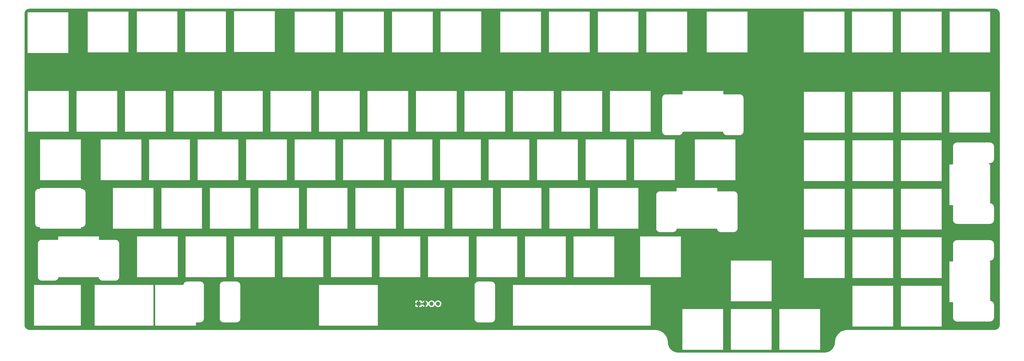
<source format=gbr>
%TF.GenerationSoftware,KiCad,Pcbnew,(5.1.6)-1*%
%TF.CreationDate,2020-07-02T17:11:33-07:00*%
%TF.ProjectId,plate,706c6174-652e-46b6-9963-61645f706362,rev?*%
%TF.SameCoordinates,Original*%
%TF.FileFunction,Copper,L2,Bot*%
%TF.FilePolarity,Positive*%
%FSLAX46Y46*%
G04 Gerber Fmt 4.6, Leading zero omitted, Abs format (unit mm)*
G04 Created by KiCad (PCBNEW (5.1.6)-1) date 2020-07-02 17:11:33*
%MOMM*%
%LPD*%
G01*
G04 APERTURE LIST*
%TA.AperFunction,ComponentPad*%
%ADD10R,1.600000X1.600000*%
%TD*%
%TA.AperFunction,ComponentPad*%
%ADD11O,1.600000X1.600000*%
%TD*%
%TA.AperFunction,Conductor*%
%ADD12C,0.254000*%
%TD*%
G04 APERTURE END LIST*
D10*
%TO.P,R1,1*%
%TO.N,GND*%
X270510000Y-275018500D03*
D11*
%TO.P,R1,2*%
X273050000Y-275018500D03*
%TO.P,R1,3*%
%TO.N,N/C*%
X275590000Y-275018500D03*
%TO.P,R1,4*%
X278130000Y-275018500D03*
%TD*%
D12*
%TO.N,GND*%
G36*
X497144545Y-159249909D02*
G01*
X497495208Y-159355780D01*
X497818625Y-159527744D01*
X498102484Y-159759254D01*
X498335965Y-160041486D01*
X498510183Y-160363695D01*
X498618502Y-160713614D01*
X498660001Y-161108452D01*
X498660000Y-283232721D01*
X498621091Y-283629545D01*
X498515220Y-283980206D01*
X498343257Y-284303623D01*
X498111748Y-284587482D01*
X497829514Y-284820965D01*
X497507304Y-284995184D01*
X497157385Y-285103502D01*
X496762557Y-285145000D01*
X438962581Y-285145000D01*
X438954543Y-285145792D01*
X438761737Y-285150504D01*
X438754563Y-285151366D01*
X438747349Y-285151013D01*
X438683159Y-285157137D01*
X437847549Y-285278294D01*
X437817868Y-285285529D01*
X437787621Y-285289834D01*
X437725752Y-285307985D01*
X437725746Y-285307986D01*
X437725743Y-285307987D01*
X436928124Y-285584967D01*
X436900342Y-285597686D01*
X436871458Y-285607632D01*
X436814150Y-285637148D01*
X436814133Y-285637156D01*
X436814126Y-285637161D01*
X436083276Y-286059969D01*
X436058402Y-286077711D01*
X436031920Y-286092939D01*
X435981221Y-286132763D01*
X435981210Y-286132771D01*
X435981205Y-286132776D01*
X435343492Y-286686155D01*
X435322418Y-286708284D01*
X435299296Y-286728243D01*
X435257044Y-286776934D01*
X435257034Y-286776944D01*
X435257030Y-286776949D01*
X434735463Y-287440936D01*
X434718957Y-287466647D01*
X434700024Y-287490620D01*
X434667743Y-287546419D01*
X434667733Y-287546435D01*
X434667733Y-287546436D01*
X434281129Y-288297073D01*
X434269783Y-288325440D01*
X434255723Y-288352564D01*
X434234575Y-288413463D01*
X434234570Y-288413476D01*
X434234570Y-288413478D01*
X433996884Y-289223679D01*
X433991107Y-289253677D01*
X433982430Y-289282971D01*
X433973180Y-289346769D01*
X433973177Y-289346787D01*
X433973177Y-289346796D01*
X433892984Y-290187315D01*
X433818771Y-290965156D01*
X433616536Y-291654516D01*
X433287596Y-292293190D01*
X432843820Y-292858143D01*
X432301220Y-293328988D01*
X431679377Y-293688733D01*
X431000721Y-293924402D01*
X430266523Y-294030855D01*
X430096934Y-294035000D01*
X372351409Y-294035000D01*
X371604844Y-293963771D01*
X370915484Y-293761536D01*
X370276810Y-293432596D01*
X369711857Y-292988820D01*
X369241012Y-292446220D01*
X368881267Y-291824377D01*
X368645598Y-291145721D01*
X368539145Y-290411523D01*
X368534803Y-290233874D01*
X368529496Y-290016737D01*
X368528634Y-290009563D01*
X368528987Y-290002349D01*
X368522863Y-289938159D01*
X368401706Y-289102549D01*
X368394471Y-289072868D01*
X368390166Y-289042621D01*
X368372014Y-288980747D01*
X368372014Y-288980745D01*
X368372013Y-288980743D01*
X368095033Y-288183124D01*
X368082314Y-288155342D01*
X368072368Y-288126458D01*
X368042852Y-288069150D01*
X368042844Y-288069133D01*
X368042839Y-288069126D01*
X367620031Y-287338276D01*
X367602289Y-287313402D01*
X367587061Y-287286920D01*
X367547237Y-287236221D01*
X367547229Y-287236210D01*
X367547224Y-287236205D01*
X366993845Y-286598492D01*
X366971716Y-286577418D01*
X366951757Y-286554296D01*
X366903066Y-286512044D01*
X366903056Y-286512034D01*
X366903051Y-286512030D01*
X366239064Y-285990463D01*
X366213353Y-285973957D01*
X366189380Y-285955024D01*
X366133581Y-285922743D01*
X366133565Y-285922733D01*
X366133556Y-285922730D01*
X365382927Y-285536129D01*
X365354560Y-285524783D01*
X365327436Y-285510723D01*
X365266537Y-285489575D01*
X365266524Y-285489570D01*
X365266518Y-285489569D01*
X364456321Y-285251884D01*
X364426323Y-285246107D01*
X364397029Y-285237430D01*
X364333231Y-285228180D01*
X364333213Y-285228177D01*
X364333204Y-285228177D01*
X363493690Y-285148080D01*
X363462419Y-285145000D01*
X117717279Y-285145000D01*
X117320455Y-285106091D01*
X116969794Y-285000220D01*
X116646377Y-284828257D01*
X116362518Y-284596748D01*
X116129035Y-284314514D01*
X115954816Y-283992304D01*
X115846498Y-283642385D01*
X115805000Y-283247557D01*
X115805000Y-267603500D01*
X119298750Y-267603500D01*
X119298750Y-283603500D01*
X119301190Y-283628276D01*
X119308417Y-283652101D01*
X119320153Y-283674057D01*
X119335947Y-283693303D01*
X119355193Y-283709097D01*
X119377149Y-283720833D01*
X119400974Y-283728060D01*
X119425750Y-283730500D01*
X137807000Y-283730500D01*
X137831776Y-283728060D01*
X137855601Y-283720833D01*
X137877557Y-283709097D01*
X137896803Y-283693303D01*
X137912597Y-283674057D01*
X137924333Y-283652101D01*
X137931560Y-283628276D01*
X137934000Y-283603500D01*
X137934000Y-267603500D01*
X143111250Y-267603500D01*
X143111250Y-283603500D01*
X143113690Y-283628276D01*
X143120917Y-283652101D01*
X143132653Y-283674057D01*
X143148447Y-283693303D01*
X143167693Y-283709097D01*
X143189649Y-283720833D01*
X143213474Y-283728060D01*
X143238250Y-283730500D01*
X166382000Y-283730500D01*
X166406776Y-283728060D01*
X166430601Y-283720833D01*
X166452557Y-283709097D01*
X166471803Y-283693303D01*
X166487597Y-283674057D01*
X166499333Y-283652101D01*
X166506560Y-283628276D01*
X166509000Y-283603500D01*
X166509000Y-267603500D01*
X166923750Y-267603500D01*
X166923750Y-283603500D01*
X166926190Y-283628276D01*
X166933417Y-283652101D01*
X166945153Y-283674057D01*
X166960947Y-283693303D01*
X166980193Y-283709097D01*
X167002149Y-283720833D01*
X167025974Y-283728060D01*
X167050750Y-283730500D01*
X183050750Y-283730500D01*
X183075526Y-283728060D01*
X183099351Y-283720833D01*
X183121307Y-283709097D01*
X183140553Y-283693303D01*
X183156347Y-283674057D01*
X183168083Y-283652101D01*
X183175310Y-283628276D01*
X183177750Y-283603500D01*
X183177750Y-282459500D01*
X184653419Y-282459500D01*
X184681062Y-282456777D01*
X184687144Y-282456826D01*
X184696316Y-282455936D01*
X184890433Y-282435729D01*
X184949033Y-282423761D01*
X185007808Y-282412610D01*
X185016632Y-282409955D01*
X185203128Y-282352430D01*
X185258281Y-282329311D01*
X185313785Y-282306951D01*
X185321919Y-282302636D01*
X185321923Y-282302634D01*
X185321926Y-282302632D01*
X185493696Y-282209978D01*
X185543319Y-282176579D01*
X185593409Y-282143873D01*
X185600556Y-282138056D01*
X185751058Y-282013803D01*
X185793242Y-281971408D01*
X185836032Y-281929589D01*
X185841912Y-281922494D01*
X185965415Y-281771374D01*
X185998574Y-281721573D01*
X186032412Y-281672260D01*
X186036803Y-281664158D01*
X186128600Y-281491930D01*
X186151446Y-281436658D01*
X186175071Y-281381688D01*
X186177805Y-281372887D01*
X186234401Y-281186108D01*
X186246077Y-281127445D01*
X186258574Y-281068940D01*
X186259546Y-281059776D01*
X186278785Y-280865561D01*
X186278786Y-280864552D01*
X186282000Y-280831919D01*
X186282000Y-280831918D01*
X192255000Y-280831918D01*
X192257783Y-280860173D01*
X192257740Y-280866301D01*
X192258640Y-280875472D01*
X192279041Y-281069569D01*
X192291068Y-281128158D01*
X192302277Y-281186923D01*
X192304941Y-281195745D01*
X192362653Y-281382183D01*
X192385838Y-281437338D01*
X192408242Y-281492791D01*
X192412568Y-281500927D01*
X192505393Y-281672604D01*
X192538846Y-281722199D01*
X192571600Y-281772253D01*
X192577424Y-281779394D01*
X192701828Y-281929772D01*
X192744263Y-281971911D01*
X192786126Y-282014661D01*
X192793227Y-282020534D01*
X192944469Y-282143884D01*
X192994277Y-282176977D01*
X193043651Y-282210784D01*
X193051757Y-282215167D01*
X193224080Y-282306792D01*
X193279392Y-282329590D01*
X193334366Y-282353152D01*
X193343169Y-282355877D01*
X193530006Y-282412286D01*
X193588686Y-282423905D01*
X193647196Y-282436342D01*
X193656361Y-282437305D01*
X193850594Y-282456350D01*
X193850598Y-282456350D01*
X193882581Y-282459500D01*
X198947419Y-282459500D01*
X198975674Y-282456717D01*
X198981801Y-282456760D01*
X198990972Y-282455860D01*
X199185069Y-282435459D01*
X199243658Y-282423432D01*
X199302423Y-282412223D01*
X199311245Y-282409559D01*
X199497683Y-282351847D01*
X199552838Y-282328662D01*
X199608291Y-282306258D01*
X199616427Y-282301932D01*
X199788104Y-282209107D01*
X199837699Y-282175654D01*
X199887753Y-282142900D01*
X199894894Y-282137076D01*
X200045272Y-282012672D01*
X200087411Y-281970237D01*
X200130161Y-281928374D01*
X200136034Y-281921273D01*
X200259384Y-281770031D01*
X200292477Y-281720223D01*
X200326284Y-281670849D01*
X200330667Y-281662743D01*
X200422292Y-281490420D01*
X200445090Y-281435108D01*
X200468652Y-281380134D01*
X200471377Y-281371331D01*
X200527786Y-281184494D01*
X200539405Y-281125814D01*
X200551842Y-281067304D01*
X200552805Y-281058139D01*
X200571850Y-280863906D01*
X200571850Y-280863902D01*
X200575000Y-280831919D01*
X200575000Y-267767081D01*
X200572217Y-267738826D01*
X200572260Y-267732699D01*
X200571360Y-267723528D01*
X200558745Y-267603500D01*
X231217500Y-267603500D01*
X231217500Y-283603500D01*
X231219940Y-283628276D01*
X231227167Y-283652101D01*
X231238903Y-283674057D01*
X231254697Y-283693303D01*
X231273943Y-283709097D01*
X231295899Y-283720833D01*
X231319724Y-283728060D01*
X231344500Y-283730500D01*
X254488250Y-283730500D01*
X254513026Y-283728060D01*
X254536851Y-283720833D01*
X254558807Y-283709097D01*
X254578053Y-283693303D01*
X254593847Y-283674057D01*
X254605583Y-283652101D01*
X254612810Y-283628276D01*
X254615250Y-283603500D01*
X254615250Y-280858418D01*
X292331500Y-280858418D01*
X292334283Y-280886672D01*
X292334240Y-280892791D01*
X292335140Y-280901963D01*
X292355520Y-281095866D01*
X292367541Y-281154426D01*
X292378757Y-281213225D01*
X292381421Y-281222046D01*
X292439076Y-281408298D01*
X292462250Y-281463426D01*
X292484663Y-281518901D01*
X292488990Y-281527037D01*
X292581722Y-281698544D01*
X292615150Y-281748103D01*
X292647928Y-281798194D01*
X292653753Y-281805335D01*
X292778032Y-281955561D01*
X292820449Y-281997683D01*
X292862331Y-282040452D01*
X292869432Y-282046325D01*
X293020524Y-282169552D01*
X293070333Y-282202644D01*
X293119705Y-282236451D01*
X293127811Y-282240834D01*
X293299961Y-282332367D01*
X293355263Y-282355161D01*
X293410246Y-282378727D01*
X293419049Y-282381452D01*
X293605698Y-282437805D01*
X293664401Y-282449428D01*
X293722890Y-282461861D01*
X293732055Y-282462824D01*
X293857864Y-282475160D01*
X293862117Y-282476450D01*
X293959081Y-282486000D01*
X299023919Y-282486000D01*
X299052174Y-282483217D01*
X299058301Y-282483260D01*
X299067472Y-282482360D01*
X299261569Y-282461959D01*
X299320158Y-282449932D01*
X299378923Y-282438723D01*
X299387745Y-282436059D01*
X299574183Y-282378347D01*
X299629338Y-282355162D01*
X299684791Y-282332758D01*
X299692927Y-282328432D01*
X299864604Y-282235607D01*
X299914199Y-282202154D01*
X299964253Y-282169400D01*
X299971394Y-282163576D01*
X300121772Y-282039172D01*
X300163911Y-281996737D01*
X300206661Y-281954874D01*
X300212534Y-281947773D01*
X300335884Y-281796531D01*
X300368977Y-281746723D01*
X300402784Y-281697349D01*
X300407167Y-281689243D01*
X300498792Y-281516920D01*
X300521590Y-281461608D01*
X300545152Y-281406634D01*
X300547877Y-281397831D01*
X300604286Y-281210994D01*
X300615905Y-281152314D01*
X300628342Y-281093804D01*
X300629305Y-281084639D01*
X300648350Y-280890406D01*
X300648350Y-280890402D01*
X300651500Y-280858419D01*
X300651500Y-267793581D01*
X300648717Y-267765326D01*
X300648760Y-267759199D01*
X300647860Y-267750028D01*
X300632459Y-267603500D01*
X307417500Y-267603500D01*
X307417500Y-283603500D01*
X307419940Y-283628276D01*
X307427167Y-283652101D01*
X307438903Y-283674057D01*
X307454697Y-283693303D01*
X307473943Y-283709097D01*
X307495899Y-283720833D01*
X307519724Y-283728060D01*
X307544500Y-283730500D01*
X361644500Y-283730500D01*
X361669276Y-283728060D01*
X361693101Y-283720833D01*
X361715057Y-283709097D01*
X361734303Y-283693303D01*
X361750097Y-283674057D01*
X361761833Y-283652101D01*
X361769060Y-283628276D01*
X361771500Y-283603500D01*
X361771500Y-277065000D01*
X373965500Y-277065000D01*
X373965500Y-293065000D01*
X373967940Y-293089776D01*
X373975167Y-293113601D01*
X373986903Y-293135557D01*
X374002697Y-293154803D01*
X374021943Y-293170597D01*
X374043899Y-293182333D01*
X374067724Y-293189560D01*
X374092500Y-293192000D01*
X390092500Y-293192000D01*
X390117276Y-293189560D01*
X390141101Y-293182333D01*
X390163057Y-293170597D01*
X390182303Y-293154803D01*
X390198097Y-293135557D01*
X390209833Y-293113601D01*
X390217060Y-293089776D01*
X390219500Y-293065000D01*
X390219500Y-277065000D01*
X393015500Y-277065000D01*
X393015500Y-293065000D01*
X393017940Y-293089776D01*
X393025167Y-293113601D01*
X393036903Y-293135557D01*
X393052697Y-293154803D01*
X393071943Y-293170597D01*
X393093899Y-293182333D01*
X393117724Y-293189560D01*
X393142500Y-293192000D01*
X409142500Y-293192000D01*
X409167276Y-293189560D01*
X409191101Y-293182333D01*
X409213057Y-293170597D01*
X409232303Y-293154803D01*
X409248097Y-293135557D01*
X409259833Y-293113601D01*
X409267060Y-293089776D01*
X409269500Y-293065000D01*
X409269500Y-277065000D01*
X412065500Y-277065000D01*
X412065500Y-293065000D01*
X412067940Y-293089776D01*
X412075167Y-293113601D01*
X412086903Y-293135557D01*
X412102697Y-293154803D01*
X412121943Y-293170597D01*
X412143899Y-293182333D01*
X412167724Y-293189560D01*
X412192500Y-293192000D01*
X428192500Y-293192000D01*
X428217276Y-293189560D01*
X428241101Y-293182333D01*
X428263057Y-293170597D01*
X428282303Y-293154803D01*
X428298097Y-293135557D01*
X428309833Y-293113601D01*
X428317060Y-293089776D01*
X428319500Y-293065000D01*
X428319500Y-277065000D01*
X428317060Y-277040224D01*
X428309833Y-277016399D01*
X428298097Y-276994443D01*
X428282303Y-276975197D01*
X428263057Y-276959403D01*
X428241101Y-276947667D01*
X428217276Y-276940440D01*
X428192500Y-276938000D01*
X412192500Y-276938000D01*
X412167724Y-276940440D01*
X412143899Y-276947667D01*
X412121943Y-276959403D01*
X412102697Y-276975197D01*
X412086903Y-276994443D01*
X412075167Y-277016399D01*
X412067940Y-277040224D01*
X412065500Y-277065000D01*
X409269500Y-277065000D01*
X409267060Y-277040224D01*
X409259833Y-277016399D01*
X409248097Y-276994443D01*
X409232303Y-276975197D01*
X409213057Y-276959403D01*
X409191101Y-276947667D01*
X409167276Y-276940440D01*
X409142500Y-276938000D01*
X393142500Y-276938000D01*
X393117724Y-276940440D01*
X393093899Y-276947667D01*
X393071943Y-276959403D01*
X393052697Y-276975197D01*
X393036903Y-276994443D01*
X393025167Y-277016399D01*
X393017940Y-277040224D01*
X393015500Y-277065000D01*
X390219500Y-277065000D01*
X390217060Y-277040224D01*
X390209833Y-277016399D01*
X390198097Y-276994443D01*
X390182303Y-276975197D01*
X390163057Y-276959403D01*
X390141101Y-276947667D01*
X390117276Y-276940440D01*
X390092500Y-276938000D01*
X374092500Y-276938000D01*
X374067724Y-276940440D01*
X374043899Y-276947667D01*
X374021943Y-276959403D01*
X374002697Y-276975197D01*
X373986903Y-276994443D01*
X373975167Y-277016399D01*
X373967940Y-277040224D01*
X373965500Y-277065000D01*
X361771500Y-277065000D01*
X361771500Y-267603500D01*
X361769060Y-267578724D01*
X361761833Y-267554899D01*
X361750097Y-267532943D01*
X361734303Y-267513697D01*
X361715057Y-267497903D01*
X361693101Y-267486167D01*
X361669276Y-267478940D01*
X361644500Y-267476500D01*
X307544500Y-267476500D01*
X307519724Y-267478940D01*
X307495899Y-267486167D01*
X307473943Y-267497903D01*
X307454697Y-267513697D01*
X307438903Y-267532943D01*
X307427167Y-267554899D01*
X307419940Y-267578724D01*
X307417500Y-267603500D01*
X300632459Y-267603500D01*
X300627459Y-267555931D01*
X300615434Y-267497348D01*
X300604223Y-267438577D01*
X300601559Y-267429755D01*
X300543847Y-267243317D01*
X300520662Y-267188162D01*
X300498258Y-267132709D01*
X300493932Y-267124573D01*
X300401107Y-266952896D01*
X300367639Y-266903278D01*
X300334900Y-266853247D01*
X300329076Y-266846106D01*
X300204672Y-266695728D01*
X300162237Y-266653589D01*
X300120374Y-266610839D01*
X300113273Y-266604966D01*
X299962031Y-266481616D01*
X299912238Y-266448534D01*
X299862849Y-266414716D01*
X299854743Y-266410333D01*
X299682421Y-266318708D01*
X299627106Y-266295909D01*
X299572134Y-266272348D01*
X299563331Y-266269623D01*
X299376495Y-266213214D01*
X299317807Y-266201594D01*
X299259304Y-266189158D01*
X299250139Y-266188195D01*
X299055905Y-266169150D01*
X299055902Y-266169150D01*
X299023919Y-266166000D01*
X293959081Y-266166000D01*
X293931438Y-266168723D01*
X293925356Y-266168674D01*
X293916184Y-266169564D01*
X293722067Y-266189771D01*
X293663467Y-266201739D01*
X293604692Y-266212890D01*
X293595868Y-266215545D01*
X293409372Y-266273070D01*
X293354219Y-266296189D01*
X293298715Y-266318549D01*
X293290574Y-266322867D01*
X293118804Y-266415522D01*
X293069187Y-266448917D01*
X293019092Y-266481627D01*
X293011945Y-266487444D01*
X292861442Y-266611697D01*
X292819239Y-266654111D01*
X292776469Y-266695911D01*
X292770588Y-266703006D01*
X292647086Y-266854126D01*
X292613923Y-266903931D01*
X292580088Y-266953240D01*
X292575697Y-266961342D01*
X292483900Y-267133571D01*
X292461055Y-267188841D01*
X292437429Y-267243812D01*
X292434695Y-267252613D01*
X292378099Y-267439393D01*
X292366427Y-267498033D01*
X292353926Y-267556559D01*
X292352954Y-267565723D01*
X292333715Y-267759939D01*
X292333704Y-267771216D01*
X292331501Y-267793581D01*
X292331500Y-280858418D01*
X254615250Y-280858418D01*
X254615250Y-275818500D01*
X269071928Y-275818500D01*
X269084188Y-275942982D01*
X269120498Y-276062680D01*
X269179463Y-276172994D01*
X269258815Y-276269685D01*
X269355506Y-276349037D01*
X269465820Y-276408002D01*
X269585518Y-276444312D01*
X269710000Y-276456572D01*
X270224250Y-276453500D01*
X270383000Y-276294750D01*
X270383000Y-275145500D01*
X270637000Y-275145500D01*
X270637000Y-276294750D01*
X270795750Y-276453500D01*
X271310000Y-276456572D01*
X271434482Y-276444312D01*
X271554180Y-276408002D01*
X271664494Y-276349037D01*
X271761185Y-276269685D01*
X271840537Y-276172994D01*
X271899502Y-276062680D01*
X271935812Y-275942982D01*
X271938370Y-275917009D01*
X271986481Y-275981914D01*
X272194869Y-276170885D01*
X272436119Y-276315570D01*
X272700960Y-276410409D01*
X272923000Y-276289124D01*
X272923000Y-275145500D01*
X270637000Y-275145500D01*
X270383000Y-275145500D01*
X269233750Y-275145500D01*
X269075000Y-275304250D01*
X269071928Y-275818500D01*
X254615250Y-275818500D01*
X254615250Y-274218500D01*
X269071928Y-274218500D01*
X269075000Y-274732750D01*
X269233750Y-274891500D01*
X270383000Y-274891500D01*
X270383000Y-273742250D01*
X270637000Y-273742250D01*
X270637000Y-274891500D01*
X272923000Y-274891500D01*
X272923000Y-273747876D01*
X273177000Y-273747876D01*
X273177000Y-274891500D01*
X273197000Y-274891500D01*
X273197000Y-275145500D01*
X273177000Y-275145500D01*
X273177000Y-276289124D01*
X273399040Y-276410409D01*
X273663881Y-276315570D01*
X273905131Y-276170885D01*
X274113519Y-275981914D01*
X274281037Y-275755920D01*
X274313643Y-275686935D01*
X274318320Y-275698227D01*
X274475363Y-275933259D01*
X274675241Y-276133137D01*
X274910273Y-276290180D01*
X275171426Y-276398353D01*
X275448665Y-276453500D01*
X275731335Y-276453500D01*
X276008574Y-276398353D01*
X276269727Y-276290180D01*
X276504759Y-276133137D01*
X276704637Y-275933259D01*
X276860000Y-275700741D01*
X277015363Y-275933259D01*
X277215241Y-276133137D01*
X277450273Y-276290180D01*
X277711426Y-276398353D01*
X277988665Y-276453500D01*
X278271335Y-276453500D01*
X278548574Y-276398353D01*
X278809727Y-276290180D01*
X279044759Y-276133137D01*
X279244637Y-275933259D01*
X279401680Y-275698227D01*
X279509853Y-275437074D01*
X279565000Y-275159835D01*
X279565000Y-274877165D01*
X279509853Y-274599926D01*
X279401680Y-274338773D01*
X279244637Y-274103741D01*
X279044759Y-273903863D01*
X278809727Y-273746820D01*
X278548574Y-273638647D01*
X278271335Y-273583500D01*
X277988665Y-273583500D01*
X277711426Y-273638647D01*
X277450273Y-273746820D01*
X277215241Y-273903863D01*
X277015363Y-274103741D01*
X276860000Y-274336259D01*
X276704637Y-274103741D01*
X276504759Y-273903863D01*
X276269727Y-273746820D01*
X276008574Y-273638647D01*
X275731335Y-273583500D01*
X275448665Y-273583500D01*
X275171426Y-273638647D01*
X274910273Y-273746820D01*
X274675241Y-273903863D01*
X274475363Y-274103741D01*
X274318320Y-274338773D01*
X274313643Y-274350065D01*
X274281037Y-274281080D01*
X274113519Y-274055086D01*
X273905131Y-273866115D01*
X273663881Y-273721430D01*
X273399040Y-273626591D01*
X273177000Y-273747876D01*
X272923000Y-273747876D01*
X272700960Y-273626591D01*
X272436119Y-273721430D01*
X272194869Y-273866115D01*
X271986481Y-274055086D01*
X271938370Y-274119991D01*
X271935812Y-274094018D01*
X271899502Y-273974320D01*
X271840537Y-273864006D01*
X271761185Y-273767315D01*
X271664494Y-273687963D01*
X271554180Y-273628998D01*
X271434482Y-273592688D01*
X271310000Y-273580428D01*
X270795750Y-273583500D01*
X270637000Y-273742250D01*
X270383000Y-273742250D01*
X270224250Y-273583500D01*
X269710000Y-273580428D01*
X269585518Y-273592688D01*
X269465820Y-273628998D01*
X269355506Y-273687963D01*
X269258815Y-273767315D01*
X269179463Y-273864006D01*
X269120498Y-273974320D01*
X269084188Y-274094018D01*
X269071928Y-274218500D01*
X254615250Y-274218500D01*
X254615250Y-267603500D01*
X254612810Y-267578724D01*
X254605583Y-267554899D01*
X254593847Y-267532943D01*
X254578053Y-267513697D01*
X254558807Y-267497903D01*
X254536851Y-267486167D01*
X254513026Y-267478940D01*
X254488250Y-267476500D01*
X231344500Y-267476500D01*
X231319724Y-267478940D01*
X231295899Y-267486167D01*
X231273943Y-267497903D01*
X231254697Y-267513697D01*
X231238903Y-267532943D01*
X231227167Y-267554899D01*
X231219940Y-267578724D01*
X231217500Y-267603500D01*
X200558745Y-267603500D01*
X200550959Y-267529431D01*
X200538934Y-267470848D01*
X200527723Y-267412077D01*
X200525059Y-267403255D01*
X200467347Y-267216817D01*
X200444162Y-267161662D01*
X200421758Y-267106209D01*
X200417432Y-267098073D01*
X200324607Y-266926396D01*
X200291139Y-266876778D01*
X200258400Y-266826747D01*
X200252576Y-266819606D01*
X200128172Y-266669228D01*
X200085737Y-266627089D01*
X200043874Y-266584339D01*
X200036773Y-266578466D01*
X199885531Y-266455116D01*
X199835738Y-266422034D01*
X199786349Y-266388216D01*
X199778243Y-266383833D01*
X199605921Y-266292208D01*
X199550606Y-266269409D01*
X199495634Y-266245848D01*
X199486831Y-266243123D01*
X199299995Y-266186714D01*
X199241307Y-266175094D01*
X199182804Y-266162658D01*
X199173639Y-266161695D01*
X198979405Y-266142650D01*
X198979402Y-266142650D01*
X198947419Y-266139500D01*
X193882581Y-266139500D01*
X193854326Y-266142283D01*
X193848199Y-266142240D01*
X193839028Y-266143140D01*
X193644931Y-266163541D01*
X193586348Y-266175566D01*
X193527577Y-266186777D01*
X193518755Y-266189441D01*
X193332317Y-266247153D01*
X193277162Y-266270338D01*
X193221709Y-266292742D01*
X193213573Y-266297068D01*
X193041896Y-266389893D01*
X192992278Y-266423361D01*
X192942247Y-266456100D01*
X192935106Y-266461924D01*
X192784728Y-266586328D01*
X192742589Y-266628763D01*
X192699839Y-266670626D01*
X192693966Y-266677727D01*
X192570616Y-266828969D01*
X192537534Y-266878762D01*
X192503716Y-266928151D01*
X192499333Y-266936257D01*
X192407708Y-267108579D01*
X192384909Y-267163894D01*
X192361348Y-267218866D01*
X192358623Y-267227669D01*
X192302214Y-267414505D01*
X192290594Y-267473193D01*
X192278158Y-267531696D01*
X192277195Y-267540861D01*
X192258150Y-267735095D01*
X192258150Y-267735108D01*
X192255001Y-267767081D01*
X192255000Y-280831918D01*
X186282000Y-280831918D01*
X186282000Y-267767081D01*
X186279217Y-267738826D01*
X186279260Y-267732699D01*
X186278360Y-267723528D01*
X186257959Y-267529431D01*
X186245934Y-267470848D01*
X186234723Y-267412077D01*
X186232059Y-267403255D01*
X186174347Y-267216817D01*
X186151162Y-267161662D01*
X186128758Y-267106209D01*
X186124432Y-267098073D01*
X186031607Y-266926396D01*
X185998139Y-266876778D01*
X185965400Y-266826747D01*
X185959576Y-266819606D01*
X185835172Y-266669228D01*
X185792737Y-266627089D01*
X185750874Y-266584339D01*
X185743773Y-266578466D01*
X185592531Y-266455116D01*
X185542738Y-266422034D01*
X185493349Y-266388216D01*
X185485243Y-266383833D01*
X185312921Y-266292208D01*
X185257606Y-266269409D01*
X185202634Y-266245848D01*
X185193831Y-266243123D01*
X185006995Y-266186714D01*
X184948307Y-266175094D01*
X184889804Y-266162658D01*
X184880639Y-266161695D01*
X184686405Y-266142650D01*
X184685402Y-266142650D01*
X184653419Y-266139500D01*
X179588581Y-266139500D01*
X179560326Y-266142283D01*
X179554199Y-266142240D01*
X179545028Y-266143140D01*
X179350931Y-266163541D01*
X179292348Y-266175566D01*
X179233577Y-266186777D01*
X179224755Y-266189441D01*
X179038317Y-266247153D01*
X178983162Y-266270338D01*
X178927709Y-266292742D01*
X178919573Y-266297068D01*
X178747896Y-266389893D01*
X178698278Y-266423361D01*
X178648247Y-266456100D01*
X178641106Y-266461924D01*
X178490728Y-266586328D01*
X178448589Y-266628763D01*
X178405839Y-266670626D01*
X178399966Y-266677727D01*
X178276616Y-266828969D01*
X178243534Y-266878762D01*
X178209716Y-266928151D01*
X178205333Y-266936257D01*
X178113708Y-267108579D01*
X178090909Y-267163894D01*
X178067348Y-267218866D01*
X178064623Y-267227669D01*
X178008214Y-267414505D01*
X177996594Y-267473193D01*
X177995891Y-267476500D01*
X167050750Y-267476500D01*
X167025974Y-267478940D01*
X167002149Y-267486167D01*
X166980193Y-267497903D01*
X166960947Y-267513697D01*
X166945153Y-267532943D01*
X166933417Y-267554899D01*
X166926190Y-267578724D01*
X166923750Y-267603500D01*
X166509000Y-267603500D01*
X166506560Y-267578724D01*
X166499333Y-267554899D01*
X166487597Y-267532943D01*
X166471803Y-267513697D01*
X166452557Y-267497903D01*
X166430601Y-267486167D01*
X166406776Y-267478940D01*
X166382000Y-267476500D01*
X143238250Y-267476500D01*
X143213474Y-267478940D01*
X143189649Y-267486167D01*
X143167693Y-267497903D01*
X143148447Y-267513697D01*
X143132653Y-267532943D01*
X143120917Y-267554899D01*
X143113690Y-267578724D01*
X143111250Y-267603500D01*
X137934000Y-267603500D01*
X137931560Y-267578724D01*
X137924333Y-267554899D01*
X137912597Y-267532943D01*
X137896803Y-267513697D01*
X137877557Y-267497903D01*
X137855601Y-267486167D01*
X137831776Y-267478940D01*
X137807000Y-267476500D01*
X119425750Y-267476500D01*
X119400974Y-267478940D01*
X119377149Y-267486167D01*
X119355193Y-267497903D01*
X119335947Y-267513697D01*
X119320153Y-267532943D01*
X119308417Y-267554899D01*
X119301190Y-267578724D01*
X119298750Y-267603500D01*
X115805000Y-267603500D01*
X115805000Y-264439918D01*
X120812000Y-264439918D01*
X120814783Y-264468173D01*
X120814740Y-264474301D01*
X120815640Y-264483472D01*
X120836041Y-264677569D01*
X120848068Y-264736158D01*
X120859277Y-264794923D01*
X120861941Y-264803745D01*
X120919653Y-264990183D01*
X120942838Y-265045338D01*
X120965242Y-265100791D01*
X120969568Y-265108927D01*
X121062393Y-265280604D01*
X121095846Y-265330199D01*
X121128600Y-265380253D01*
X121134424Y-265387394D01*
X121258828Y-265537772D01*
X121301263Y-265579911D01*
X121343126Y-265622661D01*
X121350227Y-265628534D01*
X121501469Y-265751884D01*
X121551277Y-265784977D01*
X121600651Y-265818784D01*
X121608757Y-265823167D01*
X121781080Y-265914792D01*
X121836392Y-265937590D01*
X121891366Y-265961152D01*
X121900169Y-265963877D01*
X122087006Y-266020286D01*
X122145686Y-266031905D01*
X122204196Y-266044342D01*
X122213361Y-266045305D01*
X122407594Y-266064350D01*
X122407598Y-266064350D01*
X122439581Y-266067500D01*
X127504419Y-266067500D01*
X127532674Y-266064717D01*
X127538801Y-266064760D01*
X127547972Y-266063860D01*
X127742069Y-266043459D01*
X127800658Y-266031432D01*
X127859423Y-266020223D01*
X127868245Y-266017559D01*
X128054683Y-265959847D01*
X128109838Y-265936662D01*
X128165291Y-265914258D01*
X128173427Y-265909932D01*
X128345104Y-265817107D01*
X128394699Y-265783654D01*
X128444753Y-265750900D01*
X128451894Y-265745076D01*
X128602272Y-265620672D01*
X128644411Y-265578237D01*
X128687161Y-265536374D01*
X128693034Y-265529273D01*
X128816384Y-265378031D01*
X128849477Y-265328223D01*
X128883284Y-265278849D01*
X128887667Y-265270743D01*
X128979292Y-265098420D01*
X129002090Y-265043108D01*
X129025652Y-264988134D01*
X129028377Y-264979331D01*
X129084786Y-264792494D01*
X129096405Y-264733814D01*
X129107738Y-264680500D01*
X144712643Y-264680500D01*
X144724068Y-264736158D01*
X144735277Y-264794923D01*
X144737941Y-264803745D01*
X144795653Y-264990183D01*
X144818838Y-265045338D01*
X144841242Y-265100791D01*
X144845568Y-265108927D01*
X144938393Y-265280604D01*
X144971846Y-265330199D01*
X145004600Y-265380253D01*
X145010424Y-265387394D01*
X145134828Y-265537772D01*
X145177263Y-265579911D01*
X145219126Y-265622661D01*
X145226227Y-265628534D01*
X145377469Y-265751884D01*
X145427277Y-265784977D01*
X145476651Y-265818784D01*
X145484757Y-265823167D01*
X145657080Y-265914792D01*
X145712392Y-265937590D01*
X145767366Y-265961152D01*
X145776169Y-265963877D01*
X145963006Y-266020286D01*
X146021686Y-266031905D01*
X146080196Y-266044342D01*
X146089361Y-266045305D01*
X146283594Y-266064350D01*
X146283598Y-266064350D01*
X146315581Y-266067500D01*
X151380419Y-266067500D01*
X151408674Y-266064717D01*
X151414801Y-266064760D01*
X151423972Y-266063860D01*
X151618069Y-266043459D01*
X151676658Y-266031432D01*
X151735423Y-266020223D01*
X151744245Y-266017559D01*
X151930683Y-265959847D01*
X151985838Y-265936662D01*
X152041291Y-265914258D01*
X152049427Y-265909932D01*
X152221104Y-265817107D01*
X152270699Y-265783654D01*
X152320753Y-265750900D01*
X152327894Y-265745076D01*
X152478272Y-265620672D01*
X152520411Y-265578237D01*
X152563161Y-265536374D01*
X152569034Y-265529273D01*
X152692384Y-265378031D01*
X152725477Y-265328223D01*
X152759284Y-265278849D01*
X152763667Y-265270743D01*
X152855292Y-265098420D01*
X152878090Y-265043108D01*
X152901652Y-264988134D01*
X152904377Y-264979331D01*
X152960786Y-264792494D01*
X152972405Y-264733814D01*
X152984842Y-264675304D01*
X152985805Y-264666139D01*
X153004850Y-264471906D01*
X153004850Y-264471902D01*
X153008000Y-264439919D01*
X153008000Y-251375081D01*
X153005217Y-251346826D01*
X153005260Y-251340699D01*
X153004360Y-251331528D01*
X152983959Y-251137431D01*
X152971934Y-251078848D01*
X152960723Y-251020077D01*
X152958059Y-251011255D01*
X152900347Y-250824817D01*
X152877162Y-250769662D01*
X152854758Y-250714209D01*
X152850432Y-250706073D01*
X152757607Y-250534396D01*
X152724139Y-250484778D01*
X152691400Y-250434747D01*
X152685576Y-250427606D01*
X152561172Y-250277228D01*
X152518737Y-250235089D01*
X152476874Y-250192339D01*
X152469773Y-250186466D01*
X152318531Y-250063116D01*
X152268738Y-250030034D01*
X152219349Y-249996216D01*
X152211243Y-249991833D01*
X152038921Y-249900208D01*
X151983606Y-249877409D01*
X151928634Y-249853848D01*
X151919831Y-249851123D01*
X151732995Y-249794714D01*
X151674307Y-249783094D01*
X151615804Y-249770658D01*
X151606639Y-249769695D01*
X151412405Y-249750650D01*
X151412402Y-249750650D01*
X151380419Y-249747500D01*
X145077750Y-249747500D01*
X145077750Y-248553500D01*
X159780000Y-248553500D01*
X159780000Y-264553500D01*
X159782440Y-264578276D01*
X159789667Y-264602101D01*
X159801403Y-264624057D01*
X159817197Y-264643303D01*
X159836443Y-264659097D01*
X159858399Y-264670833D01*
X159882224Y-264678060D01*
X159907000Y-264680500D01*
X175907000Y-264680500D01*
X175931776Y-264678060D01*
X175955601Y-264670833D01*
X175977557Y-264659097D01*
X175996803Y-264643303D01*
X176012597Y-264624057D01*
X176024333Y-264602101D01*
X176031560Y-264578276D01*
X176034000Y-264553500D01*
X176034000Y-248553500D01*
X178830000Y-248553500D01*
X178830000Y-264553500D01*
X178832440Y-264578276D01*
X178839667Y-264602101D01*
X178851403Y-264624057D01*
X178867197Y-264643303D01*
X178886443Y-264659097D01*
X178908399Y-264670833D01*
X178932224Y-264678060D01*
X178957000Y-264680500D01*
X194957000Y-264680500D01*
X194981776Y-264678060D01*
X195005601Y-264670833D01*
X195027557Y-264659097D01*
X195046803Y-264643303D01*
X195062597Y-264624057D01*
X195074333Y-264602101D01*
X195081560Y-264578276D01*
X195084000Y-264553500D01*
X195084000Y-248553500D01*
X197880000Y-248553500D01*
X197880000Y-264553500D01*
X197882440Y-264578276D01*
X197889667Y-264602101D01*
X197901403Y-264624057D01*
X197917197Y-264643303D01*
X197936443Y-264659097D01*
X197958399Y-264670833D01*
X197982224Y-264678060D01*
X198007000Y-264680500D01*
X214007000Y-264680500D01*
X214031776Y-264678060D01*
X214055601Y-264670833D01*
X214077557Y-264659097D01*
X214096803Y-264643303D01*
X214112597Y-264624057D01*
X214124333Y-264602101D01*
X214131560Y-264578276D01*
X214134000Y-264553500D01*
X214134000Y-248553500D01*
X216930000Y-248553500D01*
X216930000Y-264553500D01*
X216932440Y-264578276D01*
X216939667Y-264602101D01*
X216951403Y-264624057D01*
X216967197Y-264643303D01*
X216986443Y-264659097D01*
X217008399Y-264670833D01*
X217032224Y-264678060D01*
X217057000Y-264680500D01*
X233057000Y-264680500D01*
X233081776Y-264678060D01*
X233105601Y-264670833D01*
X233127557Y-264659097D01*
X233146803Y-264643303D01*
X233162597Y-264624057D01*
X233174333Y-264602101D01*
X233181560Y-264578276D01*
X233184000Y-264553500D01*
X233184000Y-248553500D01*
X235980000Y-248553500D01*
X235980000Y-264553500D01*
X235982440Y-264578276D01*
X235989667Y-264602101D01*
X236001403Y-264624057D01*
X236017197Y-264643303D01*
X236036443Y-264659097D01*
X236058399Y-264670833D01*
X236082224Y-264678060D01*
X236107000Y-264680500D01*
X252107000Y-264680500D01*
X252131776Y-264678060D01*
X252155601Y-264670833D01*
X252177557Y-264659097D01*
X252196803Y-264643303D01*
X252212597Y-264624057D01*
X252224333Y-264602101D01*
X252231560Y-264578276D01*
X252234000Y-264553500D01*
X252234000Y-248553500D01*
X255030000Y-248553500D01*
X255030000Y-264553500D01*
X255032440Y-264578276D01*
X255039667Y-264602101D01*
X255051403Y-264624057D01*
X255067197Y-264643303D01*
X255086443Y-264659097D01*
X255108399Y-264670833D01*
X255132224Y-264678060D01*
X255157000Y-264680500D01*
X271157000Y-264680500D01*
X271181776Y-264678060D01*
X271205601Y-264670833D01*
X271227557Y-264659097D01*
X271246803Y-264643303D01*
X271262597Y-264624057D01*
X271274333Y-264602101D01*
X271281560Y-264578276D01*
X271284000Y-264553500D01*
X271284000Y-248553500D01*
X274080000Y-248553500D01*
X274080000Y-264553500D01*
X274082440Y-264578276D01*
X274089667Y-264602101D01*
X274101403Y-264624057D01*
X274117197Y-264643303D01*
X274136443Y-264659097D01*
X274158399Y-264670833D01*
X274182224Y-264678060D01*
X274207000Y-264680500D01*
X290207000Y-264680500D01*
X290231776Y-264678060D01*
X290255601Y-264670833D01*
X290277557Y-264659097D01*
X290296803Y-264643303D01*
X290312597Y-264624057D01*
X290324333Y-264602101D01*
X290331560Y-264578276D01*
X290334000Y-264553500D01*
X290334000Y-248553500D01*
X293130000Y-248553500D01*
X293130000Y-264553500D01*
X293132440Y-264578276D01*
X293139667Y-264602101D01*
X293151403Y-264624057D01*
X293167197Y-264643303D01*
X293186443Y-264659097D01*
X293208399Y-264670833D01*
X293232224Y-264678060D01*
X293257000Y-264680500D01*
X309257000Y-264680500D01*
X309281776Y-264678060D01*
X309305601Y-264670833D01*
X309327557Y-264659097D01*
X309346803Y-264643303D01*
X309362597Y-264624057D01*
X309374333Y-264602101D01*
X309381560Y-264578276D01*
X309384000Y-264553500D01*
X309384000Y-248553500D01*
X312180000Y-248553500D01*
X312180000Y-264553500D01*
X312182440Y-264578276D01*
X312189667Y-264602101D01*
X312201403Y-264624057D01*
X312217197Y-264643303D01*
X312236443Y-264659097D01*
X312258399Y-264670833D01*
X312282224Y-264678060D01*
X312307000Y-264680500D01*
X328307000Y-264680500D01*
X328331776Y-264678060D01*
X328355601Y-264670833D01*
X328377557Y-264659097D01*
X328396803Y-264643303D01*
X328412597Y-264624057D01*
X328424333Y-264602101D01*
X328431560Y-264578276D01*
X328434000Y-264553500D01*
X328434000Y-248553500D01*
X331230000Y-248553500D01*
X331230000Y-264553500D01*
X331232440Y-264578276D01*
X331239667Y-264602101D01*
X331251403Y-264624057D01*
X331267197Y-264643303D01*
X331286443Y-264659097D01*
X331308399Y-264670833D01*
X331332224Y-264678060D01*
X331357000Y-264680500D01*
X347357000Y-264680500D01*
X347381776Y-264678060D01*
X347405601Y-264670833D01*
X347427557Y-264659097D01*
X347446803Y-264643303D01*
X347462597Y-264624057D01*
X347474333Y-264602101D01*
X347481560Y-264578276D01*
X347484000Y-264553500D01*
X347484000Y-248553500D01*
X357423750Y-248553500D01*
X357423750Y-264553500D01*
X357426190Y-264578276D01*
X357433417Y-264602101D01*
X357445153Y-264624057D01*
X357460947Y-264643303D01*
X357480193Y-264659097D01*
X357502149Y-264670833D01*
X357525974Y-264678060D01*
X357550750Y-264680500D01*
X373550750Y-264680500D01*
X373575526Y-264678060D01*
X373599351Y-264670833D01*
X373621307Y-264659097D01*
X373640553Y-264643303D01*
X373656347Y-264624057D01*
X373668083Y-264602101D01*
X373675310Y-264578276D01*
X373677750Y-264553500D01*
X373677750Y-258015000D01*
X393015500Y-258015000D01*
X393015500Y-274015000D01*
X393017940Y-274039776D01*
X393025167Y-274063601D01*
X393036903Y-274085557D01*
X393052697Y-274104803D01*
X393071943Y-274120597D01*
X393093899Y-274132333D01*
X393117724Y-274139560D01*
X393142500Y-274142000D01*
X409142500Y-274142000D01*
X409167276Y-274139560D01*
X409191101Y-274132333D01*
X409213057Y-274120597D01*
X409232303Y-274104803D01*
X409248097Y-274085557D01*
X409259833Y-274063601D01*
X409267060Y-274039776D01*
X409269500Y-274015000D01*
X409269500Y-267921000D01*
X440767500Y-267921000D01*
X440767500Y-283921000D01*
X440769940Y-283945776D01*
X440777167Y-283969601D01*
X440788903Y-283991557D01*
X440804697Y-284010803D01*
X440823943Y-284026597D01*
X440845899Y-284038333D01*
X440869724Y-284045560D01*
X440894500Y-284048000D01*
X456894500Y-284048000D01*
X456919276Y-284045560D01*
X456943101Y-284038333D01*
X456965057Y-284026597D01*
X456984303Y-284010803D01*
X457000097Y-283991557D01*
X457011833Y-283969601D01*
X457019060Y-283945776D01*
X457021500Y-283921000D01*
X457021500Y-267921000D01*
X459817500Y-267921000D01*
X459817500Y-283921000D01*
X459819940Y-283945776D01*
X459827167Y-283969601D01*
X459838903Y-283991557D01*
X459854697Y-284010803D01*
X459873943Y-284026597D01*
X459895899Y-284038333D01*
X459919724Y-284045560D01*
X459944500Y-284048000D01*
X475944500Y-284048000D01*
X475969276Y-284045560D01*
X475993101Y-284038333D01*
X476015057Y-284026597D01*
X476034303Y-284010803D01*
X476050097Y-283991557D01*
X476061833Y-283969601D01*
X476069060Y-283945776D01*
X476071500Y-283921000D01*
X476071500Y-267921000D01*
X476069060Y-267896224D01*
X476061833Y-267872399D01*
X476050097Y-267850443D01*
X476034303Y-267831197D01*
X476015057Y-267815403D01*
X475993101Y-267803667D01*
X475969276Y-267796440D01*
X475944500Y-267794000D01*
X459944500Y-267794000D01*
X459919724Y-267796440D01*
X459895899Y-267803667D01*
X459873943Y-267815403D01*
X459854697Y-267831197D01*
X459838903Y-267850443D01*
X459827167Y-267872399D01*
X459819940Y-267896224D01*
X459817500Y-267921000D01*
X457021500Y-267921000D01*
X457019060Y-267896224D01*
X457011833Y-267872399D01*
X457000097Y-267850443D01*
X456984303Y-267831197D01*
X456965057Y-267815403D01*
X456943101Y-267803667D01*
X456919276Y-267796440D01*
X456894500Y-267794000D01*
X440894500Y-267794000D01*
X440869724Y-267796440D01*
X440845899Y-267803667D01*
X440823943Y-267815403D01*
X440804697Y-267831197D01*
X440788903Y-267850443D01*
X440777167Y-267872399D01*
X440769940Y-267896224D01*
X440767500Y-267921000D01*
X409269500Y-267921000D01*
X409269500Y-258015000D01*
X409267060Y-257990224D01*
X409259833Y-257966399D01*
X409248097Y-257944443D01*
X409232303Y-257925197D01*
X409213057Y-257909403D01*
X409191101Y-257897667D01*
X409167276Y-257890440D01*
X409142500Y-257888000D01*
X393142500Y-257888000D01*
X393117724Y-257890440D01*
X393093899Y-257897667D01*
X393071943Y-257909403D01*
X393052697Y-257925197D01*
X393036903Y-257944443D01*
X393025167Y-257966399D01*
X393017940Y-257990224D01*
X393015500Y-258015000D01*
X373677750Y-258015000D01*
X373677750Y-248871000D01*
X421717500Y-248871000D01*
X421717500Y-264871000D01*
X421719940Y-264895776D01*
X421727167Y-264919601D01*
X421738903Y-264941557D01*
X421754697Y-264960803D01*
X421773943Y-264976597D01*
X421795899Y-264988333D01*
X421819724Y-264995560D01*
X421844500Y-264998000D01*
X437844500Y-264998000D01*
X437869276Y-264995560D01*
X437893101Y-264988333D01*
X437915057Y-264976597D01*
X437934303Y-264960803D01*
X437950097Y-264941557D01*
X437961833Y-264919601D01*
X437969060Y-264895776D01*
X437971500Y-264871000D01*
X437971500Y-248871000D01*
X440767500Y-248871000D01*
X440767500Y-264871000D01*
X440769940Y-264895776D01*
X440777167Y-264919601D01*
X440788903Y-264941557D01*
X440804697Y-264960803D01*
X440823943Y-264976597D01*
X440845899Y-264988333D01*
X440869724Y-264995560D01*
X440894500Y-264998000D01*
X456894500Y-264998000D01*
X456919276Y-264995560D01*
X456943101Y-264988333D01*
X456965057Y-264976597D01*
X456984303Y-264960803D01*
X457000097Y-264941557D01*
X457011833Y-264919601D01*
X457019060Y-264895776D01*
X457021500Y-264871000D01*
X457021500Y-248871000D01*
X459817500Y-248871000D01*
X459817500Y-264871000D01*
X459819940Y-264895776D01*
X459827167Y-264919601D01*
X459838903Y-264941557D01*
X459854697Y-264960803D01*
X459873943Y-264976597D01*
X459895899Y-264988333D01*
X459919724Y-264995560D01*
X459944500Y-264998000D01*
X475944500Y-264998000D01*
X475969276Y-264995560D01*
X475993101Y-264988333D01*
X476015057Y-264976597D01*
X476034303Y-264960803D01*
X476050097Y-264941557D01*
X476061833Y-264919601D01*
X476069060Y-264895776D01*
X476071500Y-264871000D01*
X476071500Y-258396000D01*
X478867500Y-258396000D01*
X478867500Y-274396000D01*
X478869940Y-274420776D01*
X478877167Y-274444601D01*
X478888903Y-274466557D01*
X478904697Y-274485803D01*
X478923943Y-274501597D01*
X478945899Y-274513333D01*
X478969724Y-274520560D01*
X478994500Y-274523000D01*
X480316001Y-274523000D01*
X480316000Y-280467918D01*
X480318783Y-280496173D01*
X480318740Y-280502301D01*
X480319640Y-280511472D01*
X480340041Y-280705569D01*
X480352068Y-280764158D01*
X480363277Y-280822923D01*
X480365941Y-280831745D01*
X480423653Y-281018183D01*
X480446838Y-281073338D01*
X480469242Y-281128791D01*
X480473568Y-281136927D01*
X480566393Y-281308604D01*
X480599846Y-281358199D01*
X480632600Y-281408253D01*
X480638424Y-281415394D01*
X480762828Y-281565772D01*
X480805263Y-281607911D01*
X480847126Y-281650661D01*
X480854227Y-281656534D01*
X481005469Y-281779884D01*
X481055277Y-281812977D01*
X481104651Y-281846784D01*
X481112757Y-281851167D01*
X481285080Y-281942792D01*
X481340392Y-281965590D01*
X481395366Y-281989152D01*
X481404169Y-281991877D01*
X481591006Y-282048286D01*
X481649686Y-282059905D01*
X481708196Y-282072342D01*
X481717361Y-282073305D01*
X481911594Y-282092350D01*
X481911598Y-282092350D01*
X481943581Y-282095500D01*
X495008419Y-282095500D01*
X495036674Y-282092717D01*
X495042801Y-282092760D01*
X495051972Y-282091860D01*
X495246069Y-282071459D01*
X495304658Y-282059432D01*
X495363423Y-282048223D01*
X495372245Y-282045559D01*
X495558683Y-281987847D01*
X495613838Y-281964662D01*
X495669291Y-281942258D01*
X495677427Y-281937932D01*
X495849104Y-281845107D01*
X495898699Y-281811654D01*
X495948753Y-281778900D01*
X495955894Y-281773076D01*
X496106272Y-281648672D01*
X496148411Y-281606237D01*
X496191161Y-281564374D01*
X496197034Y-281557273D01*
X496320384Y-281406031D01*
X496353477Y-281356223D01*
X496387284Y-281306849D01*
X496391667Y-281298743D01*
X496483292Y-281126420D01*
X496506090Y-281071108D01*
X496529652Y-281016134D01*
X496532377Y-281007331D01*
X496588786Y-280820494D01*
X496600405Y-280761814D01*
X496612842Y-280703304D01*
X496613805Y-280694139D01*
X496632850Y-280499906D01*
X496632850Y-280499902D01*
X496636000Y-280467919D01*
X496636000Y-275403081D01*
X496633217Y-275374826D01*
X496633260Y-275368699D01*
X496632360Y-275359528D01*
X496611959Y-275165431D01*
X496599934Y-275106848D01*
X496588723Y-275048077D01*
X496586059Y-275039255D01*
X496528347Y-274852817D01*
X496505162Y-274797662D01*
X496482758Y-274742209D01*
X496478432Y-274734073D01*
X496385607Y-274562396D01*
X496352139Y-274512778D01*
X496319400Y-274462747D01*
X496313576Y-274455606D01*
X496189172Y-274305228D01*
X496146737Y-274263089D01*
X496104874Y-274220339D01*
X496097773Y-274214466D01*
X495946531Y-274091116D01*
X495896738Y-274058034D01*
X495847349Y-274024216D01*
X495839243Y-274019833D01*
X495666921Y-273928208D01*
X495611606Y-273905409D01*
X495556634Y-273881848D01*
X495547831Y-273879123D01*
X495360995Y-273822714D01*
X495302307Y-273811094D01*
X495243804Y-273798658D01*
X495234639Y-273797695D01*
X495121500Y-273786602D01*
X495121500Y-258396000D01*
X495119060Y-258371224D01*
X495111833Y-258347399D01*
X495100097Y-258325443D01*
X495084303Y-258306197D01*
X495065057Y-258290403D01*
X495043101Y-258278667D01*
X495019276Y-258271440D01*
X494994500Y-258269000D01*
X494808453Y-258269000D01*
X494845471Y-258248985D01*
X494908272Y-258229544D01*
X495030708Y-258216676D01*
X495042801Y-258216760D01*
X495051972Y-258215860D01*
X495246069Y-258195459D01*
X495304658Y-258183432D01*
X495363423Y-258172223D01*
X495372245Y-258169559D01*
X495558683Y-258111847D01*
X495613838Y-258088662D01*
X495669291Y-258066258D01*
X495677427Y-258061932D01*
X495849104Y-257969107D01*
X495898699Y-257935654D01*
X495948753Y-257902900D01*
X495955894Y-257897076D01*
X496106272Y-257772672D01*
X496148411Y-257730237D01*
X496191161Y-257688374D01*
X496197034Y-257681273D01*
X496320384Y-257530031D01*
X496353477Y-257480223D01*
X496387284Y-257430849D01*
X496391667Y-257422743D01*
X496483292Y-257250420D01*
X496506090Y-257195108D01*
X496529652Y-257140134D01*
X496532377Y-257131331D01*
X496588786Y-256944494D01*
X496600405Y-256885814D01*
X496612842Y-256827304D01*
X496613805Y-256818139D01*
X496632850Y-256623906D01*
X496632850Y-256623902D01*
X496636000Y-256591919D01*
X496636000Y-251527081D01*
X496633217Y-251498826D01*
X496633260Y-251492699D01*
X496632360Y-251483528D01*
X496611959Y-251289431D01*
X496599934Y-251230848D01*
X496588723Y-251172077D01*
X496586059Y-251163255D01*
X496528347Y-250976817D01*
X496505162Y-250921662D01*
X496482758Y-250866209D01*
X496478432Y-250858073D01*
X496385607Y-250686396D01*
X496352139Y-250636778D01*
X496319400Y-250586747D01*
X496313576Y-250579606D01*
X496189172Y-250429228D01*
X496146737Y-250387089D01*
X496104874Y-250344339D01*
X496097773Y-250338466D01*
X495946531Y-250215116D01*
X495896738Y-250182034D01*
X495847349Y-250148216D01*
X495839243Y-250143833D01*
X495666921Y-250052208D01*
X495611606Y-250029409D01*
X495556634Y-250005848D01*
X495547831Y-250003123D01*
X495360995Y-249946714D01*
X495302307Y-249935094D01*
X495243804Y-249922658D01*
X495234639Y-249921695D01*
X495040405Y-249902650D01*
X495040402Y-249902650D01*
X495008419Y-249899500D01*
X481943581Y-249899500D01*
X481915326Y-249902283D01*
X481909199Y-249902240D01*
X481900028Y-249903140D01*
X481705931Y-249923541D01*
X481647348Y-249935566D01*
X481588577Y-249946777D01*
X481579755Y-249949441D01*
X481393317Y-250007153D01*
X481338162Y-250030338D01*
X481282709Y-250052742D01*
X481274573Y-250057068D01*
X481102896Y-250149893D01*
X481053278Y-250183361D01*
X481003247Y-250216100D01*
X480996106Y-250221924D01*
X480845728Y-250346328D01*
X480803589Y-250388763D01*
X480760839Y-250430626D01*
X480754966Y-250437727D01*
X480631616Y-250588969D01*
X480598534Y-250638762D01*
X480564716Y-250688151D01*
X480560333Y-250696257D01*
X480468708Y-250868579D01*
X480445909Y-250923894D01*
X480422348Y-250978866D01*
X480419623Y-250987669D01*
X480363214Y-251174505D01*
X480351594Y-251233193D01*
X480339158Y-251291696D01*
X480338195Y-251300861D01*
X480319150Y-251495095D01*
X480319150Y-251495108D01*
X480316001Y-251527081D01*
X480316000Y-258232986D01*
X480312469Y-258269000D01*
X478994500Y-258269000D01*
X478969724Y-258271440D01*
X478945899Y-258278667D01*
X478923943Y-258290403D01*
X478904697Y-258306197D01*
X478888903Y-258325443D01*
X478877167Y-258347399D01*
X478869940Y-258371224D01*
X478867500Y-258396000D01*
X476071500Y-258396000D01*
X476071500Y-248871000D01*
X476069060Y-248846224D01*
X476061833Y-248822399D01*
X476050097Y-248800443D01*
X476034303Y-248781197D01*
X476015057Y-248765403D01*
X475993101Y-248753667D01*
X475969276Y-248746440D01*
X475944500Y-248744000D01*
X459944500Y-248744000D01*
X459919724Y-248746440D01*
X459895899Y-248753667D01*
X459873943Y-248765403D01*
X459854697Y-248781197D01*
X459838903Y-248800443D01*
X459827167Y-248822399D01*
X459819940Y-248846224D01*
X459817500Y-248871000D01*
X457021500Y-248871000D01*
X457019060Y-248846224D01*
X457011833Y-248822399D01*
X457000097Y-248800443D01*
X456984303Y-248781197D01*
X456965057Y-248765403D01*
X456943101Y-248753667D01*
X456919276Y-248746440D01*
X456894500Y-248744000D01*
X440894500Y-248744000D01*
X440869724Y-248746440D01*
X440845899Y-248753667D01*
X440823943Y-248765403D01*
X440804697Y-248781197D01*
X440788903Y-248800443D01*
X440777167Y-248822399D01*
X440769940Y-248846224D01*
X440767500Y-248871000D01*
X437971500Y-248871000D01*
X437969060Y-248846224D01*
X437961833Y-248822399D01*
X437950097Y-248800443D01*
X437934303Y-248781197D01*
X437915057Y-248765403D01*
X437893101Y-248753667D01*
X437869276Y-248746440D01*
X437844500Y-248744000D01*
X421844500Y-248744000D01*
X421819724Y-248746440D01*
X421795899Y-248753667D01*
X421773943Y-248765403D01*
X421754697Y-248781197D01*
X421738903Y-248800443D01*
X421727167Y-248822399D01*
X421719940Y-248846224D01*
X421717500Y-248871000D01*
X373677750Y-248871000D01*
X373677750Y-248553500D01*
X373675310Y-248528724D01*
X373668083Y-248504899D01*
X373656347Y-248482943D01*
X373640553Y-248463697D01*
X373621307Y-248447903D01*
X373599351Y-248436167D01*
X373575526Y-248428940D01*
X373550750Y-248426500D01*
X357550750Y-248426500D01*
X357525974Y-248428940D01*
X357502149Y-248436167D01*
X357480193Y-248447903D01*
X357460947Y-248463697D01*
X357445153Y-248482943D01*
X357433417Y-248504899D01*
X357426190Y-248528724D01*
X357423750Y-248553500D01*
X347484000Y-248553500D01*
X347481560Y-248528724D01*
X347474333Y-248504899D01*
X347462597Y-248482943D01*
X347446803Y-248463697D01*
X347427557Y-248447903D01*
X347405601Y-248436167D01*
X347381776Y-248428940D01*
X347357000Y-248426500D01*
X331357000Y-248426500D01*
X331332224Y-248428940D01*
X331308399Y-248436167D01*
X331286443Y-248447903D01*
X331267197Y-248463697D01*
X331251403Y-248482943D01*
X331239667Y-248504899D01*
X331232440Y-248528724D01*
X331230000Y-248553500D01*
X328434000Y-248553500D01*
X328431560Y-248528724D01*
X328424333Y-248504899D01*
X328412597Y-248482943D01*
X328396803Y-248463697D01*
X328377557Y-248447903D01*
X328355601Y-248436167D01*
X328331776Y-248428940D01*
X328307000Y-248426500D01*
X312307000Y-248426500D01*
X312282224Y-248428940D01*
X312258399Y-248436167D01*
X312236443Y-248447903D01*
X312217197Y-248463697D01*
X312201403Y-248482943D01*
X312189667Y-248504899D01*
X312182440Y-248528724D01*
X312180000Y-248553500D01*
X309384000Y-248553500D01*
X309381560Y-248528724D01*
X309374333Y-248504899D01*
X309362597Y-248482943D01*
X309346803Y-248463697D01*
X309327557Y-248447903D01*
X309305601Y-248436167D01*
X309281776Y-248428940D01*
X309257000Y-248426500D01*
X293257000Y-248426500D01*
X293232224Y-248428940D01*
X293208399Y-248436167D01*
X293186443Y-248447903D01*
X293167197Y-248463697D01*
X293151403Y-248482943D01*
X293139667Y-248504899D01*
X293132440Y-248528724D01*
X293130000Y-248553500D01*
X290334000Y-248553500D01*
X290331560Y-248528724D01*
X290324333Y-248504899D01*
X290312597Y-248482943D01*
X290296803Y-248463697D01*
X290277557Y-248447903D01*
X290255601Y-248436167D01*
X290231776Y-248428940D01*
X290207000Y-248426500D01*
X274207000Y-248426500D01*
X274182224Y-248428940D01*
X274158399Y-248436167D01*
X274136443Y-248447903D01*
X274117197Y-248463697D01*
X274101403Y-248482943D01*
X274089667Y-248504899D01*
X274082440Y-248528724D01*
X274080000Y-248553500D01*
X271284000Y-248553500D01*
X271281560Y-248528724D01*
X271274333Y-248504899D01*
X271262597Y-248482943D01*
X271246803Y-248463697D01*
X271227557Y-248447903D01*
X271205601Y-248436167D01*
X271181776Y-248428940D01*
X271157000Y-248426500D01*
X255157000Y-248426500D01*
X255132224Y-248428940D01*
X255108399Y-248436167D01*
X255086443Y-248447903D01*
X255067197Y-248463697D01*
X255051403Y-248482943D01*
X255039667Y-248504899D01*
X255032440Y-248528724D01*
X255030000Y-248553500D01*
X252234000Y-248553500D01*
X252231560Y-248528724D01*
X252224333Y-248504899D01*
X252212597Y-248482943D01*
X252196803Y-248463697D01*
X252177557Y-248447903D01*
X252155601Y-248436167D01*
X252131776Y-248428940D01*
X252107000Y-248426500D01*
X236107000Y-248426500D01*
X236082224Y-248428940D01*
X236058399Y-248436167D01*
X236036443Y-248447903D01*
X236017197Y-248463697D01*
X236001403Y-248482943D01*
X235989667Y-248504899D01*
X235982440Y-248528724D01*
X235980000Y-248553500D01*
X233184000Y-248553500D01*
X233181560Y-248528724D01*
X233174333Y-248504899D01*
X233162597Y-248482943D01*
X233146803Y-248463697D01*
X233127557Y-248447903D01*
X233105601Y-248436167D01*
X233081776Y-248428940D01*
X233057000Y-248426500D01*
X217057000Y-248426500D01*
X217032224Y-248428940D01*
X217008399Y-248436167D01*
X216986443Y-248447903D01*
X216967197Y-248463697D01*
X216951403Y-248482943D01*
X216939667Y-248504899D01*
X216932440Y-248528724D01*
X216930000Y-248553500D01*
X214134000Y-248553500D01*
X214131560Y-248528724D01*
X214124333Y-248504899D01*
X214112597Y-248482943D01*
X214096803Y-248463697D01*
X214077557Y-248447903D01*
X214055601Y-248436167D01*
X214031776Y-248428940D01*
X214007000Y-248426500D01*
X198007000Y-248426500D01*
X197982224Y-248428940D01*
X197958399Y-248436167D01*
X197936443Y-248447903D01*
X197917197Y-248463697D01*
X197901403Y-248482943D01*
X197889667Y-248504899D01*
X197882440Y-248528724D01*
X197880000Y-248553500D01*
X195084000Y-248553500D01*
X195081560Y-248528724D01*
X195074333Y-248504899D01*
X195062597Y-248482943D01*
X195046803Y-248463697D01*
X195027557Y-248447903D01*
X195005601Y-248436167D01*
X194981776Y-248428940D01*
X194957000Y-248426500D01*
X178957000Y-248426500D01*
X178932224Y-248428940D01*
X178908399Y-248436167D01*
X178886443Y-248447903D01*
X178867197Y-248463697D01*
X178851403Y-248482943D01*
X178839667Y-248504899D01*
X178832440Y-248528724D01*
X178830000Y-248553500D01*
X176034000Y-248553500D01*
X176031560Y-248528724D01*
X176024333Y-248504899D01*
X176012597Y-248482943D01*
X175996803Y-248463697D01*
X175977557Y-248447903D01*
X175955601Y-248436167D01*
X175931776Y-248428940D01*
X175907000Y-248426500D01*
X159907000Y-248426500D01*
X159882224Y-248428940D01*
X159858399Y-248436167D01*
X159836443Y-248447903D01*
X159817197Y-248463697D01*
X159801403Y-248482943D01*
X159789667Y-248504899D01*
X159782440Y-248528724D01*
X159780000Y-248553500D01*
X145077750Y-248553500D01*
X145075310Y-248528724D01*
X145068083Y-248504899D01*
X145056347Y-248482943D01*
X145040553Y-248463697D01*
X145021307Y-248447903D01*
X144999351Y-248436167D01*
X144975526Y-248428940D01*
X144950750Y-248426500D01*
X128950750Y-248426500D01*
X128925974Y-248428940D01*
X128902149Y-248436167D01*
X128880193Y-248447903D01*
X128860947Y-248463697D01*
X128845153Y-248482943D01*
X128833417Y-248504899D01*
X128826190Y-248528724D01*
X128823750Y-248553500D01*
X128823750Y-249747500D01*
X122439581Y-249747500D01*
X122411326Y-249750283D01*
X122405199Y-249750240D01*
X122396028Y-249751140D01*
X122201931Y-249771541D01*
X122143348Y-249783566D01*
X122084577Y-249794777D01*
X122075755Y-249797441D01*
X121889317Y-249855153D01*
X121834162Y-249878338D01*
X121778709Y-249900742D01*
X121770573Y-249905068D01*
X121598896Y-249997893D01*
X121549278Y-250031361D01*
X121499247Y-250064100D01*
X121492106Y-250069924D01*
X121341728Y-250194328D01*
X121299589Y-250236763D01*
X121256839Y-250278626D01*
X121250966Y-250285727D01*
X121127616Y-250436969D01*
X121094534Y-250486762D01*
X121060716Y-250536151D01*
X121056333Y-250544257D01*
X120964708Y-250716579D01*
X120941909Y-250771894D01*
X120918348Y-250826866D01*
X120915623Y-250835669D01*
X120859214Y-251022505D01*
X120847594Y-251081193D01*
X120835158Y-251139696D01*
X120834195Y-251148861D01*
X120815150Y-251343095D01*
X120815150Y-251343108D01*
X120812001Y-251375081D01*
X120812000Y-264439918D01*
X115805000Y-264439918D01*
X115805000Y-243434418D01*
X119697000Y-243434418D01*
X119699783Y-243462672D01*
X119699740Y-243468791D01*
X119700640Y-243477963D01*
X119721020Y-243671866D01*
X119733041Y-243730426D01*
X119744257Y-243789225D01*
X119746921Y-243798046D01*
X119804576Y-243984298D01*
X119827750Y-244039426D01*
X119850163Y-244094901D01*
X119854490Y-244103037D01*
X119947222Y-244274544D01*
X119980650Y-244324103D01*
X120013428Y-244374194D01*
X120019253Y-244381335D01*
X120143532Y-244531561D01*
X120185941Y-244573675D01*
X120227831Y-244616452D01*
X120234932Y-244622325D01*
X120386024Y-244745552D01*
X120435833Y-244778644D01*
X120485205Y-244812451D01*
X120493311Y-244816834D01*
X120665461Y-244908367D01*
X120720763Y-244931161D01*
X120775746Y-244954727D01*
X120784549Y-244957452D01*
X120971198Y-245013805D01*
X121029901Y-245025428D01*
X121088390Y-245037861D01*
X121097555Y-245038824D01*
X121223364Y-245051160D01*
X121227617Y-245052450D01*
X121324581Y-245062000D01*
X121680000Y-245062000D01*
X121680000Y-245503500D01*
X121682440Y-245528276D01*
X121689667Y-245552101D01*
X121701403Y-245574057D01*
X121717197Y-245593303D01*
X121736443Y-245609097D01*
X121758399Y-245620833D01*
X121782224Y-245628060D01*
X121807000Y-245630500D01*
X137807000Y-245630500D01*
X137831776Y-245628060D01*
X137855601Y-245620833D01*
X137877557Y-245609097D01*
X137896803Y-245593303D01*
X137912597Y-245574057D01*
X137924333Y-245552101D01*
X137931560Y-245528276D01*
X137934000Y-245503500D01*
X137934000Y-245062000D01*
X138151919Y-245062000D01*
X138180174Y-245059217D01*
X138186301Y-245059260D01*
X138195472Y-245058360D01*
X138389569Y-245037959D01*
X138448158Y-245025932D01*
X138506923Y-245014723D01*
X138515745Y-245012059D01*
X138702183Y-244954347D01*
X138757338Y-244931162D01*
X138812791Y-244908758D01*
X138820927Y-244904432D01*
X138992604Y-244811607D01*
X139042199Y-244778154D01*
X139092253Y-244745400D01*
X139099394Y-244739576D01*
X139249772Y-244615172D01*
X139291911Y-244572737D01*
X139334661Y-244530874D01*
X139340534Y-244523773D01*
X139463884Y-244372531D01*
X139496977Y-244322723D01*
X139530784Y-244273349D01*
X139535167Y-244265243D01*
X139626792Y-244092920D01*
X139649590Y-244037608D01*
X139673152Y-243982634D01*
X139675877Y-243973831D01*
X139732286Y-243786994D01*
X139743905Y-243728314D01*
X139756342Y-243669804D01*
X139757305Y-243660639D01*
X139776350Y-243466406D01*
X139776350Y-243466402D01*
X139779500Y-243434419D01*
X139779500Y-231369581D01*
X139776717Y-231341326D01*
X139776760Y-231335199D01*
X139775860Y-231326028D01*
X139755459Y-231131931D01*
X139743434Y-231073348D01*
X139732223Y-231014577D01*
X139729559Y-231005755D01*
X139671847Y-230819317D01*
X139648662Y-230764162D01*
X139626258Y-230708709D01*
X139621932Y-230700573D01*
X139529107Y-230528896D01*
X139495639Y-230479278D01*
X139462900Y-230429247D01*
X139457076Y-230422106D01*
X139332672Y-230271728D01*
X139290237Y-230229589D01*
X139248374Y-230186839D01*
X139241273Y-230180966D01*
X139090031Y-230057616D01*
X139040238Y-230024534D01*
X138990849Y-229990716D01*
X138982743Y-229986333D01*
X138810421Y-229894708D01*
X138755106Y-229871909D01*
X138700134Y-229848348D01*
X138691331Y-229845623D01*
X138504495Y-229789214D01*
X138445807Y-229777594D01*
X138387304Y-229765158D01*
X138378139Y-229764195D01*
X138183905Y-229745150D01*
X138183902Y-229745150D01*
X138151919Y-229742000D01*
X137934000Y-229742000D01*
X137934000Y-229503500D01*
X150255000Y-229503500D01*
X150255000Y-245503500D01*
X150257440Y-245528276D01*
X150264667Y-245552101D01*
X150276403Y-245574057D01*
X150292197Y-245593303D01*
X150311443Y-245609097D01*
X150333399Y-245620833D01*
X150357224Y-245628060D01*
X150382000Y-245630500D01*
X166382000Y-245630500D01*
X166406776Y-245628060D01*
X166430601Y-245620833D01*
X166452557Y-245609097D01*
X166471803Y-245593303D01*
X166487597Y-245574057D01*
X166499333Y-245552101D01*
X166506560Y-245528276D01*
X166509000Y-245503500D01*
X166509000Y-229503500D01*
X169305000Y-229503500D01*
X169305000Y-245503500D01*
X169307440Y-245528276D01*
X169314667Y-245552101D01*
X169326403Y-245574057D01*
X169342197Y-245593303D01*
X169361443Y-245609097D01*
X169383399Y-245620833D01*
X169407224Y-245628060D01*
X169432000Y-245630500D01*
X185432000Y-245630500D01*
X185456776Y-245628060D01*
X185480601Y-245620833D01*
X185502557Y-245609097D01*
X185521803Y-245593303D01*
X185537597Y-245574057D01*
X185549333Y-245552101D01*
X185556560Y-245528276D01*
X185559000Y-245503500D01*
X185559000Y-229503500D01*
X188355000Y-229503500D01*
X188355000Y-245503500D01*
X188357440Y-245528276D01*
X188364667Y-245552101D01*
X188376403Y-245574057D01*
X188392197Y-245593303D01*
X188411443Y-245609097D01*
X188433399Y-245620833D01*
X188457224Y-245628060D01*
X188482000Y-245630500D01*
X204482000Y-245630500D01*
X204506776Y-245628060D01*
X204530601Y-245620833D01*
X204552557Y-245609097D01*
X204571803Y-245593303D01*
X204587597Y-245574057D01*
X204599333Y-245552101D01*
X204606560Y-245528276D01*
X204609000Y-245503500D01*
X204609000Y-229503500D01*
X207405000Y-229503500D01*
X207405000Y-245503500D01*
X207407440Y-245528276D01*
X207414667Y-245552101D01*
X207426403Y-245574057D01*
X207442197Y-245593303D01*
X207461443Y-245609097D01*
X207483399Y-245620833D01*
X207507224Y-245628060D01*
X207532000Y-245630500D01*
X223532000Y-245630500D01*
X223556776Y-245628060D01*
X223580601Y-245620833D01*
X223602557Y-245609097D01*
X223621803Y-245593303D01*
X223637597Y-245574057D01*
X223649333Y-245552101D01*
X223656560Y-245528276D01*
X223659000Y-245503500D01*
X223659000Y-229503500D01*
X226455000Y-229503500D01*
X226455000Y-245503500D01*
X226457440Y-245528276D01*
X226464667Y-245552101D01*
X226476403Y-245574057D01*
X226492197Y-245593303D01*
X226511443Y-245609097D01*
X226533399Y-245620833D01*
X226557224Y-245628060D01*
X226582000Y-245630500D01*
X242582000Y-245630500D01*
X242606776Y-245628060D01*
X242630601Y-245620833D01*
X242652557Y-245609097D01*
X242671803Y-245593303D01*
X242687597Y-245574057D01*
X242699333Y-245552101D01*
X242706560Y-245528276D01*
X242709000Y-245503500D01*
X242709000Y-229503500D01*
X245505000Y-229503500D01*
X245505000Y-245503500D01*
X245507440Y-245528276D01*
X245514667Y-245552101D01*
X245526403Y-245574057D01*
X245542197Y-245593303D01*
X245561443Y-245609097D01*
X245583399Y-245620833D01*
X245607224Y-245628060D01*
X245632000Y-245630500D01*
X261632000Y-245630500D01*
X261656776Y-245628060D01*
X261680601Y-245620833D01*
X261702557Y-245609097D01*
X261721803Y-245593303D01*
X261737597Y-245574057D01*
X261749333Y-245552101D01*
X261756560Y-245528276D01*
X261759000Y-245503500D01*
X261759000Y-229503500D01*
X264555000Y-229503500D01*
X264555000Y-245503500D01*
X264557440Y-245528276D01*
X264564667Y-245552101D01*
X264576403Y-245574057D01*
X264592197Y-245593303D01*
X264611443Y-245609097D01*
X264633399Y-245620833D01*
X264657224Y-245628060D01*
X264682000Y-245630500D01*
X280682000Y-245630500D01*
X280706776Y-245628060D01*
X280730601Y-245620833D01*
X280752557Y-245609097D01*
X280771803Y-245593303D01*
X280787597Y-245574057D01*
X280799333Y-245552101D01*
X280806560Y-245528276D01*
X280809000Y-245503500D01*
X280809000Y-229503500D01*
X283605000Y-229503500D01*
X283605000Y-245503500D01*
X283607440Y-245528276D01*
X283614667Y-245552101D01*
X283626403Y-245574057D01*
X283642197Y-245593303D01*
X283661443Y-245609097D01*
X283683399Y-245620833D01*
X283707224Y-245628060D01*
X283732000Y-245630500D01*
X299732000Y-245630500D01*
X299756776Y-245628060D01*
X299780601Y-245620833D01*
X299802557Y-245609097D01*
X299821803Y-245593303D01*
X299837597Y-245574057D01*
X299849333Y-245552101D01*
X299856560Y-245528276D01*
X299859000Y-245503500D01*
X299859000Y-229503500D01*
X302655000Y-229503500D01*
X302655000Y-245503500D01*
X302657440Y-245528276D01*
X302664667Y-245552101D01*
X302676403Y-245574057D01*
X302692197Y-245593303D01*
X302711443Y-245609097D01*
X302733399Y-245620833D01*
X302757224Y-245628060D01*
X302782000Y-245630500D01*
X318782000Y-245630500D01*
X318806776Y-245628060D01*
X318830601Y-245620833D01*
X318852557Y-245609097D01*
X318871803Y-245593303D01*
X318887597Y-245574057D01*
X318899333Y-245552101D01*
X318906560Y-245528276D01*
X318909000Y-245503500D01*
X318909000Y-229503500D01*
X321705000Y-229503500D01*
X321705000Y-245503500D01*
X321707440Y-245528276D01*
X321714667Y-245552101D01*
X321726403Y-245574057D01*
X321742197Y-245593303D01*
X321761443Y-245609097D01*
X321783399Y-245620833D01*
X321807224Y-245628060D01*
X321832000Y-245630500D01*
X337832000Y-245630500D01*
X337856776Y-245628060D01*
X337880601Y-245620833D01*
X337902557Y-245609097D01*
X337921803Y-245593303D01*
X337937597Y-245574057D01*
X337949333Y-245552101D01*
X337956560Y-245528276D01*
X337959000Y-245503500D01*
X337959000Y-229503500D01*
X340755000Y-229503500D01*
X340755000Y-245503500D01*
X340757440Y-245528276D01*
X340764667Y-245552101D01*
X340776403Y-245574057D01*
X340792197Y-245593303D01*
X340811443Y-245609097D01*
X340833399Y-245620833D01*
X340857224Y-245628060D01*
X340882000Y-245630500D01*
X356882000Y-245630500D01*
X356906776Y-245628060D01*
X356930601Y-245620833D01*
X356952557Y-245609097D01*
X356971803Y-245593303D01*
X356987597Y-245574057D01*
X356999333Y-245552101D01*
X357006560Y-245528276D01*
X357009000Y-245503500D01*
X357009000Y-245389918D01*
X363699500Y-245389918D01*
X363702283Y-245418173D01*
X363702240Y-245424301D01*
X363703140Y-245433472D01*
X363723541Y-245627569D01*
X363735568Y-245686158D01*
X363746777Y-245744923D01*
X363749441Y-245753745D01*
X363807153Y-245940183D01*
X363830338Y-245995338D01*
X363852742Y-246050791D01*
X363857068Y-246058927D01*
X363949893Y-246230604D01*
X363983346Y-246280199D01*
X364016100Y-246330253D01*
X364021924Y-246337394D01*
X364146328Y-246487772D01*
X364188763Y-246529911D01*
X364230626Y-246572661D01*
X364237727Y-246578534D01*
X364388969Y-246701884D01*
X364438777Y-246734977D01*
X364488151Y-246768784D01*
X364496257Y-246773167D01*
X364668580Y-246864792D01*
X364723892Y-246887590D01*
X364778866Y-246911152D01*
X364787669Y-246913877D01*
X364974506Y-246970286D01*
X365033186Y-246981905D01*
X365091696Y-246994342D01*
X365100861Y-246995305D01*
X365295094Y-247014350D01*
X365295098Y-247014350D01*
X365327081Y-247017500D01*
X370391919Y-247017500D01*
X370420174Y-247014717D01*
X370426301Y-247014760D01*
X370435472Y-247013860D01*
X370629569Y-246993459D01*
X370688158Y-246981432D01*
X370746923Y-246970223D01*
X370755745Y-246967559D01*
X370942183Y-246909847D01*
X370997338Y-246886662D01*
X371052791Y-246864258D01*
X371060927Y-246859932D01*
X371232604Y-246767107D01*
X371282199Y-246733654D01*
X371332253Y-246700900D01*
X371339394Y-246695076D01*
X371489772Y-246570672D01*
X371531911Y-246528237D01*
X371574661Y-246486374D01*
X371580534Y-246479273D01*
X371703884Y-246328031D01*
X371736977Y-246278223D01*
X371770784Y-246228849D01*
X371775167Y-246220743D01*
X371866792Y-246048420D01*
X371889590Y-245993108D01*
X371913152Y-245938134D01*
X371915877Y-245929331D01*
X371972286Y-245742494D01*
X371983905Y-245683814D01*
X371995238Y-245630500D01*
X387600143Y-245630500D01*
X387611568Y-245686158D01*
X387622777Y-245744923D01*
X387625441Y-245753745D01*
X387683153Y-245940183D01*
X387706338Y-245995338D01*
X387728742Y-246050791D01*
X387733068Y-246058927D01*
X387825893Y-246230604D01*
X387859346Y-246280199D01*
X387892100Y-246330253D01*
X387897924Y-246337394D01*
X388022328Y-246487772D01*
X388064763Y-246529911D01*
X388106626Y-246572661D01*
X388113727Y-246578534D01*
X388264969Y-246701884D01*
X388314777Y-246734977D01*
X388364151Y-246768784D01*
X388372257Y-246773167D01*
X388544580Y-246864792D01*
X388599892Y-246887590D01*
X388654866Y-246911152D01*
X388663669Y-246913877D01*
X388850506Y-246970286D01*
X388909186Y-246981905D01*
X388967696Y-246994342D01*
X388976861Y-246995305D01*
X389171094Y-247014350D01*
X389171098Y-247014350D01*
X389203081Y-247017500D01*
X394267919Y-247017500D01*
X394296174Y-247014717D01*
X394302301Y-247014760D01*
X394311472Y-247013860D01*
X394505569Y-246993459D01*
X394564158Y-246981432D01*
X394622923Y-246970223D01*
X394631745Y-246967559D01*
X394818183Y-246909847D01*
X394873338Y-246886662D01*
X394928791Y-246864258D01*
X394936927Y-246859932D01*
X395108604Y-246767107D01*
X395158199Y-246733654D01*
X395208253Y-246700900D01*
X395215394Y-246695076D01*
X395365772Y-246570672D01*
X395407911Y-246528237D01*
X395450661Y-246486374D01*
X395456534Y-246479273D01*
X395579884Y-246328031D01*
X395612977Y-246278223D01*
X395646784Y-246228849D01*
X395651167Y-246220743D01*
X395742792Y-246048420D01*
X395765590Y-245993108D01*
X395789152Y-245938134D01*
X395791877Y-245929331D01*
X395848286Y-245742494D01*
X395859905Y-245683814D01*
X395872342Y-245625304D01*
X395873305Y-245616139D01*
X395892350Y-245421906D01*
X395892350Y-245421902D01*
X395895500Y-245389919D01*
X395895500Y-232325081D01*
X395892717Y-232296826D01*
X395892760Y-232290699D01*
X395891860Y-232281528D01*
X395871459Y-232087431D01*
X395859434Y-232028848D01*
X395848223Y-231970077D01*
X395845559Y-231961255D01*
X395787847Y-231774817D01*
X395764662Y-231719662D01*
X395742258Y-231664209D01*
X395737932Y-231656073D01*
X395645107Y-231484396D01*
X395611639Y-231434778D01*
X395578900Y-231384747D01*
X395573076Y-231377606D01*
X395448672Y-231227228D01*
X395406237Y-231185089D01*
X395364374Y-231142339D01*
X395357273Y-231136466D01*
X395206031Y-231013116D01*
X395156238Y-230980034D01*
X395106849Y-230946216D01*
X395098743Y-230941833D01*
X394926421Y-230850208D01*
X394871106Y-230827409D01*
X394816134Y-230803848D01*
X394807331Y-230801123D01*
X394620495Y-230744714D01*
X394561807Y-230733094D01*
X394503304Y-230720658D01*
X394494139Y-230719695D01*
X394299905Y-230700650D01*
X394299902Y-230700650D01*
X394267919Y-230697500D01*
X387965250Y-230697500D01*
X387965250Y-229821000D01*
X421717500Y-229821000D01*
X421717500Y-245821000D01*
X421719940Y-245845776D01*
X421727167Y-245869601D01*
X421738903Y-245891557D01*
X421754697Y-245910803D01*
X421773943Y-245926597D01*
X421795899Y-245938333D01*
X421819724Y-245945560D01*
X421844500Y-245948000D01*
X437844500Y-245948000D01*
X437869276Y-245945560D01*
X437893101Y-245938333D01*
X437915057Y-245926597D01*
X437934303Y-245910803D01*
X437950097Y-245891557D01*
X437961833Y-245869601D01*
X437969060Y-245845776D01*
X437971500Y-245821000D01*
X437971500Y-229821000D01*
X440767500Y-229821000D01*
X440767500Y-245821000D01*
X440769940Y-245845776D01*
X440777167Y-245869601D01*
X440788903Y-245891557D01*
X440804697Y-245910803D01*
X440823943Y-245926597D01*
X440845899Y-245938333D01*
X440869724Y-245945560D01*
X440894500Y-245948000D01*
X456894500Y-245948000D01*
X456919276Y-245945560D01*
X456943101Y-245938333D01*
X456965057Y-245926597D01*
X456984303Y-245910803D01*
X457000097Y-245891557D01*
X457011833Y-245869601D01*
X457019060Y-245845776D01*
X457021500Y-245821000D01*
X457021500Y-229821000D01*
X459817500Y-229821000D01*
X459817500Y-245821000D01*
X459819940Y-245845776D01*
X459827167Y-245869601D01*
X459838903Y-245891557D01*
X459854697Y-245910803D01*
X459873943Y-245926597D01*
X459895899Y-245938333D01*
X459919724Y-245945560D01*
X459944500Y-245948000D01*
X475944500Y-245948000D01*
X475969276Y-245945560D01*
X475993101Y-245938333D01*
X476015057Y-245926597D01*
X476034303Y-245910803D01*
X476050097Y-245891557D01*
X476061833Y-245869601D01*
X476069060Y-245845776D01*
X476071500Y-245821000D01*
X476071500Y-229821000D01*
X476069060Y-229796224D01*
X476061833Y-229772399D01*
X476050097Y-229750443D01*
X476034303Y-229731197D01*
X476015057Y-229715403D01*
X475993101Y-229703667D01*
X475969276Y-229696440D01*
X475944500Y-229694000D01*
X459944500Y-229694000D01*
X459919724Y-229696440D01*
X459895899Y-229703667D01*
X459873943Y-229715403D01*
X459854697Y-229731197D01*
X459838903Y-229750443D01*
X459827167Y-229772399D01*
X459819940Y-229796224D01*
X459817500Y-229821000D01*
X457021500Y-229821000D01*
X457019060Y-229796224D01*
X457011833Y-229772399D01*
X457000097Y-229750443D01*
X456984303Y-229731197D01*
X456965057Y-229715403D01*
X456943101Y-229703667D01*
X456919276Y-229696440D01*
X456894500Y-229694000D01*
X440894500Y-229694000D01*
X440869724Y-229696440D01*
X440845899Y-229703667D01*
X440823943Y-229715403D01*
X440804697Y-229731197D01*
X440788903Y-229750443D01*
X440777167Y-229772399D01*
X440769940Y-229796224D01*
X440767500Y-229821000D01*
X437971500Y-229821000D01*
X437969060Y-229796224D01*
X437961833Y-229772399D01*
X437950097Y-229750443D01*
X437934303Y-229731197D01*
X437915057Y-229715403D01*
X437893101Y-229703667D01*
X437869276Y-229696440D01*
X437844500Y-229694000D01*
X421844500Y-229694000D01*
X421819724Y-229696440D01*
X421795899Y-229703667D01*
X421773943Y-229715403D01*
X421754697Y-229731197D01*
X421738903Y-229750443D01*
X421727167Y-229772399D01*
X421719940Y-229796224D01*
X421717500Y-229821000D01*
X387965250Y-229821000D01*
X387965250Y-229503500D01*
X387962810Y-229478724D01*
X387955583Y-229454899D01*
X387943847Y-229432943D01*
X387928053Y-229413697D01*
X387908807Y-229397903D01*
X387886851Y-229386167D01*
X387863026Y-229378940D01*
X387838250Y-229376500D01*
X371838250Y-229376500D01*
X371813474Y-229378940D01*
X371789649Y-229386167D01*
X371767693Y-229397903D01*
X371748447Y-229413697D01*
X371732653Y-229432943D01*
X371720917Y-229454899D01*
X371713690Y-229478724D01*
X371711250Y-229503500D01*
X371711250Y-230697500D01*
X365327081Y-230697500D01*
X365298826Y-230700283D01*
X365292699Y-230700240D01*
X365283528Y-230701140D01*
X365089431Y-230721541D01*
X365030848Y-230733566D01*
X364972077Y-230744777D01*
X364963255Y-230747441D01*
X364776817Y-230805153D01*
X364721662Y-230828338D01*
X364666209Y-230850742D01*
X364658073Y-230855068D01*
X364486396Y-230947893D01*
X364436778Y-230981361D01*
X364386747Y-231014100D01*
X364379606Y-231019924D01*
X364229228Y-231144328D01*
X364187089Y-231186763D01*
X364144339Y-231228626D01*
X364138466Y-231235727D01*
X364015116Y-231386969D01*
X363982034Y-231436762D01*
X363948216Y-231486151D01*
X363943833Y-231494257D01*
X363852208Y-231666579D01*
X363829409Y-231721894D01*
X363805848Y-231776866D01*
X363803123Y-231785669D01*
X363746714Y-231972505D01*
X363735094Y-232031193D01*
X363722658Y-232089696D01*
X363721695Y-232098861D01*
X363702650Y-232293095D01*
X363702650Y-232293108D01*
X363699501Y-232325081D01*
X363699500Y-245389918D01*
X357009000Y-245389918D01*
X357009000Y-229503500D01*
X357006560Y-229478724D01*
X356999333Y-229454899D01*
X356987597Y-229432943D01*
X356971803Y-229413697D01*
X356952557Y-229397903D01*
X356930601Y-229386167D01*
X356906776Y-229378940D01*
X356882000Y-229376500D01*
X340882000Y-229376500D01*
X340857224Y-229378940D01*
X340833399Y-229386167D01*
X340811443Y-229397903D01*
X340792197Y-229413697D01*
X340776403Y-229432943D01*
X340764667Y-229454899D01*
X340757440Y-229478724D01*
X340755000Y-229503500D01*
X337959000Y-229503500D01*
X337956560Y-229478724D01*
X337949333Y-229454899D01*
X337937597Y-229432943D01*
X337921803Y-229413697D01*
X337902557Y-229397903D01*
X337880601Y-229386167D01*
X337856776Y-229378940D01*
X337832000Y-229376500D01*
X321832000Y-229376500D01*
X321807224Y-229378940D01*
X321783399Y-229386167D01*
X321761443Y-229397903D01*
X321742197Y-229413697D01*
X321726403Y-229432943D01*
X321714667Y-229454899D01*
X321707440Y-229478724D01*
X321705000Y-229503500D01*
X318909000Y-229503500D01*
X318906560Y-229478724D01*
X318899333Y-229454899D01*
X318887597Y-229432943D01*
X318871803Y-229413697D01*
X318852557Y-229397903D01*
X318830601Y-229386167D01*
X318806776Y-229378940D01*
X318782000Y-229376500D01*
X302782000Y-229376500D01*
X302757224Y-229378940D01*
X302733399Y-229386167D01*
X302711443Y-229397903D01*
X302692197Y-229413697D01*
X302676403Y-229432943D01*
X302664667Y-229454899D01*
X302657440Y-229478724D01*
X302655000Y-229503500D01*
X299859000Y-229503500D01*
X299856560Y-229478724D01*
X299849333Y-229454899D01*
X299837597Y-229432943D01*
X299821803Y-229413697D01*
X299802557Y-229397903D01*
X299780601Y-229386167D01*
X299756776Y-229378940D01*
X299732000Y-229376500D01*
X283732000Y-229376500D01*
X283707224Y-229378940D01*
X283683399Y-229386167D01*
X283661443Y-229397903D01*
X283642197Y-229413697D01*
X283626403Y-229432943D01*
X283614667Y-229454899D01*
X283607440Y-229478724D01*
X283605000Y-229503500D01*
X280809000Y-229503500D01*
X280806560Y-229478724D01*
X280799333Y-229454899D01*
X280787597Y-229432943D01*
X280771803Y-229413697D01*
X280752557Y-229397903D01*
X280730601Y-229386167D01*
X280706776Y-229378940D01*
X280682000Y-229376500D01*
X264682000Y-229376500D01*
X264657224Y-229378940D01*
X264633399Y-229386167D01*
X264611443Y-229397903D01*
X264592197Y-229413697D01*
X264576403Y-229432943D01*
X264564667Y-229454899D01*
X264557440Y-229478724D01*
X264555000Y-229503500D01*
X261759000Y-229503500D01*
X261756560Y-229478724D01*
X261749333Y-229454899D01*
X261737597Y-229432943D01*
X261721803Y-229413697D01*
X261702557Y-229397903D01*
X261680601Y-229386167D01*
X261656776Y-229378940D01*
X261632000Y-229376500D01*
X245632000Y-229376500D01*
X245607224Y-229378940D01*
X245583399Y-229386167D01*
X245561443Y-229397903D01*
X245542197Y-229413697D01*
X245526403Y-229432943D01*
X245514667Y-229454899D01*
X245507440Y-229478724D01*
X245505000Y-229503500D01*
X242709000Y-229503500D01*
X242706560Y-229478724D01*
X242699333Y-229454899D01*
X242687597Y-229432943D01*
X242671803Y-229413697D01*
X242652557Y-229397903D01*
X242630601Y-229386167D01*
X242606776Y-229378940D01*
X242582000Y-229376500D01*
X226582000Y-229376500D01*
X226557224Y-229378940D01*
X226533399Y-229386167D01*
X226511443Y-229397903D01*
X226492197Y-229413697D01*
X226476403Y-229432943D01*
X226464667Y-229454899D01*
X226457440Y-229478724D01*
X226455000Y-229503500D01*
X223659000Y-229503500D01*
X223656560Y-229478724D01*
X223649333Y-229454899D01*
X223637597Y-229432943D01*
X223621803Y-229413697D01*
X223602557Y-229397903D01*
X223580601Y-229386167D01*
X223556776Y-229378940D01*
X223532000Y-229376500D01*
X207532000Y-229376500D01*
X207507224Y-229378940D01*
X207483399Y-229386167D01*
X207461443Y-229397903D01*
X207442197Y-229413697D01*
X207426403Y-229432943D01*
X207414667Y-229454899D01*
X207407440Y-229478724D01*
X207405000Y-229503500D01*
X204609000Y-229503500D01*
X204606560Y-229478724D01*
X204599333Y-229454899D01*
X204587597Y-229432943D01*
X204571803Y-229413697D01*
X204552557Y-229397903D01*
X204530601Y-229386167D01*
X204506776Y-229378940D01*
X204482000Y-229376500D01*
X188482000Y-229376500D01*
X188457224Y-229378940D01*
X188433399Y-229386167D01*
X188411443Y-229397903D01*
X188392197Y-229413697D01*
X188376403Y-229432943D01*
X188364667Y-229454899D01*
X188357440Y-229478724D01*
X188355000Y-229503500D01*
X185559000Y-229503500D01*
X185556560Y-229478724D01*
X185549333Y-229454899D01*
X185537597Y-229432943D01*
X185521803Y-229413697D01*
X185502557Y-229397903D01*
X185480601Y-229386167D01*
X185456776Y-229378940D01*
X185432000Y-229376500D01*
X169432000Y-229376500D01*
X169407224Y-229378940D01*
X169383399Y-229386167D01*
X169361443Y-229397903D01*
X169342197Y-229413697D01*
X169326403Y-229432943D01*
X169314667Y-229454899D01*
X169307440Y-229478724D01*
X169305000Y-229503500D01*
X166509000Y-229503500D01*
X166506560Y-229478724D01*
X166499333Y-229454899D01*
X166487597Y-229432943D01*
X166471803Y-229413697D01*
X166452557Y-229397903D01*
X166430601Y-229386167D01*
X166406776Y-229378940D01*
X166382000Y-229376500D01*
X150382000Y-229376500D01*
X150357224Y-229378940D01*
X150333399Y-229386167D01*
X150311443Y-229397903D01*
X150292197Y-229413697D01*
X150276403Y-229432943D01*
X150264667Y-229454899D01*
X150257440Y-229478724D01*
X150255000Y-229503500D01*
X137934000Y-229503500D01*
X137931560Y-229478724D01*
X137924333Y-229454899D01*
X137912597Y-229432943D01*
X137896803Y-229413697D01*
X137877557Y-229397903D01*
X137855601Y-229386167D01*
X137831776Y-229378940D01*
X137807000Y-229376500D01*
X121807000Y-229376500D01*
X121782224Y-229378940D01*
X121758399Y-229386167D01*
X121736443Y-229397903D01*
X121717197Y-229413697D01*
X121701403Y-229432943D01*
X121689667Y-229454899D01*
X121682440Y-229478724D01*
X121680000Y-229503500D01*
X121680000Y-229742000D01*
X121324581Y-229742000D01*
X121296326Y-229744783D01*
X121290199Y-229744740D01*
X121281028Y-229745640D01*
X121086931Y-229766041D01*
X121028348Y-229778066D01*
X120969577Y-229789277D01*
X120960755Y-229791941D01*
X120774317Y-229849653D01*
X120719162Y-229872838D01*
X120663709Y-229895242D01*
X120655573Y-229899568D01*
X120483896Y-229992393D01*
X120434278Y-230025861D01*
X120384247Y-230058600D01*
X120377106Y-230064424D01*
X120226728Y-230188828D01*
X120184589Y-230231263D01*
X120141839Y-230273126D01*
X120135966Y-230280227D01*
X120012616Y-230431469D01*
X119979534Y-230481262D01*
X119945716Y-230530651D01*
X119941333Y-230538757D01*
X119849708Y-230711079D01*
X119826909Y-230766394D01*
X119803348Y-230821366D01*
X119800623Y-230830169D01*
X119744214Y-231017005D01*
X119732594Y-231075693D01*
X119720158Y-231134196D01*
X119719195Y-231143361D01*
X119700150Y-231337595D01*
X119700150Y-231337608D01*
X119697001Y-231369581D01*
X119697000Y-243434418D01*
X115805000Y-243434418D01*
X115805000Y-210453500D01*
X121680000Y-210453500D01*
X121680000Y-226453500D01*
X121682440Y-226478276D01*
X121689667Y-226502101D01*
X121701403Y-226524057D01*
X121717197Y-226543303D01*
X121736443Y-226559097D01*
X121758399Y-226570833D01*
X121782224Y-226578060D01*
X121807000Y-226580500D01*
X137807000Y-226580500D01*
X137831776Y-226578060D01*
X137855601Y-226570833D01*
X137877557Y-226559097D01*
X137896803Y-226543303D01*
X137912597Y-226524057D01*
X137924333Y-226502101D01*
X137931560Y-226478276D01*
X137934000Y-226453500D01*
X137934000Y-210453500D01*
X145492500Y-210453500D01*
X145492500Y-226453500D01*
X145494940Y-226478276D01*
X145502167Y-226502101D01*
X145513903Y-226524057D01*
X145529697Y-226543303D01*
X145548943Y-226559097D01*
X145570899Y-226570833D01*
X145594724Y-226578060D01*
X145619500Y-226580500D01*
X161619500Y-226580500D01*
X161644276Y-226578060D01*
X161668101Y-226570833D01*
X161690057Y-226559097D01*
X161709303Y-226543303D01*
X161725097Y-226524057D01*
X161736833Y-226502101D01*
X161744060Y-226478276D01*
X161746500Y-226453500D01*
X161746500Y-210453500D01*
X164542500Y-210453500D01*
X164542500Y-226453500D01*
X164544940Y-226478276D01*
X164552167Y-226502101D01*
X164563903Y-226524057D01*
X164579697Y-226543303D01*
X164598943Y-226559097D01*
X164620899Y-226570833D01*
X164644724Y-226578060D01*
X164669500Y-226580500D01*
X180669500Y-226580500D01*
X180694276Y-226578060D01*
X180718101Y-226570833D01*
X180740057Y-226559097D01*
X180759303Y-226543303D01*
X180775097Y-226524057D01*
X180786833Y-226502101D01*
X180794060Y-226478276D01*
X180796500Y-226453500D01*
X180796500Y-210453500D01*
X183592500Y-210453500D01*
X183592500Y-226453500D01*
X183594940Y-226478276D01*
X183602167Y-226502101D01*
X183613903Y-226524057D01*
X183629697Y-226543303D01*
X183648943Y-226559097D01*
X183670899Y-226570833D01*
X183694724Y-226578060D01*
X183719500Y-226580500D01*
X199719500Y-226580500D01*
X199744276Y-226578060D01*
X199768101Y-226570833D01*
X199790057Y-226559097D01*
X199809303Y-226543303D01*
X199825097Y-226524057D01*
X199836833Y-226502101D01*
X199844060Y-226478276D01*
X199846500Y-226453500D01*
X199846500Y-210453500D01*
X202642500Y-210453500D01*
X202642500Y-226453500D01*
X202644940Y-226478276D01*
X202652167Y-226502101D01*
X202663903Y-226524057D01*
X202679697Y-226543303D01*
X202698943Y-226559097D01*
X202720899Y-226570833D01*
X202744724Y-226578060D01*
X202769500Y-226580500D01*
X218769500Y-226580500D01*
X218794276Y-226578060D01*
X218818101Y-226570833D01*
X218840057Y-226559097D01*
X218859303Y-226543303D01*
X218875097Y-226524057D01*
X218886833Y-226502101D01*
X218894060Y-226478276D01*
X218896500Y-226453500D01*
X218896500Y-210453500D01*
X221692500Y-210453500D01*
X221692500Y-226453500D01*
X221694940Y-226478276D01*
X221702167Y-226502101D01*
X221713903Y-226524057D01*
X221729697Y-226543303D01*
X221748943Y-226559097D01*
X221770899Y-226570833D01*
X221794724Y-226578060D01*
X221819500Y-226580500D01*
X237819500Y-226580500D01*
X237844276Y-226578060D01*
X237868101Y-226570833D01*
X237890057Y-226559097D01*
X237909303Y-226543303D01*
X237925097Y-226524057D01*
X237936833Y-226502101D01*
X237944060Y-226478276D01*
X237946500Y-226453500D01*
X237946500Y-210453500D01*
X240742500Y-210453500D01*
X240742500Y-226453500D01*
X240744940Y-226478276D01*
X240752167Y-226502101D01*
X240763903Y-226524057D01*
X240779697Y-226543303D01*
X240798943Y-226559097D01*
X240820899Y-226570833D01*
X240844724Y-226578060D01*
X240869500Y-226580500D01*
X256869500Y-226580500D01*
X256894276Y-226578060D01*
X256918101Y-226570833D01*
X256940057Y-226559097D01*
X256959303Y-226543303D01*
X256975097Y-226524057D01*
X256986833Y-226502101D01*
X256994060Y-226478276D01*
X256996500Y-226453500D01*
X256996500Y-210453500D01*
X259792500Y-210453500D01*
X259792500Y-226453500D01*
X259794940Y-226478276D01*
X259802167Y-226502101D01*
X259813903Y-226524057D01*
X259829697Y-226543303D01*
X259848943Y-226559097D01*
X259870899Y-226570833D01*
X259894724Y-226578060D01*
X259919500Y-226580500D01*
X275919500Y-226580500D01*
X275944276Y-226578060D01*
X275968101Y-226570833D01*
X275990057Y-226559097D01*
X276009303Y-226543303D01*
X276025097Y-226524057D01*
X276036833Y-226502101D01*
X276044060Y-226478276D01*
X276046500Y-226453500D01*
X276046500Y-210453500D01*
X278842500Y-210453500D01*
X278842500Y-226453500D01*
X278844940Y-226478276D01*
X278852167Y-226502101D01*
X278863903Y-226524057D01*
X278879697Y-226543303D01*
X278898943Y-226559097D01*
X278920899Y-226570833D01*
X278944724Y-226578060D01*
X278969500Y-226580500D01*
X294969500Y-226580500D01*
X294994276Y-226578060D01*
X295018101Y-226570833D01*
X295040057Y-226559097D01*
X295059303Y-226543303D01*
X295075097Y-226524057D01*
X295086833Y-226502101D01*
X295094060Y-226478276D01*
X295096500Y-226453500D01*
X295096500Y-210453500D01*
X297892500Y-210453500D01*
X297892500Y-226453500D01*
X297894940Y-226478276D01*
X297902167Y-226502101D01*
X297913903Y-226524057D01*
X297929697Y-226543303D01*
X297948943Y-226559097D01*
X297970899Y-226570833D01*
X297994724Y-226578060D01*
X298019500Y-226580500D01*
X314019500Y-226580500D01*
X314044276Y-226578060D01*
X314068101Y-226570833D01*
X314090057Y-226559097D01*
X314109303Y-226543303D01*
X314125097Y-226524057D01*
X314136833Y-226502101D01*
X314144060Y-226478276D01*
X314146500Y-226453500D01*
X314146500Y-210453500D01*
X316942500Y-210453500D01*
X316942500Y-226453500D01*
X316944940Y-226478276D01*
X316952167Y-226502101D01*
X316963903Y-226524057D01*
X316979697Y-226543303D01*
X316998943Y-226559097D01*
X317020899Y-226570833D01*
X317044724Y-226578060D01*
X317069500Y-226580500D01*
X333069500Y-226580500D01*
X333094276Y-226578060D01*
X333118101Y-226570833D01*
X333140057Y-226559097D01*
X333159303Y-226543303D01*
X333175097Y-226524057D01*
X333186833Y-226502101D01*
X333194060Y-226478276D01*
X333196500Y-226453500D01*
X333196500Y-210453500D01*
X335992500Y-210453500D01*
X335992500Y-226453500D01*
X335994940Y-226478276D01*
X336002167Y-226502101D01*
X336013903Y-226524057D01*
X336029697Y-226543303D01*
X336048943Y-226559097D01*
X336070899Y-226570833D01*
X336094724Y-226578060D01*
X336119500Y-226580500D01*
X352119500Y-226580500D01*
X352144276Y-226578060D01*
X352168101Y-226570833D01*
X352190057Y-226559097D01*
X352209303Y-226543303D01*
X352225097Y-226524057D01*
X352236833Y-226502101D01*
X352244060Y-226478276D01*
X352246500Y-226453500D01*
X352246500Y-210453500D01*
X355042500Y-210453500D01*
X355042500Y-226453500D01*
X355044940Y-226478276D01*
X355052167Y-226502101D01*
X355063903Y-226524057D01*
X355079697Y-226543303D01*
X355098943Y-226559097D01*
X355120899Y-226570833D01*
X355144724Y-226578060D01*
X355169500Y-226580500D01*
X371169500Y-226580500D01*
X371194276Y-226578060D01*
X371218101Y-226570833D01*
X371240057Y-226559097D01*
X371259303Y-226543303D01*
X371275097Y-226524057D01*
X371286833Y-226502101D01*
X371294060Y-226478276D01*
X371296500Y-226453500D01*
X371296500Y-210453500D01*
X378855000Y-210453500D01*
X378855000Y-226453500D01*
X378857440Y-226478276D01*
X378864667Y-226502101D01*
X378876403Y-226524057D01*
X378892197Y-226543303D01*
X378911443Y-226559097D01*
X378933399Y-226570833D01*
X378957224Y-226578060D01*
X378982000Y-226580500D01*
X394982000Y-226580500D01*
X395006776Y-226578060D01*
X395030601Y-226570833D01*
X395052557Y-226559097D01*
X395071803Y-226543303D01*
X395087597Y-226524057D01*
X395099333Y-226502101D01*
X395106560Y-226478276D01*
X395109000Y-226453500D01*
X395109000Y-210771000D01*
X421717500Y-210771000D01*
X421717500Y-226771000D01*
X421719940Y-226795776D01*
X421727167Y-226819601D01*
X421738903Y-226841557D01*
X421754697Y-226860803D01*
X421773943Y-226876597D01*
X421795899Y-226888333D01*
X421819724Y-226895560D01*
X421844500Y-226898000D01*
X437844500Y-226898000D01*
X437869276Y-226895560D01*
X437893101Y-226888333D01*
X437915057Y-226876597D01*
X437934303Y-226860803D01*
X437950097Y-226841557D01*
X437961833Y-226819601D01*
X437969060Y-226795776D01*
X437971500Y-226771000D01*
X437971500Y-210771000D01*
X440767500Y-210771000D01*
X440767500Y-226771000D01*
X440769940Y-226795776D01*
X440777167Y-226819601D01*
X440788903Y-226841557D01*
X440804697Y-226860803D01*
X440823943Y-226876597D01*
X440845899Y-226888333D01*
X440869724Y-226895560D01*
X440894500Y-226898000D01*
X456894500Y-226898000D01*
X456919276Y-226895560D01*
X456943101Y-226888333D01*
X456965057Y-226876597D01*
X456984303Y-226860803D01*
X457000097Y-226841557D01*
X457011833Y-226819601D01*
X457019060Y-226795776D01*
X457021500Y-226771000D01*
X457021500Y-210771000D01*
X459817500Y-210771000D01*
X459817500Y-226771000D01*
X459819940Y-226795776D01*
X459827167Y-226819601D01*
X459838903Y-226841557D01*
X459854697Y-226860803D01*
X459873943Y-226876597D01*
X459895899Y-226888333D01*
X459919724Y-226895560D01*
X459944500Y-226898000D01*
X475944500Y-226898000D01*
X475969276Y-226895560D01*
X475993101Y-226888333D01*
X476015057Y-226876597D01*
X476034303Y-226860803D01*
X476050097Y-226841557D01*
X476061833Y-226819601D01*
X476069060Y-226795776D01*
X476071500Y-226771000D01*
X476071500Y-220296000D01*
X478867500Y-220296000D01*
X478867500Y-236296000D01*
X478869940Y-236320776D01*
X478877167Y-236344601D01*
X478888903Y-236366557D01*
X478904697Y-236385803D01*
X478923943Y-236401597D01*
X478945899Y-236413333D01*
X478969724Y-236420560D01*
X478994500Y-236423000D01*
X480316001Y-236423000D01*
X480316000Y-242113918D01*
X480318783Y-242142173D01*
X480318740Y-242148301D01*
X480319640Y-242157472D01*
X480340041Y-242351569D01*
X480352068Y-242410158D01*
X480363277Y-242468923D01*
X480365941Y-242477745D01*
X480423653Y-242664183D01*
X480446838Y-242719338D01*
X480469242Y-242774791D01*
X480473568Y-242782927D01*
X480566393Y-242954604D01*
X480599846Y-243004199D01*
X480632600Y-243054253D01*
X480638424Y-243061394D01*
X480762828Y-243211772D01*
X480805263Y-243253911D01*
X480847126Y-243296661D01*
X480854227Y-243302534D01*
X481005469Y-243425884D01*
X481055277Y-243458977D01*
X481104651Y-243492784D01*
X481112757Y-243497167D01*
X481285080Y-243588792D01*
X481340392Y-243611590D01*
X481395366Y-243635152D01*
X481404169Y-243637877D01*
X481591006Y-243694286D01*
X481649686Y-243705905D01*
X481708196Y-243718342D01*
X481717361Y-243719305D01*
X481911594Y-243738350D01*
X481911598Y-243738350D01*
X481943581Y-243741500D01*
X495008419Y-243741500D01*
X495036674Y-243738717D01*
X495042801Y-243738760D01*
X495051972Y-243737860D01*
X495246069Y-243717459D01*
X495304658Y-243705432D01*
X495363423Y-243694223D01*
X495372245Y-243691559D01*
X495558683Y-243633847D01*
X495613838Y-243610662D01*
X495669291Y-243588258D01*
X495677427Y-243583932D01*
X495849104Y-243491107D01*
X495898699Y-243457654D01*
X495948753Y-243424900D01*
X495955894Y-243419076D01*
X496106272Y-243294672D01*
X496148411Y-243252237D01*
X496191161Y-243210374D01*
X496197034Y-243203273D01*
X496320384Y-243052031D01*
X496353477Y-243002223D01*
X496387284Y-242952849D01*
X496391667Y-242944743D01*
X496483292Y-242772420D01*
X496506090Y-242717108D01*
X496529652Y-242662134D01*
X496532377Y-242653331D01*
X496588786Y-242466494D01*
X496600405Y-242407814D01*
X496612842Y-242349304D01*
X496613805Y-242340139D01*
X496632850Y-242145906D01*
X496632850Y-242145902D01*
X496636000Y-242113919D01*
X496636000Y-237049081D01*
X496633217Y-237020826D01*
X496633260Y-237014699D01*
X496632360Y-237005528D01*
X496611959Y-236811431D01*
X496599934Y-236752848D01*
X496588723Y-236694077D01*
X496586059Y-236685255D01*
X496528347Y-236498817D01*
X496505162Y-236443662D01*
X496482758Y-236388209D01*
X496478432Y-236380073D01*
X496385607Y-236208396D01*
X496352139Y-236158778D01*
X496319400Y-236108747D01*
X496313576Y-236101606D01*
X496189172Y-235951228D01*
X496146737Y-235909089D01*
X496104874Y-235866339D01*
X496097773Y-235860466D01*
X495946531Y-235737116D01*
X495896738Y-235704034D01*
X495847349Y-235670216D01*
X495839243Y-235665833D01*
X495666921Y-235574208D01*
X495611606Y-235551409D01*
X495556634Y-235527848D01*
X495547831Y-235525123D01*
X495360995Y-235468714D01*
X495302307Y-235457094D01*
X495243804Y-235444658D01*
X495234639Y-235443695D01*
X495121500Y-235432602D01*
X495121500Y-220296000D01*
X495119060Y-220271224D01*
X495111833Y-220247399D01*
X495100097Y-220225443D01*
X495084303Y-220206197D01*
X495065057Y-220190403D01*
X495043101Y-220178667D01*
X495019276Y-220171440D01*
X494994500Y-220169000D01*
X494642744Y-220169000D01*
X494645580Y-220140076D01*
X494664580Y-220077144D01*
X494695445Y-220019095D01*
X494736989Y-219968157D01*
X494787644Y-219926252D01*
X494845471Y-219894985D01*
X494908272Y-219875544D01*
X495030708Y-219862676D01*
X495042801Y-219862760D01*
X495051972Y-219861860D01*
X495246069Y-219841459D01*
X495304658Y-219829432D01*
X495363423Y-219818223D01*
X495372245Y-219815559D01*
X495558683Y-219757847D01*
X495613838Y-219734662D01*
X495669291Y-219712258D01*
X495677427Y-219707932D01*
X495849104Y-219615107D01*
X495898699Y-219581654D01*
X495948753Y-219548900D01*
X495955894Y-219543076D01*
X496106272Y-219418672D01*
X496148411Y-219376237D01*
X496191161Y-219334374D01*
X496197034Y-219327273D01*
X496320384Y-219176031D01*
X496353477Y-219126223D01*
X496387284Y-219076849D01*
X496391667Y-219068743D01*
X496483292Y-218896420D01*
X496506090Y-218841108D01*
X496529652Y-218786134D01*
X496532377Y-218777331D01*
X496588786Y-218590494D01*
X496600405Y-218531814D01*
X496612842Y-218473304D01*
X496613805Y-218464139D01*
X496632850Y-218269906D01*
X496632850Y-218269902D01*
X496636000Y-218237919D01*
X496636000Y-213173081D01*
X496633217Y-213144826D01*
X496633260Y-213138699D01*
X496632360Y-213129528D01*
X496611959Y-212935431D01*
X496599934Y-212876848D01*
X496588723Y-212818077D01*
X496586059Y-212809255D01*
X496528347Y-212622817D01*
X496505162Y-212567662D01*
X496482758Y-212512209D01*
X496478432Y-212504073D01*
X496385607Y-212332396D01*
X496352139Y-212282778D01*
X496319400Y-212232747D01*
X496313576Y-212225606D01*
X496189172Y-212075228D01*
X496146737Y-212033089D01*
X496104874Y-211990339D01*
X496097773Y-211984466D01*
X495946531Y-211861116D01*
X495896738Y-211828034D01*
X495847349Y-211794216D01*
X495839243Y-211789833D01*
X495666921Y-211698208D01*
X495611606Y-211675409D01*
X495556634Y-211651848D01*
X495547831Y-211649123D01*
X495360995Y-211592714D01*
X495302307Y-211581094D01*
X495243804Y-211568658D01*
X495234639Y-211567695D01*
X495040405Y-211548650D01*
X495040402Y-211548650D01*
X495008419Y-211545500D01*
X481943581Y-211545500D01*
X481915326Y-211548283D01*
X481909199Y-211548240D01*
X481900028Y-211549140D01*
X481705931Y-211569541D01*
X481647348Y-211581566D01*
X481588577Y-211592777D01*
X481579755Y-211595441D01*
X481393317Y-211653153D01*
X481338162Y-211676338D01*
X481282709Y-211698742D01*
X481274573Y-211703068D01*
X481102896Y-211795893D01*
X481053278Y-211829361D01*
X481003247Y-211862100D01*
X480996106Y-211867924D01*
X480845728Y-211992328D01*
X480803589Y-212034763D01*
X480760839Y-212076626D01*
X480754966Y-212083727D01*
X480631616Y-212234969D01*
X480598534Y-212284762D01*
X480564716Y-212334151D01*
X480560333Y-212342257D01*
X480468708Y-212514579D01*
X480445909Y-212569894D01*
X480422348Y-212624866D01*
X480419623Y-212633669D01*
X480363214Y-212820505D01*
X480351594Y-212879193D01*
X480339158Y-212937696D01*
X480338195Y-212946861D01*
X480319150Y-213141095D01*
X480319150Y-213141108D01*
X480316001Y-213173081D01*
X480316000Y-219878986D01*
X480306399Y-219976917D01*
X480287400Y-220039848D01*
X480256543Y-220097884D01*
X480214996Y-220148826D01*
X480190610Y-220169000D01*
X478994500Y-220169000D01*
X478969724Y-220171440D01*
X478945899Y-220178667D01*
X478923943Y-220190403D01*
X478904697Y-220206197D01*
X478888903Y-220225443D01*
X478877167Y-220247399D01*
X478869940Y-220271224D01*
X478867500Y-220296000D01*
X476071500Y-220296000D01*
X476071500Y-210771000D01*
X476069060Y-210746224D01*
X476061833Y-210722399D01*
X476050097Y-210700443D01*
X476034303Y-210681197D01*
X476015057Y-210665403D01*
X475993101Y-210653667D01*
X475969276Y-210646440D01*
X475944500Y-210644000D01*
X459944500Y-210644000D01*
X459919724Y-210646440D01*
X459895899Y-210653667D01*
X459873943Y-210665403D01*
X459854697Y-210681197D01*
X459838903Y-210700443D01*
X459827167Y-210722399D01*
X459819940Y-210746224D01*
X459817500Y-210771000D01*
X457021500Y-210771000D01*
X457019060Y-210746224D01*
X457011833Y-210722399D01*
X457000097Y-210700443D01*
X456984303Y-210681197D01*
X456965057Y-210665403D01*
X456943101Y-210653667D01*
X456919276Y-210646440D01*
X456894500Y-210644000D01*
X440894500Y-210644000D01*
X440869724Y-210646440D01*
X440845899Y-210653667D01*
X440823943Y-210665403D01*
X440804697Y-210681197D01*
X440788903Y-210700443D01*
X440777167Y-210722399D01*
X440769940Y-210746224D01*
X440767500Y-210771000D01*
X437971500Y-210771000D01*
X437969060Y-210746224D01*
X437961833Y-210722399D01*
X437950097Y-210700443D01*
X437934303Y-210681197D01*
X437915057Y-210665403D01*
X437893101Y-210653667D01*
X437869276Y-210646440D01*
X437844500Y-210644000D01*
X421844500Y-210644000D01*
X421819724Y-210646440D01*
X421795899Y-210653667D01*
X421773943Y-210665403D01*
X421754697Y-210681197D01*
X421738903Y-210700443D01*
X421727167Y-210722399D01*
X421719940Y-210746224D01*
X421717500Y-210771000D01*
X395109000Y-210771000D01*
X395109000Y-210453500D01*
X395106560Y-210428724D01*
X395099333Y-210404899D01*
X395087597Y-210382943D01*
X395071803Y-210363697D01*
X395052557Y-210347903D01*
X395030601Y-210336167D01*
X395006776Y-210328940D01*
X394982000Y-210326500D01*
X378982000Y-210326500D01*
X378957224Y-210328940D01*
X378933399Y-210336167D01*
X378911443Y-210347903D01*
X378892197Y-210363697D01*
X378876403Y-210382943D01*
X378864667Y-210404899D01*
X378857440Y-210428724D01*
X378855000Y-210453500D01*
X371296500Y-210453500D01*
X371294060Y-210428724D01*
X371286833Y-210404899D01*
X371275097Y-210382943D01*
X371259303Y-210363697D01*
X371240057Y-210347903D01*
X371218101Y-210336167D01*
X371194276Y-210328940D01*
X371169500Y-210326500D01*
X355169500Y-210326500D01*
X355144724Y-210328940D01*
X355120899Y-210336167D01*
X355098943Y-210347903D01*
X355079697Y-210363697D01*
X355063903Y-210382943D01*
X355052167Y-210404899D01*
X355044940Y-210428724D01*
X355042500Y-210453500D01*
X352246500Y-210453500D01*
X352244060Y-210428724D01*
X352236833Y-210404899D01*
X352225097Y-210382943D01*
X352209303Y-210363697D01*
X352190057Y-210347903D01*
X352168101Y-210336167D01*
X352144276Y-210328940D01*
X352119500Y-210326500D01*
X336119500Y-210326500D01*
X336094724Y-210328940D01*
X336070899Y-210336167D01*
X336048943Y-210347903D01*
X336029697Y-210363697D01*
X336013903Y-210382943D01*
X336002167Y-210404899D01*
X335994940Y-210428724D01*
X335992500Y-210453500D01*
X333196500Y-210453500D01*
X333194060Y-210428724D01*
X333186833Y-210404899D01*
X333175097Y-210382943D01*
X333159303Y-210363697D01*
X333140057Y-210347903D01*
X333118101Y-210336167D01*
X333094276Y-210328940D01*
X333069500Y-210326500D01*
X317069500Y-210326500D01*
X317044724Y-210328940D01*
X317020899Y-210336167D01*
X316998943Y-210347903D01*
X316979697Y-210363697D01*
X316963903Y-210382943D01*
X316952167Y-210404899D01*
X316944940Y-210428724D01*
X316942500Y-210453500D01*
X314146500Y-210453500D01*
X314144060Y-210428724D01*
X314136833Y-210404899D01*
X314125097Y-210382943D01*
X314109303Y-210363697D01*
X314090057Y-210347903D01*
X314068101Y-210336167D01*
X314044276Y-210328940D01*
X314019500Y-210326500D01*
X298019500Y-210326500D01*
X297994724Y-210328940D01*
X297970899Y-210336167D01*
X297948943Y-210347903D01*
X297929697Y-210363697D01*
X297913903Y-210382943D01*
X297902167Y-210404899D01*
X297894940Y-210428724D01*
X297892500Y-210453500D01*
X295096500Y-210453500D01*
X295094060Y-210428724D01*
X295086833Y-210404899D01*
X295075097Y-210382943D01*
X295059303Y-210363697D01*
X295040057Y-210347903D01*
X295018101Y-210336167D01*
X294994276Y-210328940D01*
X294969500Y-210326500D01*
X278969500Y-210326500D01*
X278944724Y-210328940D01*
X278920899Y-210336167D01*
X278898943Y-210347903D01*
X278879697Y-210363697D01*
X278863903Y-210382943D01*
X278852167Y-210404899D01*
X278844940Y-210428724D01*
X278842500Y-210453500D01*
X276046500Y-210453500D01*
X276044060Y-210428724D01*
X276036833Y-210404899D01*
X276025097Y-210382943D01*
X276009303Y-210363697D01*
X275990057Y-210347903D01*
X275968101Y-210336167D01*
X275944276Y-210328940D01*
X275919500Y-210326500D01*
X259919500Y-210326500D01*
X259894724Y-210328940D01*
X259870899Y-210336167D01*
X259848943Y-210347903D01*
X259829697Y-210363697D01*
X259813903Y-210382943D01*
X259802167Y-210404899D01*
X259794940Y-210428724D01*
X259792500Y-210453500D01*
X256996500Y-210453500D01*
X256994060Y-210428724D01*
X256986833Y-210404899D01*
X256975097Y-210382943D01*
X256959303Y-210363697D01*
X256940057Y-210347903D01*
X256918101Y-210336167D01*
X256894276Y-210328940D01*
X256869500Y-210326500D01*
X240869500Y-210326500D01*
X240844724Y-210328940D01*
X240820899Y-210336167D01*
X240798943Y-210347903D01*
X240779697Y-210363697D01*
X240763903Y-210382943D01*
X240752167Y-210404899D01*
X240744940Y-210428724D01*
X240742500Y-210453500D01*
X237946500Y-210453500D01*
X237944060Y-210428724D01*
X237936833Y-210404899D01*
X237925097Y-210382943D01*
X237909303Y-210363697D01*
X237890057Y-210347903D01*
X237868101Y-210336167D01*
X237844276Y-210328940D01*
X237819500Y-210326500D01*
X221819500Y-210326500D01*
X221794724Y-210328940D01*
X221770899Y-210336167D01*
X221748943Y-210347903D01*
X221729697Y-210363697D01*
X221713903Y-210382943D01*
X221702167Y-210404899D01*
X221694940Y-210428724D01*
X221692500Y-210453500D01*
X218896500Y-210453500D01*
X218894060Y-210428724D01*
X218886833Y-210404899D01*
X218875097Y-210382943D01*
X218859303Y-210363697D01*
X218840057Y-210347903D01*
X218818101Y-210336167D01*
X218794276Y-210328940D01*
X218769500Y-210326500D01*
X202769500Y-210326500D01*
X202744724Y-210328940D01*
X202720899Y-210336167D01*
X202698943Y-210347903D01*
X202679697Y-210363697D01*
X202663903Y-210382943D01*
X202652167Y-210404899D01*
X202644940Y-210428724D01*
X202642500Y-210453500D01*
X199846500Y-210453500D01*
X199844060Y-210428724D01*
X199836833Y-210404899D01*
X199825097Y-210382943D01*
X199809303Y-210363697D01*
X199790057Y-210347903D01*
X199768101Y-210336167D01*
X199744276Y-210328940D01*
X199719500Y-210326500D01*
X183719500Y-210326500D01*
X183694724Y-210328940D01*
X183670899Y-210336167D01*
X183648943Y-210347903D01*
X183629697Y-210363697D01*
X183613903Y-210382943D01*
X183602167Y-210404899D01*
X183594940Y-210428724D01*
X183592500Y-210453500D01*
X180796500Y-210453500D01*
X180794060Y-210428724D01*
X180786833Y-210404899D01*
X180775097Y-210382943D01*
X180759303Y-210363697D01*
X180740057Y-210347903D01*
X180718101Y-210336167D01*
X180694276Y-210328940D01*
X180669500Y-210326500D01*
X164669500Y-210326500D01*
X164644724Y-210328940D01*
X164620899Y-210336167D01*
X164598943Y-210347903D01*
X164579697Y-210363697D01*
X164563903Y-210382943D01*
X164552167Y-210404899D01*
X164544940Y-210428724D01*
X164542500Y-210453500D01*
X161746500Y-210453500D01*
X161744060Y-210428724D01*
X161736833Y-210404899D01*
X161725097Y-210382943D01*
X161709303Y-210363697D01*
X161690057Y-210347903D01*
X161668101Y-210336167D01*
X161644276Y-210328940D01*
X161619500Y-210326500D01*
X145619500Y-210326500D01*
X145594724Y-210328940D01*
X145570899Y-210336167D01*
X145548943Y-210347903D01*
X145529697Y-210363697D01*
X145513903Y-210382943D01*
X145502167Y-210404899D01*
X145494940Y-210428724D01*
X145492500Y-210453500D01*
X137934000Y-210453500D01*
X137931560Y-210428724D01*
X137924333Y-210404899D01*
X137912597Y-210382943D01*
X137896803Y-210363697D01*
X137877557Y-210347903D01*
X137855601Y-210336167D01*
X137831776Y-210328940D01*
X137807000Y-210326500D01*
X121807000Y-210326500D01*
X121782224Y-210328940D01*
X121758399Y-210336167D01*
X121736443Y-210347903D01*
X121717197Y-210363697D01*
X121701403Y-210382943D01*
X121689667Y-210404899D01*
X121682440Y-210428724D01*
X121680000Y-210453500D01*
X115805000Y-210453500D01*
X115805000Y-191403500D01*
X116917500Y-191403500D01*
X116917500Y-207403500D01*
X116919940Y-207428276D01*
X116927167Y-207452101D01*
X116938903Y-207474057D01*
X116954697Y-207493303D01*
X116973943Y-207509097D01*
X116995899Y-207520833D01*
X117019724Y-207528060D01*
X117044500Y-207530500D01*
X133044500Y-207530500D01*
X133069276Y-207528060D01*
X133093101Y-207520833D01*
X133115057Y-207509097D01*
X133134303Y-207493303D01*
X133150097Y-207474057D01*
X133161833Y-207452101D01*
X133169060Y-207428276D01*
X133171500Y-207403500D01*
X133171500Y-191403500D01*
X135967500Y-191403500D01*
X135967500Y-207403500D01*
X135969940Y-207428276D01*
X135977167Y-207452101D01*
X135988903Y-207474057D01*
X136004697Y-207493303D01*
X136023943Y-207509097D01*
X136045899Y-207520833D01*
X136069724Y-207528060D01*
X136094500Y-207530500D01*
X152094500Y-207530500D01*
X152119276Y-207528060D01*
X152143101Y-207520833D01*
X152165057Y-207509097D01*
X152184303Y-207493303D01*
X152200097Y-207474057D01*
X152211833Y-207452101D01*
X152219060Y-207428276D01*
X152221500Y-207403500D01*
X152221500Y-191403500D01*
X155017500Y-191403500D01*
X155017500Y-207403500D01*
X155019940Y-207428276D01*
X155027167Y-207452101D01*
X155038903Y-207474057D01*
X155054697Y-207493303D01*
X155073943Y-207509097D01*
X155095899Y-207520833D01*
X155119724Y-207528060D01*
X155144500Y-207530500D01*
X171144500Y-207530500D01*
X171169276Y-207528060D01*
X171193101Y-207520833D01*
X171215057Y-207509097D01*
X171234303Y-207493303D01*
X171250097Y-207474057D01*
X171261833Y-207452101D01*
X171269060Y-207428276D01*
X171271500Y-207403500D01*
X171271500Y-191403500D01*
X174067500Y-191403500D01*
X174067500Y-207403500D01*
X174069940Y-207428276D01*
X174077167Y-207452101D01*
X174088903Y-207474057D01*
X174104697Y-207493303D01*
X174123943Y-207509097D01*
X174145899Y-207520833D01*
X174169724Y-207528060D01*
X174194500Y-207530500D01*
X190194500Y-207530500D01*
X190219276Y-207528060D01*
X190243101Y-207520833D01*
X190265057Y-207509097D01*
X190284303Y-207493303D01*
X190300097Y-207474057D01*
X190311833Y-207452101D01*
X190319060Y-207428276D01*
X190321500Y-207403500D01*
X190321500Y-191403500D01*
X193117500Y-191403500D01*
X193117500Y-207403500D01*
X193119940Y-207428276D01*
X193127167Y-207452101D01*
X193138903Y-207474057D01*
X193154697Y-207493303D01*
X193173943Y-207509097D01*
X193195899Y-207520833D01*
X193219724Y-207528060D01*
X193244500Y-207530500D01*
X209244500Y-207530500D01*
X209269276Y-207528060D01*
X209293101Y-207520833D01*
X209315057Y-207509097D01*
X209334303Y-207493303D01*
X209350097Y-207474057D01*
X209361833Y-207452101D01*
X209369060Y-207428276D01*
X209371500Y-207403500D01*
X209371500Y-191403500D01*
X212167500Y-191403500D01*
X212167500Y-207403500D01*
X212169940Y-207428276D01*
X212177167Y-207452101D01*
X212188903Y-207474057D01*
X212204697Y-207493303D01*
X212223943Y-207509097D01*
X212245899Y-207520833D01*
X212269724Y-207528060D01*
X212294500Y-207530500D01*
X228294500Y-207530500D01*
X228319276Y-207528060D01*
X228343101Y-207520833D01*
X228365057Y-207509097D01*
X228384303Y-207493303D01*
X228400097Y-207474057D01*
X228411833Y-207452101D01*
X228419060Y-207428276D01*
X228421500Y-207403500D01*
X228421500Y-191403500D01*
X231217500Y-191403500D01*
X231217500Y-207403500D01*
X231219940Y-207428276D01*
X231227167Y-207452101D01*
X231238903Y-207474057D01*
X231254697Y-207493303D01*
X231273943Y-207509097D01*
X231295899Y-207520833D01*
X231319724Y-207528060D01*
X231344500Y-207530500D01*
X247344500Y-207530500D01*
X247369276Y-207528060D01*
X247393101Y-207520833D01*
X247415057Y-207509097D01*
X247434303Y-207493303D01*
X247450097Y-207474057D01*
X247461833Y-207452101D01*
X247469060Y-207428276D01*
X247471500Y-207403500D01*
X247471500Y-191403500D01*
X250267500Y-191403500D01*
X250267500Y-207403500D01*
X250269940Y-207428276D01*
X250277167Y-207452101D01*
X250288903Y-207474057D01*
X250304697Y-207493303D01*
X250323943Y-207509097D01*
X250345899Y-207520833D01*
X250369724Y-207528060D01*
X250394500Y-207530500D01*
X266394500Y-207530500D01*
X266419276Y-207528060D01*
X266443101Y-207520833D01*
X266465057Y-207509097D01*
X266484303Y-207493303D01*
X266500097Y-207474057D01*
X266511833Y-207452101D01*
X266519060Y-207428276D01*
X266521500Y-207403500D01*
X266521500Y-191403500D01*
X269317500Y-191403500D01*
X269317500Y-207403500D01*
X269319940Y-207428276D01*
X269327167Y-207452101D01*
X269338903Y-207474057D01*
X269354697Y-207493303D01*
X269373943Y-207509097D01*
X269395899Y-207520833D01*
X269419724Y-207528060D01*
X269444500Y-207530500D01*
X285444500Y-207530500D01*
X285469276Y-207528060D01*
X285493101Y-207520833D01*
X285515057Y-207509097D01*
X285534303Y-207493303D01*
X285550097Y-207474057D01*
X285561833Y-207452101D01*
X285569060Y-207428276D01*
X285571500Y-207403500D01*
X285571500Y-191403500D01*
X288367500Y-191403500D01*
X288367500Y-207403500D01*
X288369940Y-207428276D01*
X288377167Y-207452101D01*
X288388903Y-207474057D01*
X288404697Y-207493303D01*
X288423943Y-207509097D01*
X288445899Y-207520833D01*
X288469724Y-207528060D01*
X288494500Y-207530500D01*
X304494500Y-207530500D01*
X304519276Y-207528060D01*
X304543101Y-207520833D01*
X304565057Y-207509097D01*
X304584303Y-207493303D01*
X304600097Y-207474057D01*
X304611833Y-207452101D01*
X304619060Y-207428276D01*
X304621500Y-207403500D01*
X304621500Y-191403500D01*
X307417500Y-191403500D01*
X307417500Y-207403500D01*
X307419940Y-207428276D01*
X307427167Y-207452101D01*
X307438903Y-207474057D01*
X307454697Y-207493303D01*
X307473943Y-207509097D01*
X307495899Y-207520833D01*
X307519724Y-207528060D01*
X307544500Y-207530500D01*
X323544500Y-207530500D01*
X323569276Y-207528060D01*
X323593101Y-207520833D01*
X323615057Y-207509097D01*
X323634303Y-207493303D01*
X323650097Y-207474057D01*
X323661833Y-207452101D01*
X323669060Y-207428276D01*
X323671500Y-207403500D01*
X323671500Y-191403500D01*
X326467500Y-191403500D01*
X326467500Y-207403500D01*
X326469940Y-207428276D01*
X326477167Y-207452101D01*
X326488903Y-207474057D01*
X326504697Y-207493303D01*
X326523943Y-207509097D01*
X326545899Y-207520833D01*
X326569724Y-207528060D01*
X326594500Y-207530500D01*
X342594500Y-207530500D01*
X342619276Y-207528060D01*
X342643101Y-207520833D01*
X342665057Y-207509097D01*
X342684303Y-207493303D01*
X342700097Y-207474057D01*
X342711833Y-207452101D01*
X342719060Y-207428276D01*
X342721500Y-207403500D01*
X342721500Y-191403500D01*
X345517500Y-191403500D01*
X345517500Y-207403500D01*
X345519940Y-207428276D01*
X345527167Y-207452101D01*
X345538903Y-207474057D01*
X345554697Y-207493303D01*
X345573943Y-207509097D01*
X345595899Y-207520833D01*
X345619724Y-207528060D01*
X345644500Y-207530500D01*
X361644500Y-207530500D01*
X361669276Y-207528060D01*
X361693101Y-207520833D01*
X361715057Y-207509097D01*
X361734303Y-207493303D01*
X361750097Y-207474057D01*
X361761833Y-207452101D01*
X361769060Y-207428276D01*
X361771500Y-207403500D01*
X361771500Y-207289918D01*
X366049000Y-207289918D01*
X366051783Y-207318173D01*
X366051740Y-207324301D01*
X366052640Y-207333472D01*
X366073041Y-207527569D01*
X366085068Y-207586158D01*
X366096277Y-207644923D01*
X366098941Y-207653745D01*
X366156653Y-207840183D01*
X366179838Y-207895338D01*
X366202242Y-207950791D01*
X366206568Y-207958927D01*
X366299393Y-208130604D01*
X366332846Y-208180199D01*
X366365600Y-208230253D01*
X366371424Y-208237394D01*
X366495828Y-208387772D01*
X366538263Y-208429911D01*
X366580126Y-208472661D01*
X366587227Y-208478534D01*
X366738469Y-208601884D01*
X366788277Y-208634977D01*
X366837651Y-208668784D01*
X366845757Y-208673167D01*
X367018080Y-208764792D01*
X367073392Y-208787590D01*
X367128366Y-208811152D01*
X367137169Y-208813877D01*
X367324006Y-208870286D01*
X367382686Y-208881905D01*
X367441196Y-208894342D01*
X367450361Y-208895305D01*
X367644594Y-208914350D01*
X367644598Y-208914350D01*
X367676581Y-208917500D01*
X372741419Y-208917500D01*
X372769674Y-208914717D01*
X372775801Y-208914760D01*
X372784972Y-208913860D01*
X372979069Y-208893459D01*
X373037658Y-208881432D01*
X373096423Y-208870223D01*
X373105245Y-208867559D01*
X373291683Y-208809847D01*
X373346838Y-208786662D01*
X373402291Y-208764258D01*
X373410427Y-208759932D01*
X373582104Y-208667107D01*
X373631699Y-208633654D01*
X373681753Y-208600900D01*
X373688894Y-208595076D01*
X373839272Y-208470672D01*
X373881411Y-208428237D01*
X373924161Y-208386374D01*
X373930034Y-208379273D01*
X374053384Y-208228031D01*
X374086477Y-208178223D01*
X374120284Y-208128849D01*
X374124667Y-208120743D01*
X374216292Y-207948420D01*
X374239090Y-207893108D01*
X374262652Y-207838134D01*
X374265377Y-207829331D01*
X374321786Y-207642494D01*
X374333405Y-207583814D01*
X374344738Y-207530500D01*
X389949643Y-207530500D01*
X389961068Y-207586158D01*
X389972277Y-207644923D01*
X389974941Y-207653745D01*
X390032653Y-207840183D01*
X390055838Y-207895338D01*
X390078242Y-207950791D01*
X390082568Y-207958927D01*
X390175393Y-208130604D01*
X390208846Y-208180199D01*
X390241600Y-208230253D01*
X390247424Y-208237394D01*
X390371828Y-208387772D01*
X390414263Y-208429911D01*
X390456126Y-208472661D01*
X390463227Y-208478534D01*
X390614469Y-208601884D01*
X390664277Y-208634977D01*
X390713651Y-208668784D01*
X390721757Y-208673167D01*
X390894080Y-208764792D01*
X390949392Y-208787590D01*
X391004366Y-208811152D01*
X391013169Y-208813877D01*
X391200006Y-208870286D01*
X391258686Y-208881905D01*
X391317196Y-208894342D01*
X391326361Y-208895305D01*
X391520594Y-208914350D01*
X391520598Y-208914350D01*
X391552581Y-208917500D01*
X396617419Y-208917500D01*
X396645674Y-208914717D01*
X396651801Y-208914760D01*
X396660972Y-208913860D01*
X396855069Y-208893459D01*
X396913658Y-208881432D01*
X396972423Y-208870223D01*
X396981245Y-208867559D01*
X397167683Y-208809847D01*
X397222838Y-208786662D01*
X397278291Y-208764258D01*
X397286427Y-208759932D01*
X397458104Y-208667107D01*
X397507699Y-208633654D01*
X397557753Y-208600900D01*
X397564894Y-208595076D01*
X397715272Y-208470672D01*
X397757411Y-208428237D01*
X397800161Y-208386374D01*
X397806034Y-208379273D01*
X397929384Y-208228031D01*
X397962477Y-208178223D01*
X397996284Y-208128849D01*
X398000667Y-208120743D01*
X398092292Y-207948420D01*
X398115090Y-207893108D01*
X398138652Y-207838134D01*
X398141377Y-207829331D01*
X398197786Y-207642494D01*
X398209405Y-207583814D01*
X398221842Y-207525304D01*
X398222805Y-207516139D01*
X398241850Y-207321906D01*
X398241850Y-207321902D01*
X398245000Y-207289919D01*
X398245000Y-194225081D01*
X398242217Y-194196826D01*
X398242260Y-194190699D01*
X398241360Y-194181528D01*
X398220959Y-193987431D01*
X398208934Y-193928848D01*
X398197723Y-193870077D01*
X398195059Y-193861255D01*
X398137347Y-193674817D01*
X398114162Y-193619662D01*
X398091758Y-193564209D01*
X398087432Y-193556073D01*
X397994607Y-193384396D01*
X397961139Y-193334778D01*
X397928400Y-193284747D01*
X397922576Y-193277606D01*
X397798172Y-193127228D01*
X397755737Y-193085089D01*
X397713874Y-193042339D01*
X397706773Y-193036466D01*
X397555531Y-192913116D01*
X397505738Y-192880034D01*
X397456349Y-192846216D01*
X397448243Y-192841833D01*
X397275921Y-192750208D01*
X397220606Y-192727409D01*
X397165634Y-192703848D01*
X397156831Y-192701123D01*
X396969995Y-192644714D01*
X396911307Y-192633094D01*
X396852804Y-192620658D01*
X396843639Y-192619695D01*
X396649405Y-192600650D01*
X396649402Y-192600650D01*
X396617419Y-192597500D01*
X390346500Y-192597500D01*
X390346500Y-191721000D01*
X421717500Y-191721000D01*
X421717500Y-207721000D01*
X421719940Y-207745776D01*
X421727167Y-207769601D01*
X421738903Y-207791557D01*
X421754697Y-207810803D01*
X421773943Y-207826597D01*
X421795899Y-207838333D01*
X421819724Y-207845560D01*
X421844500Y-207848000D01*
X437844500Y-207848000D01*
X437869276Y-207845560D01*
X437893101Y-207838333D01*
X437915057Y-207826597D01*
X437934303Y-207810803D01*
X437950097Y-207791557D01*
X437961833Y-207769601D01*
X437969060Y-207745776D01*
X437971500Y-207721000D01*
X437971500Y-191721000D01*
X440767500Y-191721000D01*
X440767500Y-207721000D01*
X440769940Y-207745776D01*
X440777167Y-207769601D01*
X440788903Y-207791557D01*
X440804697Y-207810803D01*
X440823943Y-207826597D01*
X440845899Y-207838333D01*
X440869724Y-207845560D01*
X440894500Y-207848000D01*
X456894500Y-207848000D01*
X456919276Y-207845560D01*
X456943101Y-207838333D01*
X456965057Y-207826597D01*
X456984303Y-207810803D01*
X457000097Y-207791557D01*
X457011833Y-207769601D01*
X457019060Y-207745776D01*
X457021500Y-207721000D01*
X457021500Y-191721000D01*
X459817500Y-191721000D01*
X459817500Y-207721000D01*
X459819940Y-207745776D01*
X459827167Y-207769601D01*
X459838903Y-207791557D01*
X459854697Y-207810803D01*
X459873943Y-207826597D01*
X459895899Y-207838333D01*
X459919724Y-207845560D01*
X459944500Y-207848000D01*
X475944500Y-207848000D01*
X475969276Y-207845560D01*
X475993101Y-207838333D01*
X476015057Y-207826597D01*
X476034303Y-207810803D01*
X476050097Y-207791557D01*
X476061833Y-207769601D01*
X476069060Y-207745776D01*
X476071500Y-207721000D01*
X476071500Y-191721000D01*
X478867500Y-191721000D01*
X478867500Y-207721000D01*
X478869940Y-207745776D01*
X478877167Y-207769601D01*
X478888903Y-207791557D01*
X478904697Y-207810803D01*
X478923943Y-207826597D01*
X478945899Y-207838333D01*
X478969724Y-207845560D01*
X478994500Y-207848000D01*
X494994500Y-207848000D01*
X495019276Y-207845560D01*
X495043101Y-207838333D01*
X495065057Y-207826597D01*
X495084303Y-207810803D01*
X495100097Y-207791557D01*
X495111833Y-207769601D01*
X495119060Y-207745776D01*
X495121500Y-207721000D01*
X495121500Y-191721000D01*
X495119060Y-191696224D01*
X495111833Y-191672399D01*
X495100097Y-191650443D01*
X495084303Y-191631197D01*
X495065057Y-191615403D01*
X495043101Y-191603667D01*
X495019276Y-191596440D01*
X494994500Y-191594000D01*
X478994500Y-191594000D01*
X478969724Y-191596440D01*
X478945899Y-191603667D01*
X478923943Y-191615403D01*
X478904697Y-191631197D01*
X478888903Y-191650443D01*
X478877167Y-191672399D01*
X478869940Y-191696224D01*
X478867500Y-191721000D01*
X476071500Y-191721000D01*
X476069060Y-191696224D01*
X476061833Y-191672399D01*
X476050097Y-191650443D01*
X476034303Y-191631197D01*
X476015057Y-191615403D01*
X475993101Y-191603667D01*
X475969276Y-191596440D01*
X475944500Y-191594000D01*
X459944500Y-191594000D01*
X459919724Y-191596440D01*
X459895899Y-191603667D01*
X459873943Y-191615403D01*
X459854697Y-191631197D01*
X459838903Y-191650443D01*
X459827167Y-191672399D01*
X459819940Y-191696224D01*
X459817500Y-191721000D01*
X457021500Y-191721000D01*
X457019060Y-191696224D01*
X457011833Y-191672399D01*
X457000097Y-191650443D01*
X456984303Y-191631197D01*
X456965057Y-191615403D01*
X456943101Y-191603667D01*
X456919276Y-191596440D01*
X456894500Y-191594000D01*
X440894500Y-191594000D01*
X440869724Y-191596440D01*
X440845899Y-191603667D01*
X440823943Y-191615403D01*
X440804697Y-191631197D01*
X440788903Y-191650443D01*
X440777167Y-191672399D01*
X440769940Y-191696224D01*
X440767500Y-191721000D01*
X437971500Y-191721000D01*
X437969060Y-191696224D01*
X437961833Y-191672399D01*
X437950097Y-191650443D01*
X437934303Y-191631197D01*
X437915057Y-191615403D01*
X437893101Y-191603667D01*
X437869276Y-191596440D01*
X437844500Y-191594000D01*
X421844500Y-191594000D01*
X421819724Y-191596440D01*
X421795899Y-191603667D01*
X421773943Y-191615403D01*
X421754697Y-191631197D01*
X421738903Y-191650443D01*
X421727167Y-191672399D01*
X421719940Y-191696224D01*
X421717500Y-191721000D01*
X390346500Y-191721000D01*
X390346500Y-191403500D01*
X390344060Y-191378724D01*
X390336833Y-191354899D01*
X390325097Y-191332943D01*
X390309303Y-191313697D01*
X390290057Y-191297903D01*
X390268101Y-191286167D01*
X390244276Y-191278940D01*
X390219500Y-191276500D01*
X374219500Y-191276500D01*
X374194724Y-191278940D01*
X374170899Y-191286167D01*
X374148943Y-191297903D01*
X374129697Y-191313697D01*
X374113903Y-191332943D01*
X374102167Y-191354899D01*
X374094940Y-191378724D01*
X374092500Y-191403500D01*
X374092500Y-192597500D01*
X367676581Y-192597500D01*
X367648326Y-192600283D01*
X367642199Y-192600240D01*
X367633028Y-192601140D01*
X367438931Y-192621541D01*
X367380348Y-192633566D01*
X367321577Y-192644777D01*
X367312755Y-192647441D01*
X367126317Y-192705153D01*
X367071162Y-192728338D01*
X367015709Y-192750742D01*
X367007573Y-192755068D01*
X366835896Y-192847893D01*
X366786278Y-192881361D01*
X366736247Y-192914100D01*
X366729106Y-192919924D01*
X366578728Y-193044328D01*
X366536589Y-193086763D01*
X366493839Y-193128626D01*
X366487966Y-193135727D01*
X366364616Y-193286969D01*
X366331534Y-193336762D01*
X366297716Y-193386151D01*
X366293333Y-193394257D01*
X366201708Y-193566579D01*
X366178909Y-193621894D01*
X366155348Y-193676866D01*
X366152623Y-193685669D01*
X366096214Y-193872505D01*
X366084594Y-193931193D01*
X366072158Y-193989696D01*
X366071195Y-193998861D01*
X366052150Y-194193095D01*
X366052150Y-194193108D01*
X366049001Y-194225081D01*
X366049000Y-207289918D01*
X361771500Y-207289918D01*
X361771500Y-191403500D01*
X361769060Y-191378724D01*
X361761833Y-191354899D01*
X361750097Y-191332943D01*
X361734303Y-191313697D01*
X361715057Y-191297903D01*
X361693101Y-191286167D01*
X361669276Y-191278940D01*
X361644500Y-191276500D01*
X345644500Y-191276500D01*
X345619724Y-191278940D01*
X345595899Y-191286167D01*
X345573943Y-191297903D01*
X345554697Y-191313697D01*
X345538903Y-191332943D01*
X345527167Y-191354899D01*
X345519940Y-191378724D01*
X345517500Y-191403500D01*
X342721500Y-191403500D01*
X342719060Y-191378724D01*
X342711833Y-191354899D01*
X342700097Y-191332943D01*
X342684303Y-191313697D01*
X342665057Y-191297903D01*
X342643101Y-191286167D01*
X342619276Y-191278940D01*
X342594500Y-191276500D01*
X326594500Y-191276500D01*
X326569724Y-191278940D01*
X326545899Y-191286167D01*
X326523943Y-191297903D01*
X326504697Y-191313697D01*
X326488903Y-191332943D01*
X326477167Y-191354899D01*
X326469940Y-191378724D01*
X326467500Y-191403500D01*
X323671500Y-191403500D01*
X323669060Y-191378724D01*
X323661833Y-191354899D01*
X323650097Y-191332943D01*
X323634303Y-191313697D01*
X323615057Y-191297903D01*
X323593101Y-191286167D01*
X323569276Y-191278940D01*
X323544500Y-191276500D01*
X307544500Y-191276500D01*
X307519724Y-191278940D01*
X307495899Y-191286167D01*
X307473943Y-191297903D01*
X307454697Y-191313697D01*
X307438903Y-191332943D01*
X307427167Y-191354899D01*
X307419940Y-191378724D01*
X307417500Y-191403500D01*
X304621500Y-191403500D01*
X304619060Y-191378724D01*
X304611833Y-191354899D01*
X304600097Y-191332943D01*
X304584303Y-191313697D01*
X304565057Y-191297903D01*
X304543101Y-191286167D01*
X304519276Y-191278940D01*
X304494500Y-191276500D01*
X288494500Y-191276500D01*
X288469724Y-191278940D01*
X288445899Y-191286167D01*
X288423943Y-191297903D01*
X288404697Y-191313697D01*
X288388903Y-191332943D01*
X288377167Y-191354899D01*
X288369940Y-191378724D01*
X288367500Y-191403500D01*
X285571500Y-191403500D01*
X285569060Y-191378724D01*
X285561833Y-191354899D01*
X285550097Y-191332943D01*
X285534303Y-191313697D01*
X285515057Y-191297903D01*
X285493101Y-191286167D01*
X285469276Y-191278940D01*
X285444500Y-191276500D01*
X269444500Y-191276500D01*
X269419724Y-191278940D01*
X269395899Y-191286167D01*
X269373943Y-191297903D01*
X269354697Y-191313697D01*
X269338903Y-191332943D01*
X269327167Y-191354899D01*
X269319940Y-191378724D01*
X269317500Y-191403500D01*
X266521500Y-191403500D01*
X266519060Y-191378724D01*
X266511833Y-191354899D01*
X266500097Y-191332943D01*
X266484303Y-191313697D01*
X266465057Y-191297903D01*
X266443101Y-191286167D01*
X266419276Y-191278940D01*
X266394500Y-191276500D01*
X250394500Y-191276500D01*
X250369724Y-191278940D01*
X250345899Y-191286167D01*
X250323943Y-191297903D01*
X250304697Y-191313697D01*
X250288903Y-191332943D01*
X250277167Y-191354899D01*
X250269940Y-191378724D01*
X250267500Y-191403500D01*
X247471500Y-191403500D01*
X247469060Y-191378724D01*
X247461833Y-191354899D01*
X247450097Y-191332943D01*
X247434303Y-191313697D01*
X247415057Y-191297903D01*
X247393101Y-191286167D01*
X247369276Y-191278940D01*
X247344500Y-191276500D01*
X231344500Y-191276500D01*
X231319724Y-191278940D01*
X231295899Y-191286167D01*
X231273943Y-191297903D01*
X231254697Y-191313697D01*
X231238903Y-191332943D01*
X231227167Y-191354899D01*
X231219940Y-191378724D01*
X231217500Y-191403500D01*
X228421500Y-191403500D01*
X228419060Y-191378724D01*
X228411833Y-191354899D01*
X228400097Y-191332943D01*
X228384303Y-191313697D01*
X228365057Y-191297903D01*
X228343101Y-191286167D01*
X228319276Y-191278940D01*
X228294500Y-191276500D01*
X212294500Y-191276500D01*
X212269724Y-191278940D01*
X212245899Y-191286167D01*
X212223943Y-191297903D01*
X212204697Y-191313697D01*
X212188903Y-191332943D01*
X212177167Y-191354899D01*
X212169940Y-191378724D01*
X212167500Y-191403500D01*
X209371500Y-191403500D01*
X209369060Y-191378724D01*
X209361833Y-191354899D01*
X209350097Y-191332943D01*
X209334303Y-191313697D01*
X209315057Y-191297903D01*
X209293101Y-191286167D01*
X209269276Y-191278940D01*
X209244500Y-191276500D01*
X193244500Y-191276500D01*
X193219724Y-191278940D01*
X193195899Y-191286167D01*
X193173943Y-191297903D01*
X193154697Y-191313697D01*
X193138903Y-191332943D01*
X193127167Y-191354899D01*
X193119940Y-191378724D01*
X193117500Y-191403500D01*
X190321500Y-191403500D01*
X190319060Y-191378724D01*
X190311833Y-191354899D01*
X190300097Y-191332943D01*
X190284303Y-191313697D01*
X190265057Y-191297903D01*
X190243101Y-191286167D01*
X190219276Y-191278940D01*
X190194500Y-191276500D01*
X174194500Y-191276500D01*
X174169724Y-191278940D01*
X174145899Y-191286167D01*
X174123943Y-191297903D01*
X174104697Y-191313697D01*
X174088903Y-191332943D01*
X174077167Y-191354899D01*
X174069940Y-191378724D01*
X174067500Y-191403500D01*
X171271500Y-191403500D01*
X171269060Y-191378724D01*
X171261833Y-191354899D01*
X171250097Y-191332943D01*
X171234303Y-191313697D01*
X171215057Y-191297903D01*
X171193101Y-191286167D01*
X171169276Y-191278940D01*
X171144500Y-191276500D01*
X155144500Y-191276500D01*
X155119724Y-191278940D01*
X155095899Y-191286167D01*
X155073943Y-191297903D01*
X155054697Y-191313697D01*
X155038903Y-191332943D01*
X155027167Y-191354899D01*
X155019940Y-191378724D01*
X155017500Y-191403500D01*
X152221500Y-191403500D01*
X152219060Y-191378724D01*
X152211833Y-191354899D01*
X152200097Y-191332943D01*
X152184303Y-191313697D01*
X152165057Y-191297903D01*
X152143101Y-191286167D01*
X152119276Y-191278940D01*
X152094500Y-191276500D01*
X136094500Y-191276500D01*
X136069724Y-191278940D01*
X136045899Y-191286167D01*
X136023943Y-191297903D01*
X136004697Y-191313697D01*
X135988903Y-191332943D01*
X135977167Y-191354899D01*
X135969940Y-191378724D01*
X135967500Y-191403500D01*
X133171500Y-191403500D01*
X133169060Y-191378724D01*
X133161833Y-191354899D01*
X133150097Y-191332943D01*
X133134303Y-191313697D01*
X133115057Y-191297903D01*
X133093101Y-191286167D01*
X133069276Y-191278940D01*
X133044500Y-191276500D01*
X117044500Y-191276500D01*
X117019724Y-191278940D01*
X116995899Y-191286167D01*
X116973943Y-191297903D01*
X116954697Y-191313697D01*
X116938903Y-191332943D01*
X116927167Y-191354899D01*
X116919940Y-191378724D01*
X116917500Y-191403500D01*
X115805000Y-191403500D01*
X115805000Y-161123279D01*
X115843909Y-160726455D01*
X115918619Y-160479000D01*
X116790500Y-160479000D01*
X116790500Y-176479000D01*
X116792940Y-176503776D01*
X116800167Y-176527601D01*
X116811903Y-176549557D01*
X116827697Y-176568803D01*
X116846943Y-176584597D01*
X116868899Y-176596333D01*
X116892724Y-176603560D01*
X116917500Y-176606000D01*
X132917500Y-176606000D01*
X132942276Y-176603560D01*
X132966101Y-176596333D01*
X132988057Y-176584597D01*
X133007303Y-176568803D01*
X133023097Y-176549557D01*
X133034833Y-176527601D01*
X133042060Y-176503776D01*
X133044500Y-176479000D01*
X133044500Y-160479000D01*
X133042060Y-160454224D01*
X133034833Y-160430399D01*
X133023097Y-160408443D01*
X133007303Y-160389197D01*
X132988057Y-160373403D01*
X132966101Y-160361667D01*
X132942276Y-160354440D01*
X132917500Y-160352000D01*
X116917500Y-160352000D01*
X116892724Y-160354440D01*
X116868899Y-160361667D01*
X116846943Y-160373403D01*
X116827697Y-160389197D01*
X116811903Y-160408443D01*
X116800167Y-160430399D01*
X116792940Y-160454224D01*
X116790500Y-160479000D01*
X115918619Y-160479000D01*
X115949780Y-160375792D01*
X116029957Y-160225000D01*
X140412500Y-160225000D01*
X140412500Y-176225000D01*
X140414940Y-176249776D01*
X140422167Y-176273601D01*
X140433903Y-176295557D01*
X140449697Y-176314803D01*
X140468943Y-176330597D01*
X140490899Y-176342333D01*
X140514724Y-176349560D01*
X140539500Y-176352000D01*
X156539500Y-176352000D01*
X156564276Y-176349560D01*
X156588101Y-176342333D01*
X156610057Y-176330597D01*
X156629303Y-176314803D01*
X156645097Y-176295557D01*
X156656833Y-176273601D01*
X156664060Y-176249776D01*
X156666500Y-176225000D01*
X156666500Y-160225000D01*
X156664060Y-160200224D01*
X156656833Y-160176399D01*
X156648870Y-160161500D01*
X159653000Y-160161500D01*
X159653000Y-176161500D01*
X159655440Y-176186276D01*
X159662667Y-176210101D01*
X159674403Y-176232057D01*
X159690197Y-176251303D01*
X159709443Y-176267097D01*
X159731399Y-176278833D01*
X159755224Y-176286060D01*
X159780000Y-176288500D01*
X175780000Y-176288500D01*
X175804776Y-176286060D01*
X175828601Y-176278833D01*
X175850557Y-176267097D01*
X175869803Y-176251303D01*
X175885597Y-176232057D01*
X175897333Y-176210101D01*
X175904560Y-176186276D01*
X175907000Y-176161500D01*
X175907000Y-160161500D01*
X178639500Y-160161500D01*
X178639500Y-176161500D01*
X178641940Y-176186276D01*
X178649167Y-176210101D01*
X178660903Y-176232057D01*
X178676697Y-176251303D01*
X178695943Y-176267097D01*
X178717899Y-176278833D01*
X178741724Y-176286060D01*
X178766500Y-176288500D01*
X194766500Y-176288500D01*
X194791276Y-176286060D01*
X194815101Y-176278833D01*
X194837057Y-176267097D01*
X194856303Y-176251303D01*
X194872097Y-176232057D01*
X194883833Y-176210101D01*
X194891060Y-176186276D01*
X194893500Y-176161500D01*
X194893500Y-160161500D01*
X194891060Y-160136724D01*
X194883833Y-160112899D01*
X194875870Y-160098000D01*
X197880000Y-160098000D01*
X197880000Y-176098000D01*
X197882440Y-176122776D01*
X197889667Y-176146601D01*
X197901403Y-176168557D01*
X197917197Y-176187803D01*
X197936443Y-176203597D01*
X197958399Y-176215333D01*
X197982224Y-176222560D01*
X198007000Y-176225000D01*
X214007000Y-176225000D01*
X214031776Y-176222560D01*
X214055601Y-176215333D01*
X214077557Y-176203597D01*
X214096803Y-176187803D01*
X214112597Y-176168557D01*
X214124333Y-176146601D01*
X214131560Y-176122776D01*
X214134000Y-176098000D01*
X214134000Y-160225000D01*
X221692500Y-160225000D01*
X221692500Y-176225000D01*
X221694940Y-176249776D01*
X221702167Y-176273601D01*
X221713903Y-176295557D01*
X221729697Y-176314803D01*
X221748943Y-176330597D01*
X221770899Y-176342333D01*
X221794724Y-176349560D01*
X221819500Y-176352000D01*
X237819500Y-176352000D01*
X237844276Y-176349560D01*
X237868101Y-176342333D01*
X237890057Y-176330597D01*
X237909303Y-176314803D01*
X237925097Y-176295557D01*
X237936833Y-176273601D01*
X237944060Y-176249776D01*
X237946500Y-176225000D01*
X237946500Y-160225000D01*
X240742500Y-160225000D01*
X240742500Y-176225000D01*
X240744940Y-176249776D01*
X240752167Y-176273601D01*
X240763903Y-176295557D01*
X240779697Y-176314803D01*
X240798943Y-176330597D01*
X240820899Y-176342333D01*
X240844724Y-176349560D01*
X240869500Y-176352000D01*
X256869500Y-176352000D01*
X256894276Y-176349560D01*
X256918101Y-176342333D01*
X256940057Y-176330597D01*
X256959303Y-176314803D01*
X256975097Y-176295557D01*
X256986833Y-176273601D01*
X256994060Y-176249776D01*
X256996500Y-176225000D01*
X256996500Y-160225000D01*
X259919500Y-160225000D01*
X259919500Y-176225000D01*
X259921940Y-176249776D01*
X259929167Y-176273601D01*
X259940903Y-176295557D01*
X259956697Y-176314803D01*
X259975943Y-176330597D01*
X259997899Y-176342333D01*
X260021724Y-176349560D01*
X260046500Y-176352000D01*
X276046500Y-176352000D01*
X276071276Y-176349560D01*
X276095101Y-176342333D01*
X276117057Y-176330597D01*
X276136303Y-176314803D01*
X276152097Y-176295557D01*
X276163833Y-176273601D01*
X276171060Y-176249776D01*
X276173500Y-176225000D01*
X276173500Y-160225000D01*
X276171060Y-160200224D01*
X276163833Y-160176399D01*
X276155870Y-160161500D01*
X278969500Y-160161500D01*
X278969500Y-176161500D01*
X278971940Y-176186276D01*
X278979167Y-176210101D01*
X278990903Y-176232057D01*
X279006697Y-176251303D01*
X279025943Y-176267097D01*
X279047899Y-176278833D01*
X279071724Y-176286060D01*
X279096500Y-176288500D01*
X295096500Y-176288500D01*
X295121276Y-176286060D01*
X295145101Y-176278833D01*
X295167057Y-176267097D01*
X295186303Y-176251303D01*
X295202097Y-176232057D01*
X295213833Y-176210101D01*
X295221060Y-176186276D01*
X295223500Y-176161500D01*
X295223500Y-160288500D01*
X302464500Y-160288500D01*
X302464500Y-176288500D01*
X302466940Y-176313276D01*
X302474167Y-176337101D01*
X302485903Y-176359057D01*
X302501697Y-176378303D01*
X302520943Y-176394097D01*
X302542899Y-176405833D01*
X302566724Y-176413060D01*
X302591500Y-176415500D01*
X318591500Y-176415500D01*
X318616276Y-176413060D01*
X318640101Y-176405833D01*
X318662057Y-176394097D01*
X318681303Y-176378303D01*
X318697097Y-176359057D01*
X318708833Y-176337101D01*
X318716060Y-176313276D01*
X318718500Y-176288500D01*
X318718500Y-160288500D01*
X321578000Y-160288500D01*
X321578000Y-176288500D01*
X321580440Y-176313276D01*
X321587667Y-176337101D01*
X321599403Y-176359057D01*
X321615197Y-176378303D01*
X321634443Y-176394097D01*
X321656399Y-176405833D01*
X321680224Y-176413060D01*
X321705000Y-176415500D01*
X337705000Y-176415500D01*
X337729776Y-176413060D01*
X337753601Y-176405833D01*
X337775557Y-176394097D01*
X337794803Y-176378303D01*
X337810597Y-176359057D01*
X337822333Y-176337101D01*
X337829560Y-176313276D01*
X337832000Y-176288500D01*
X337832000Y-160288500D01*
X340755000Y-160288500D01*
X340755000Y-176288500D01*
X340757440Y-176313276D01*
X340764667Y-176337101D01*
X340776403Y-176359057D01*
X340792197Y-176378303D01*
X340811443Y-176394097D01*
X340833399Y-176405833D01*
X340857224Y-176413060D01*
X340882000Y-176415500D01*
X356882000Y-176415500D01*
X356906776Y-176413060D01*
X356930601Y-176405833D01*
X356952557Y-176394097D01*
X356971803Y-176378303D01*
X356987597Y-176359057D01*
X356999333Y-176337101D01*
X357006560Y-176313276D01*
X357009000Y-176288500D01*
X357009000Y-160288500D01*
X359868500Y-160288500D01*
X359868500Y-176288500D01*
X359870940Y-176313276D01*
X359878167Y-176337101D01*
X359889903Y-176359057D01*
X359905697Y-176378303D01*
X359924943Y-176394097D01*
X359946899Y-176405833D01*
X359970724Y-176413060D01*
X359995500Y-176415500D01*
X375995500Y-176415500D01*
X376020276Y-176413060D01*
X376044101Y-176405833D01*
X376066057Y-176394097D01*
X376085303Y-176378303D01*
X376101097Y-176359057D01*
X376112833Y-176337101D01*
X376120060Y-176313276D01*
X376122500Y-176288500D01*
X376122500Y-160288500D01*
X376120060Y-160263724D01*
X376112833Y-160239899D01*
X376104870Y-160225000D01*
X383554000Y-160225000D01*
X383554000Y-176225000D01*
X383556440Y-176249776D01*
X383563667Y-176273601D01*
X383575403Y-176295557D01*
X383591197Y-176314803D01*
X383610443Y-176330597D01*
X383632399Y-176342333D01*
X383656224Y-176349560D01*
X383681000Y-176352000D01*
X399681000Y-176352000D01*
X399705776Y-176349560D01*
X399729601Y-176342333D01*
X399751557Y-176330597D01*
X399770803Y-176314803D01*
X399786597Y-176295557D01*
X399798333Y-176273601D01*
X399805560Y-176249776D01*
X399808000Y-176225000D01*
X399808000Y-160225000D01*
X421654000Y-160225000D01*
X421654000Y-176225000D01*
X421656440Y-176249776D01*
X421663667Y-176273601D01*
X421675403Y-176295557D01*
X421691197Y-176314803D01*
X421710443Y-176330597D01*
X421732399Y-176342333D01*
X421756224Y-176349560D01*
X421781000Y-176352000D01*
X437781000Y-176352000D01*
X437805776Y-176349560D01*
X437829601Y-176342333D01*
X437851557Y-176330597D01*
X437870803Y-176314803D01*
X437886597Y-176295557D01*
X437898333Y-176273601D01*
X437905560Y-176249776D01*
X437908000Y-176225000D01*
X437908000Y-160288500D01*
X440640500Y-160288500D01*
X440640500Y-176288500D01*
X440642940Y-176313276D01*
X440650167Y-176337101D01*
X440661903Y-176359057D01*
X440677697Y-176378303D01*
X440696943Y-176394097D01*
X440718899Y-176405833D01*
X440742724Y-176413060D01*
X440767500Y-176415500D01*
X456767500Y-176415500D01*
X456792276Y-176413060D01*
X456816101Y-176405833D01*
X456838057Y-176394097D01*
X456857303Y-176378303D01*
X456873097Y-176359057D01*
X456884833Y-176337101D01*
X456892060Y-176313276D01*
X456894500Y-176288500D01*
X456894500Y-160288500D01*
X459817500Y-160288500D01*
X459817500Y-176288500D01*
X459819940Y-176313276D01*
X459827167Y-176337101D01*
X459838903Y-176359057D01*
X459854697Y-176378303D01*
X459873943Y-176394097D01*
X459895899Y-176405833D01*
X459919724Y-176413060D01*
X459944500Y-176415500D01*
X475944500Y-176415500D01*
X475969276Y-176413060D01*
X475993101Y-176405833D01*
X476015057Y-176394097D01*
X476034303Y-176378303D01*
X476050097Y-176359057D01*
X476061833Y-176337101D01*
X476069060Y-176313276D01*
X476071500Y-176288500D01*
X476071500Y-160288500D01*
X478931000Y-160288500D01*
X478931000Y-176288500D01*
X478933440Y-176313276D01*
X478940667Y-176337101D01*
X478952403Y-176359057D01*
X478968197Y-176378303D01*
X478987443Y-176394097D01*
X479009399Y-176405833D01*
X479033224Y-176413060D01*
X479058000Y-176415500D01*
X495058000Y-176415500D01*
X495082776Y-176413060D01*
X495106601Y-176405833D01*
X495128557Y-176394097D01*
X495147803Y-176378303D01*
X495163597Y-176359057D01*
X495175333Y-176337101D01*
X495182560Y-176313276D01*
X495185000Y-176288500D01*
X495185000Y-160288500D01*
X495182560Y-160263724D01*
X495175333Y-160239899D01*
X495163597Y-160217943D01*
X495147803Y-160198697D01*
X495128557Y-160182903D01*
X495106601Y-160171167D01*
X495082776Y-160163940D01*
X495058000Y-160161500D01*
X479058000Y-160161500D01*
X479033224Y-160163940D01*
X479009399Y-160171167D01*
X478987443Y-160182903D01*
X478968197Y-160198697D01*
X478952403Y-160217943D01*
X478940667Y-160239899D01*
X478933440Y-160263724D01*
X478931000Y-160288500D01*
X476071500Y-160288500D01*
X476069060Y-160263724D01*
X476061833Y-160239899D01*
X476050097Y-160217943D01*
X476034303Y-160198697D01*
X476015057Y-160182903D01*
X475993101Y-160171167D01*
X475969276Y-160163940D01*
X475944500Y-160161500D01*
X459944500Y-160161500D01*
X459919724Y-160163940D01*
X459895899Y-160171167D01*
X459873943Y-160182903D01*
X459854697Y-160198697D01*
X459838903Y-160217943D01*
X459827167Y-160239899D01*
X459819940Y-160263724D01*
X459817500Y-160288500D01*
X456894500Y-160288500D01*
X456892060Y-160263724D01*
X456884833Y-160239899D01*
X456873097Y-160217943D01*
X456857303Y-160198697D01*
X456838057Y-160182903D01*
X456816101Y-160171167D01*
X456792276Y-160163940D01*
X456767500Y-160161500D01*
X440767500Y-160161500D01*
X440742724Y-160163940D01*
X440718899Y-160171167D01*
X440696943Y-160182903D01*
X440677697Y-160198697D01*
X440661903Y-160217943D01*
X440650167Y-160239899D01*
X440642940Y-160263724D01*
X440640500Y-160288500D01*
X437908000Y-160288500D01*
X437908000Y-160225000D01*
X437905560Y-160200224D01*
X437898333Y-160176399D01*
X437886597Y-160154443D01*
X437870803Y-160135197D01*
X437851557Y-160119403D01*
X437829601Y-160107667D01*
X437805776Y-160100440D01*
X437781000Y-160098000D01*
X421781000Y-160098000D01*
X421756224Y-160100440D01*
X421732399Y-160107667D01*
X421710443Y-160119403D01*
X421691197Y-160135197D01*
X421675403Y-160154443D01*
X421663667Y-160176399D01*
X421656440Y-160200224D01*
X421654000Y-160225000D01*
X399808000Y-160225000D01*
X399805560Y-160200224D01*
X399798333Y-160176399D01*
X399786597Y-160154443D01*
X399770803Y-160135197D01*
X399751557Y-160119403D01*
X399729601Y-160107667D01*
X399705776Y-160100440D01*
X399681000Y-160098000D01*
X383681000Y-160098000D01*
X383656224Y-160100440D01*
X383632399Y-160107667D01*
X383610443Y-160119403D01*
X383591197Y-160135197D01*
X383575403Y-160154443D01*
X383563667Y-160176399D01*
X383556440Y-160200224D01*
X383554000Y-160225000D01*
X376104870Y-160225000D01*
X376101097Y-160217943D01*
X376085303Y-160198697D01*
X376066057Y-160182903D01*
X376044101Y-160171167D01*
X376020276Y-160163940D01*
X375995500Y-160161500D01*
X359995500Y-160161500D01*
X359970724Y-160163940D01*
X359946899Y-160171167D01*
X359924943Y-160182903D01*
X359905697Y-160198697D01*
X359889903Y-160217943D01*
X359878167Y-160239899D01*
X359870940Y-160263724D01*
X359868500Y-160288500D01*
X357009000Y-160288500D01*
X357006560Y-160263724D01*
X356999333Y-160239899D01*
X356987597Y-160217943D01*
X356971803Y-160198697D01*
X356952557Y-160182903D01*
X356930601Y-160171167D01*
X356906776Y-160163940D01*
X356882000Y-160161500D01*
X340882000Y-160161500D01*
X340857224Y-160163940D01*
X340833399Y-160171167D01*
X340811443Y-160182903D01*
X340792197Y-160198697D01*
X340776403Y-160217943D01*
X340764667Y-160239899D01*
X340757440Y-160263724D01*
X340755000Y-160288500D01*
X337832000Y-160288500D01*
X337829560Y-160263724D01*
X337822333Y-160239899D01*
X337810597Y-160217943D01*
X337794803Y-160198697D01*
X337775557Y-160182903D01*
X337753601Y-160171167D01*
X337729776Y-160163940D01*
X337705000Y-160161500D01*
X321705000Y-160161500D01*
X321680224Y-160163940D01*
X321656399Y-160171167D01*
X321634443Y-160182903D01*
X321615197Y-160198697D01*
X321599403Y-160217943D01*
X321587667Y-160239899D01*
X321580440Y-160263724D01*
X321578000Y-160288500D01*
X318718500Y-160288500D01*
X318716060Y-160263724D01*
X318708833Y-160239899D01*
X318697097Y-160217943D01*
X318681303Y-160198697D01*
X318662057Y-160182903D01*
X318640101Y-160171167D01*
X318616276Y-160163940D01*
X318591500Y-160161500D01*
X302591500Y-160161500D01*
X302566724Y-160163940D01*
X302542899Y-160171167D01*
X302520943Y-160182903D01*
X302501697Y-160198697D01*
X302485903Y-160217943D01*
X302474167Y-160239899D01*
X302466940Y-160263724D01*
X302464500Y-160288500D01*
X295223500Y-160288500D01*
X295223500Y-160161500D01*
X295221060Y-160136724D01*
X295213833Y-160112899D01*
X295202097Y-160090943D01*
X295186303Y-160071697D01*
X295167057Y-160055903D01*
X295145101Y-160044167D01*
X295121276Y-160036940D01*
X295096500Y-160034500D01*
X279096500Y-160034500D01*
X279071724Y-160036940D01*
X279047899Y-160044167D01*
X279025943Y-160055903D01*
X279006697Y-160071697D01*
X278990903Y-160090943D01*
X278979167Y-160112899D01*
X278971940Y-160136724D01*
X278969500Y-160161500D01*
X276155870Y-160161500D01*
X276152097Y-160154443D01*
X276136303Y-160135197D01*
X276117057Y-160119403D01*
X276095101Y-160107667D01*
X276071276Y-160100440D01*
X276046500Y-160098000D01*
X260046500Y-160098000D01*
X260021724Y-160100440D01*
X259997899Y-160107667D01*
X259975943Y-160119403D01*
X259956697Y-160135197D01*
X259940903Y-160154443D01*
X259929167Y-160176399D01*
X259921940Y-160200224D01*
X259919500Y-160225000D01*
X256996500Y-160225000D01*
X256994060Y-160200224D01*
X256986833Y-160176399D01*
X256975097Y-160154443D01*
X256959303Y-160135197D01*
X256940057Y-160119403D01*
X256918101Y-160107667D01*
X256894276Y-160100440D01*
X256869500Y-160098000D01*
X240869500Y-160098000D01*
X240844724Y-160100440D01*
X240820899Y-160107667D01*
X240798943Y-160119403D01*
X240779697Y-160135197D01*
X240763903Y-160154443D01*
X240752167Y-160176399D01*
X240744940Y-160200224D01*
X240742500Y-160225000D01*
X237946500Y-160225000D01*
X237944060Y-160200224D01*
X237936833Y-160176399D01*
X237925097Y-160154443D01*
X237909303Y-160135197D01*
X237890057Y-160119403D01*
X237868101Y-160107667D01*
X237844276Y-160100440D01*
X237819500Y-160098000D01*
X221819500Y-160098000D01*
X221794724Y-160100440D01*
X221770899Y-160107667D01*
X221748943Y-160119403D01*
X221729697Y-160135197D01*
X221713903Y-160154443D01*
X221702167Y-160176399D01*
X221694940Y-160200224D01*
X221692500Y-160225000D01*
X214134000Y-160225000D01*
X214134000Y-160098000D01*
X214131560Y-160073224D01*
X214124333Y-160049399D01*
X214112597Y-160027443D01*
X214096803Y-160008197D01*
X214077557Y-159992403D01*
X214055601Y-159980667D01*
X214031776Y-159973440D01*
X214007000Y-159971000D01*
X198007000Y-159971000D01*
X197982224Y-159973440D01*
X197958399Y-159980667D01*
X197936443Y-159992403D01*
X197917197Y-160008197D01*
X197901403Y-160027443D01*
X197889667Y-160049399D01*
X197882440Y-160073224D01*
X197880000Y-160098000D01*
X194875870Y-160098000D01*
X194872097Y-160090943D01*
X194856303Y-160071697D01*
X194837057Y-160055903D01*
X194815101Y-160044167D01*
X194791276Y-160036940D01*
X194766500Y-160034500D01*
X178766500Y-160034500D01*
X178741724Y-160036940D01*
X178717899Y-160044167D01*
X178695943Y-160055903D01*
X178676697Y-160071697D01*
X178660903Y-160090943D01*
X178649167Y-160112899D01*
X178641940Y-160136724D01*
X178639500Y-160161500D01*
X175907000Y-160161500D01*
X175904560Y-160136724D01*
X175897333Y-160112899D01*
X175885597Y-160090943D01*
X175869803Y-160071697D01*
X175850557Y-160055903D01*
X175828601Y-160044167D01*
X175804776Y-160036940D01*
X175780000Y-160034500D01*
X159780000Y-160034500D01*
X159755224Y-160036940D01*
X159731399Y-160044167D01*
X159709443Y-160055903D01*
X159690197Y-160071697D01*
X159674403Y-160090943D01*
X159662667Y-160112899D01*
X159655440Y-160136724D01*
X159653000Y-160161500D01*
X156648870Y-160161500D01*
X156645097Y-160154443D01*
X156629303Y-160135197D01*
X156610057Y-160119403D01*
X156588101Y-160107667D01*
X156564276Y-160100440D01*
X156539500Y-160098000D01*
X140539500Y-160098000D01*
X140514724Y-160100440D01*
X140490899Y-160107667D01*
X140468943Y-160119403D01*
X140449697Y-160135197D01*
X140433903Y-160154443D01*
X140422167Y-160176399D01*
X140414940Y-160200224D01*
X140412500Y-160225000D01*
X116029957Y-160225000D01*
X116121744Y-160052375D01*
X116353254Y-159768516D01*
X116635486Y-159535035D01*
X116957695Y-159360817D01*
X117307614Y-159252498D01*
X117702443Y-159211000D01*
X496747721Y-159211000D01*
X497144545Y-159249909D01*
G37*
X497144545Y-159249909D02*
X497495208Y-159355780D01*
X497818625Y-159527744D01*
X498102484Y-159759254D01*
X498335965Y-160041486D01*
X498510183Y-160363695D01*
X498618502Y-160713614D01*
X498660001Y-161108452D01*
X498660000Y-283232721D01*
X498621091Y-283629545D01*
X498515220Y-283980206D01*
X498343257Y-284303623D01*
X498111748Y-284587482D01*
X497829514Y-284820965D01*
X497507304Y-284995184D01*
X497157385Y-285103502D01*
X496762557Y-285145000D01*
X438962581Y-285145000D01*
X438954543Y-285145792D01*
X438761737Y-285150504D01*
X438754563Y-285151366D01*
X438747349Y-285151013D01*
X438683159Y-285157137D01*
X437847549Y-285278294D01*
X437817868Y-285285529D01*
X437787621Y-285289834D01*
X437725752Y-285307985D01*
X437725746Y-285307986D01*
X437725743Y-285307987D01*
X436928124Y-285584967D01*
X436900342Y-285597686D01*
X436871458Y-285607632D01*
X436814150Y-285637148D01*
X436814133Y-285637156D01*
X436814126Y-285637161D01*
X436083276Y-286059969D01*
X436058402Y-286077711D01*
X436031920Y-286092939D01*
X435981221Y-286132763D01*
X435981210Y-286132771D01*
X435981205Y-286132776D01*
X435343492Y-286686155D01*
X435322418Y-286708284D01*
X435299296Y-286728243D01*
X435257044Y-286776934D01*
X435257034Y-286776944D01*
X435257030Y-286776949D01*
X434735463Y-287440936D01*
X434718957Y-287466647D01*
X434700024Y-287490620D01*
X434667743Y-287546419D01*
X434667733Y-287546435D01*
X434667733Y-287546436D01*
X434281129Y-288297073D01*
X434269783Y-288325440D01*
X434255723Y-288352564D01*
X434234575Y-288413463D01*
X434234570Y-288413476D01*
X434234570Y-288413478D01*
X433996884Y-289223679D01*
X433991107Y-289253677D01*
X433982430Y-289282971D01*
X433973180Y-289346769D01*
X433973177Y-289346787D01*
X433973177Y-289346796D01*
X433892984Y-290187315D01*
X433818771Y-290965156D01*
X433616536Y-291654516D01*
X433287596Y-292293190D01*
X432843820Y-292858143D01*
X432301220Y-293328988D01*
X431679377Y-293688733D01*
X431000721Y-293924402D01*
X430266523Y-294030855D01*
X430096934Y-294035000D01*
X372351409Y-294035000D01*
X371604844Y-293963771D01*
X370915484Y-293761536D01*
X370276810Y-293432596D01*
X369711857Y-292988820D01*
X369241012Y-292446220D01*
X368881267Y-291824377D01*
X368645598Y-291145721D01*
X368539145Y-290411523D01*
X368534803Y-290233874D01*
X368529496Y-290016737D01*
X368528634Y-290009563D01*
X368528987Y-290002349D01*
X368522863Y-289938159D01*
X368401706Y-289102549D01*
X368394471Y-289072868D01*
X368390166Y-289042621D01*
X368372014Y-288980747D01*
X368372014Y-288980745D01*
X368372013Y-288980743D01*
X368095033Y-288183124D01*
X368082314Y-288155342D01*
X368072368Y-288126458D01*
X368042852Y-288069150D01*
X368042844Y-288069133D01*
X368042839Y-288069126D01*
X367620031Y-287338276D01*
X367602289Y-287313402D01*
X367587061Y-287286920D01*
X367547237Y-287236221D01*
X367547229Y-287236210D01*
X367547224Y-287236205D01*
X366993845Y-286598492D01*
X366971716Y-286577418D01*
X366951757Y-286554296D01*
X366903066Y-286512044D01*
X366903056Y-286512034D01*
X366903051Y-286512030D01*
X366239064Y-285990463D01*
X366213353Y-285973957D01*
X366189380Y-285955024D01*
X366133581Y-285922743D01*
X366133565Y-285922733D01*
X366133556Y-285922730D01*
X365382927Y-285536129D01*
X365354560Y-285524783D01*
X365327436Y-285510723D01*
X365266537Y-285489575D01*
X365266524Y-285489570D01*
X365266518Y-285489569D01*
X364456321Y-285251884D01*
X364426323Y-285246107D01*
X364397029Y-285237430D01*
X364333231Y-285228180D01*
X364333213Y-285228177D01*
X364333204Y-285228177D01*
X363493690Y-285148080D01*
X363462419Y-285145000D01*
X117717279Y-285145000D01*
X117320455Y-285106091D01*
X116969794Y-285000220D01*
X116646377Y-284828257D01*
X116362518Y-284596748D01*
X116129035Y-284314514D01*
X115954816Y-283992304D01*
X115846498Y-283642385D01*
X115805000Y-283247557D01*
X115805000Y-267603500D01*
X119298750Y-267603500D01*
X119298750Y-283603500D01*
X119301190Y-283628276D01*
X119308417Y-283652101D01*
X119320153Y-283674057D01*
X119335947Y-283693303D01*
X119355193Y-283709097D01*
X119377149Y-283720833D01*
X119400974Y-283728060D01*
X119425750Y-283730500D01*
X137807000Y-283730500D01*
X137831776Y-283728060D01*
X137855601Y-283720833D01*
X137877557Y-283709097D01*
X137896803Y-283693303D01*
X137912597Y-283674057D01*
X137924333Y-283652101D01*
X137931560Y-283628276D01*
X137934000Y-283603500D01*
X137934000Y-267603500D01*
X143111250Y-267603500D01*
X143111250Y-283603500D01*
X143113690Y-283628276D01*
X143120917Y-283652101D01*
X143132653Y-283674057D01*
X143148447Y-283693303D01*
X143167693Y-283709097D01*
X143189649Y-283720833D01*
X143213474Y-283728060D01*
X143238250Y-283730500D01*
X166382000Y-283730500D01*
X166406776Y-283728060D01*
X166430601Y-283720833D01*
X166452557Y-283709097D01*
X166471803Y-283693303D01*
X166487597Y-283674057D01*
X166499333Y-283652101D01*
X166506560Y-283628276D01*
X166509000Y-283603500D01*
X166509000Y-267603500D01*
X166923750Y-267603500D01*
X166923750Y-283603500D01*
X166926190Y-283628276D01*
X166933417Y-283652101D01*
X166945153Y-283674057D01*
X166960947Y-283693303D01*
X166980193Y-283709097D01*
X167002149Y-283720833D01*
X167025974Y-283728060D01*
X167050750Y-283730500D01*
X183050750Y-283730500D01*
X183075526Y-283728060D01*
X183099351Y-283720833D01*
X183121307Y-283709097D01*
X183140553Y-283693303D01*
X183156347Y-283674057D01*
X183168083Y-283652101D01*
X183175310Y-283628276D01*
X183177750Y-283603500D01*
X183177750Y-282459500D01*
X184653419Y-282459500D01*
X184681062Y-282456777D01*
X184687144Y-282456826D01*
X184696316Y-282455936D01*
X184890433Y-282435729D01*
X184949033Y-282423761D01*
X185007808Y-282412610D01*
X185016632Y-282409955D01*
X185203128Y-282352430D01*
X185258281Y-282329311D01*
X185313785Y-282306951D01*
X185321919Y-282302636D01*
X185321923Y-282302634D01*
X185321926Y-282302632D01*
X185493696Y-282209978D01*
X185543319Y-282176579D01*
X185593409Y-282143873D01*
X185600556Y-282138056D01*
X185751058Y-282013803D01*
X185793242Y-281971408D01*
X185836032Y-281929589D01*
X185841912Y-281922494D01*
X185965415Y-281771374D01*
X185998574Y-281721573D01*
X186032412Y-281672260D01*
X186036803Y-281664158D01*
X186128600Y-281491930D01*
X186151446Y-281436658D01*
X186175071Y-281381688D01*
X186177805Y-281372887D01*
X186234401Y-281186108D01*
X186246077Y-281127445D01*
X186258574Y-281068940D01*
X186259546Y-281059776D01*
X186278785Y-280865561D01*
X186278786Y-280864552D01*
X186282000Y-280831919D01*
X186282000Y-280831918D01*
X192255000Y-280831918D01*
X192257783Y-280860173D01*
X192257740Y-280866301D01*
X192258640Y-280875472D01*
X192279041Y-281069569D01*
X192291068Y-281128158D01*
X192302277Y-281186923D01*
X192304941Y-281195745D01*
X192362653Y-281382183D01*
X192385838Y-281437338D01*
X192408242Y-281492791D01*
X192412568Y-281500927D01*
X192505393Y-281672604D01*
X192538846Y-281722199D01*
X192571600Y-281772253D01*
X192577424Y-281779394D01*
X192701828Y-281929772D01*
X192744263Y-281971911D01*
X192786126Y-282014661D01*
X192793227Y-282020534D01*
X192944469Y-282143884D01*
X192994277Y-282176977D01*
X193043651Y-282210784D01*
X193051757Y-282215167D01*
X193224080Y-282306792D01*
X193279392Y-282329590D01*
X193334366Y-282353152D01*
X193343169Y-282355877D01*
X193530006Y-282412286D01*
X193588686Y-282423905D01*
X193647196Y-282436342D01*
X193656361Y-282437305D01*
X193850594Y-282456350D01*
X193850598Y-282456350D01*
X193882581Y-282459500D01*
X198947419Y-282459500D01*
X198975674Y-282456717D01*
X198981801Y-282456760D01*
X198990972Y-282455860D01*
X199185069Y-282435459D01*
X199243658Y-282423432D01*
X199302423Y-282412223D01*
X199311245Y-282409559D01*
X199497683Y-282351847D01*
X199552838Y-282328662D01*
X199608291Y-282306258D01*
X199616427Y-282301932D01*
X199788104Y-282209107D01*
X199837699Y-282175654D01*
X199887753Y-282142900D01*
X199894894Y-282137076D01*
X200045272Y-282012672D01*
X200087411Y-281970237D01*
X200130161Y-281928374D01*
X200136034Y-281921273D01*
X200259384Y-281770031D01*
X200292477Y-281720223D01*
X200326284Y-281670849D01*
X200330667Y-281662743D01*
X200422292Y-281490420D01*
X200445090Y-281435108D01*
X200468652Y-281380134D01*
X200471377Y-281371331D01*
X200527786Y-281184494D01*
X200539405Y-281125814D01*
X200551842Y-281067304D01*
X200552805Y-281058139D01*
X200571850Y-280863906D01*
X200571850Y-280863902D01*
X200575000Y-280831919D01*
X200575000Y-267767081D01*
X200572217Y-267738826D01*
X200572260Y-267732699D01*
X200571360Y-267723528D01*
X200558745Y-267603500D01*
X231217500Y-267603500D01*
X231217500Y-283603500D01*
X231219940Y-283628276D01*
X231227167Y-283652101D01*
X231238903Y-283674057D01*
X231254697Y-283693303D01*
X231273943Y-283709097D01*
X231295899Y-283720833D01*
X231319724Y-283728060D01*
X231344500Y-283730500D01*
X254488250Y-283730500D01*
X254513026Y-283728060D01*
X254536851Y-283720833D01*
X254558807Y-283709097D01*
X254578053Y-283693303D01*
X254593847Y-283674057D01*
X254605583Y-283652101D01*
X254612810Y-283628276D01*
X254615250Y-283603500D01*
X254615250Y-280858418D01*
X292331500Y-280858418D01*
X292334283Y-280886672D01*
X292334240Y-280892791D01*
X292335140Y-280901963D01*
X292355520Y-281095866D01*
X292367541Y-281154426D01*
X292378757Y-281213225D01*
X292381421Y-281222046D01*
X292439076Y-281408298D01*
X292462250Y-281463426D01*
X292484663Y-281518901D01*
X292488990Y-281527037D01*
X292581722Y-281698544D01*
X292615150Y-281748103D01*
X292647928Y-281798194D01*
X292653753Y-281805335D01*
X292778032Y-281955561D01*
X292820449Y-281997683D01*
X292862331Y-282040452D01*
X292869432Y-282046325D01*
X293020524Y-282169552D01*
X293070333Y-282202644D01*
X293119705Y-282236451D01*
X293127811Y-282240834D01*
X293299961Y-282332367D01*
X293355263Y-282355161D01*
X293410246Y-282378727D01*
X293419049Y-282381452D01*
X293605698Y-282437805D01*
X293664401Y-282449428D01*
X293722890Y-282461861D01*
X293732055Y-282462824D01*
X293857864Y-282475160D01*
X293862117Y-282476450D01*
X293959081Y-282486000D01*
X299023919Y-282486000D01*
X299052174Y-282483217D01*
X299058301Y-282483260D01*
X299067472Y-282482360D01*
X299261569Y-282461959D01*
X299320158Y-282449932D01*
X299378923Y-282438723D01*
X299387745Y-282436059D01*
X299574183Y-282378347D01*
X299629338Y-282355162D01*
X299684791Y-282332758D01*
X299692927Y-282328432D01*
X299864604Y-282235607D01*
X299914199Y-282202154D01*
X299964253Y-282169400D01*
X299971394Y-282163576D01*
X300121772Y-282039172D01*
X300163911Y-281996737D01*
X300206661Y-281954874D01*
X300212534Y-281947773D01*
X300335884Y-281796531D01*
X300368977Y-281746723D01*
X300402784Y-281697349D01*
X300407167Y-281689243D01*
X300498792Y-281516920D01*
X300521590Y-281461608D01*
X300545152Y-281406634D01*
X300547877Y-281397831D01*
X300604286Y-281210994D01*
X300615905Y-281152314D01*
X300628342Y-281093804D01*
X300629305Y-281084639D01*
X300648350Y-280890406D01*
X300648350Y-280890402D01*
X300651500Y-280858419D01*
X300651500Y-267793581D01*
X300648717Y-267765326D01*
X300648760Y-267759199D01*
X300647860Y-267750028D01*
X300632459Y-267603500D01*
X307417500Y-267603500D01*
X307417500Y-283603500D01*
X307419940Y-283628276D01*
X307427167Y-283652101D01*
X307438903Y-283674057D01*
X307454697Y-283693303D01*
X307473943Y-283709097D01*
X307495899Y-283720833D01*
X307519724Y-283728060D01*
X307544500Y-283730500D01*
X361644500Y-283730500D01*
X361669276Y-283728060D01*
X361693101Y-283720833D01*
X361715057Y-283709097D01*
X361734303Y-283693303D01*
X361750097Y-283674057D01*
X361761833Y-283652101D01*
X361769060Y-283628276D01*
X361771500Y-283603500D01*
X361771500Y-277065000D01*
X373965500Y-277065000D01*
X373965500Y-293065000D01*
X373967940Y-293089776D01*
X373975167Y-293113601D01*
X373986903Y-293135557D01*
X374002697Y-293154803D01*
X374021943Y-293170597D01*
X374043899Y-293182333D01*
X374067724Y-293189560D01*
X374092500Y-293192000D01*
X390092500Y-293192000D01*
X390117276Y-293189560D01*
X390141101Y-293182333D01*
X390163057Y-293170597D01*
X390182303Y-293154803D01*
X390198097Y-293135557D01*
X390209833Y-293113601D01*
X390217060Y-293089776D01*
X390219500Y-293065000D01*
X390219500Y-277065000D01*
X393015500Y-277065000D01*
X393015500Y-293065000D01*
X393017940Y-293089776D01*
X393025167Y-293113601D01*
X393036903Y-293135557D01*
X393052697Y-293154803D01*
X393071943Y-293170597D01*
X393093899Y-293182333D01*
X393117724Y-293189560D01*
X393142500Y-293192000D01*
X409142500Y-293192000D01*
X409167276Y-293189560D01*
X409191101Y-293182333D01*
X409213057Y-293170597D01*
X409232303Y-293154803D01*
X409248097Y-293135557D01*
X409259833Y-293113601D01*
X409267060Y-293089776D01*
X409269500Y-293065000D01*
X409269500Y-277065000D01*
X412065500Y-277065000D01*
X412065500Y-293065000D01*
X412067940Y-293089776D01*
X412075167Y-293113601D01*
X412086903Y-293135557D01*
X412102697Y-293154803D01*
X412121943Y-293170597D01*
X412143899Y-293182333D01*
X412167724Y-293189560D01*
X412192500Y-293192000D01*
X428192500Y-293192000D01*
X428217276Y-293189560D01*
X428241101Y-293182333D01*
X428263057Y-293170597D01*
X428282303Y-293154803D01*
X428298097Y-293135557D01*
X428309833Y-293113601D01*
X428317060Y-293089776D01*
X428319500Y-293065000D01*
X428319500Y-277065000D01*
X428317060Y-277040224D01*
X428309833Y-277016399D01*
X428298097Y-276994443D01*
X428282303Y-276975197D01*
X428263057Y-276959403D01*
X428241101Y-276947667D01*
X428217276Y-276940440D01*
X428192500Y-276938000D01*
X412192500Y-276938000D01*
X412167724Y-276940440D01*
X412143899Y-276947667D01*
X412121943Y-276959403D01*
X412102697Y-276975197D01*
X412086903Y-276994443D01*
X412075167Y-277016399D01*
X412067940Y-277040224D01*
X412065500Y-277065000D01*
X409269500Y-277065000D01*
X409267060Y-277040224D01*
X409259833Y-277016399D01*
X409248097Y-276994443D01*
X409232303Y-276975197D01*
X409213057Y-276959403D01*
X409191101Y-276947667D01*
X409167276Y-276940440D01*
X409142500Y-276938000D01*
X393142500Y-276938000D01*
X393117724Y-276940440D01*
X393093899Y-276947667D01*
X393071943Y-276959403D01*
X393052697Y-276975197D01*
X393036903Y-276994443D01*
X393025167Y-277016399D01*
X393017940Y-277040224D01*
X393015500Y-277065000D01*
X390219500Y-277065000D01*
X390217060Y-277040224D01*
X390209833Y-277016399D01*
X390198097Y-276994443D01*
X390182303Y-276975197D01*
X390163057Y-276959403D01*
X390141101Y-276947667D01*
X390117276Y-276940440D01*
X390092500Y-276938000D01*
X374092500Y-276938000D01*
X374067724Y-276940440D01*
X374043899Y-276947667D01*
X374021943Y-276959403D01*
X374002697Y-276975197D01*
X373986903Y-276994443D01*
X373975167Y-277016399D01*
X373967940Y-277040224D01*
X373965500Y-277065000D01*
X361771500Y-277065000D01*
X361771500Y-267603500D01*
X361769060Y-267578724D01*
X361761833Y-267554899D01*
X361750097Y-267532943D01*
X361734303Y-267513697D01*
X361715057Y-267497903D01*
X361693101Y-267486167D01*
X361669276Y-267478940D01*
X361644500Y-267476500D01*
X307544500Y-267476500D01*
X307519724Y-267478940D01*
X307495899Y-267486167D01*
X307473943Y-267497903D01*
X307454697Y-267513697D01*
X307438903Y-267532943D01*
X307427167Y-267554899D01*
X307419940Y-267578724D01*
X307417500Y-267603500D01*
X300632459Y-267603500D01*
X300627459Y-267555931D01*
X300615434Y-267497348D01*
X300604223Y-267438577D01*
X300601559Y-267429755D01*
X300543847Y-267243317D01*
X300520662Y-267188162D01*
X300498258Y-267132709D01*
X300493932Y-267124573D01*
X300401107Y-266952896D01*
X300367639Y-266903278D01*
X300334900Y-266853247D01*
X300329076Y-266846106D01*
X300204672Y-266695728D01*
X300162237Y-266653589D01*
X300120374Y-266610839D01*
X300113273Y-266604966D01*
X299962031Y-266481616D01*
X299912238Y-266448534D01*
X299862849Y-266414716D01*
X299854743Y-266410333D01*
X299682421Y-266318708D01*
X299627106Y-266295909D01*
X299572134Y-266272348D01*
X299563331Y-266269623D01*
X299376495Y-266213214D01*
X299317807Y-266201594D01*
X299259304Y-266189158D01*
X299250139Y-266188195D01*
X299055905Y-266169150D01*
X299055902Y-266169150D01*
X299023919Y-266166000D01*
X293959081Y-266166000D01*
X293931438Y-266168723D01*
X293925356Y-266168674D01*
X293916184Y-266169564D01*
X293722067Y-266189771D01*
X293663467Y-266201739D01*
X293604692Y-266212890D01*
X293595868Y-266215545D01*
X293409372Y-266273070D01*
X293354219Y-266296189D01*
X293298715Y-266318549D01*
X293290574Y-266322867D01*
X293118804Y-266415522D01*
X293069187Y-266448917D01*
X293019092Y-266481627D01*
X293011945Y-266487444D01*
X292861442Y-266611697D01*
X292819239Y-266654111D01*
X292776469Y-266695911D01*
X292770588Y-266703006D01*
X292647086Y-266854126D01*
X292613923Y-266903931D01*
X292580088Y-266953240D01*
X292575697Y-266961342D01*
X292483900Y-267133571D01*
X292461055Y-267188841D01*
X292437429Y-267243812D01*
X292434695Y-267252613D01*
X292378099Y-267439393D01*
X292366427Y-267498033D01*
X292353926Y-267556559D01*
X292352954Y-267565723D01*
X292333715Y-267759939D01*
X292333704Y-267771216D01*
X292331501Y-267793581D01*
X292331500Y-280858418D01*
X254615250Y-280858418D01*
X254615250Y-275818500D01*
X269071928Y-275818500D01*
X269084188Y-275942982D01*
X269120498Y-276062680D01*
X269179463Y-276172994D01*
X269258815Y-276269685D01*
X269355506Y-276349037D01*
X269465820Y-276408002D01*
X269585518Y-276444312D01*
X269710000Y-276456572D01*
X270224250Y-276453500D01*
X270383000Y-276294750D01*
X270383000Y-275145500D01*
X270637000Y-275145500D01*
X270637000Y-276294750D01*
X270795750Y-276453500D01*
X271310000Y-276456572D01*
X271434482Y-276444312D01*
X271554180Y-276408002D01*
X271664494Y-276349037D01*
X271761185Y-276269685D01*
X271840537Y-276172994D01*
X271899502Y-276062680D01*
X271935812Y-275942982D01*
X271938370Y-275917009D01*
X271986481Y-275981914D01*
X272194869Y-276170885D01*
X272436119Y-276315570D01*
X272700960Y-276410409D01*
X272923000Y-276289124D01*
X272923000Y-275145500D01*
X270637000Y-275145500D01*
X270383000Y-275145500D01*
X269233750Y-275145500D01*
X269075000Y-275304250D01*
X269071928Y-275818500D01*
X254615250Y-275818500D01*
X254615250Y-274218500D01*
X269071928Y-274218500D01*
X269075000Y-274732750D01*
X269233750Y-274891500D01*
X270383000Y-274891500D01*
X270383000Y-273742250D01*
X270637000Y-273742250D01*
X270637000Y-274891500D01*
X272923000Y-274891500D01*
X272923000Y-273747876D01*
X273177000Y-273747876D01*
X273177000Y-274891500D01*
X273197000Y-274891500D01*
X273197000Y-275145500D01*
X273177000Y-275145500D01*
X273177000Y-276289124D01*
X273399040Y-276410409D01*
X273663881Y-276315570D01*
X273905131Y-276170885D01*
X274113519Y-275981914D01*
X274281037Y-275755920D01*
X274313643Y-275686935D01*
X274318320Y-275698227D01*
X274475363Y-275933259D01*
X274675241Y-276133137D01*
X274910273Y-276290180D01*
X275171426Y-276398353D01*
X275448665Y-276453500D01*
X275731335Y-276453500D01*
X276008574Y-276398353D01*
X276269727Y-276290180D01*
X276504759Y-276133137D01*
X276704637Y-275933259D01*
X276860000Y-275700741D01*
X277015363Y-275933259D01*
X277215241Y-276133137D01*
X277450273Y-276290180D01*
X277711426Y-276398353D01*
X277988665Y-276453500D01*
X278271335Y-276453500D01*
X278548574Y-276398353D01*
X278809727Y-276290180D01*
X279044759Y-276133137D01*
X279244637Y-275933259D01*
X279401680Y-275698227D01*
X279509853Y-275437074D01*
X279565000Y-275159835D01*
X279565000Y-274877165D01*
X279509853Y-274599926D01*
X279401680Y-274338773D01*
X279244637Y-274103741D01*
X279044759Y-273903863D01*
X278809727Y-273746820D01*
X278548574Y-273638647D01*
X278271335Y-273583500D01*
X277988665Y-273583500D01*
X277711426Y-273638647D01*
X277450273Y-273746820D01*
X277215241Y-273903863D01*
X277015363Y-274103741D01*
X276860000Y-274336259D01*
X276704637Y-274103741D01*
X276504759Y-273903863D01*
X276269727Y-273746820D01*
X276008574Y-273638647D01*
X275731335Y-273583500D01*
X275448665Y-273583500D01*
X275171426Y-273638647D01*
X274910273Y-273746820D01*
X274675241Y-273903863D01*
X274475363Y-274103741D01*
X274318320Y-274338773D01*
X274313643Y-274350065D01*
X274281037Y-274281080D01*
X274113519Y-274055086D01*
X273905131Y-273866115D01*
X273663881Y-273721430D01*
X273399040Y-273626591D01*
X273177000Y-273747876D01*
X272923000Y-273747876D01*
X272700960Y-273626591D01*
X272436119Y-273721430D01*
X272194869Y-273866115D01*
X271986481Y-274055086D01*
X271938370Y-274119991D01*
X271935812Y-274094018D01*
X271899502Y-273974320D01*
X271840537Y-273864006D01*
X271761185Y-273767315D01*
X271664494Y-273687963D01*
X271554180Y-273628998D01*
X271434482Y-273592688D01*
X271310000Y-273580428D01*
X270795750Y-273583500D01*
X270637000Y-273742250D01*
X270383000Y-273742250D01*
X270224250Y-273583500D01*
X269710000Y-273580428D01*
X269585518Y-273592688D01*
X269465820Y-273628998D01*
X269355506Y-273687963D01*
X269258815Y-273767315D01*
X269179463Y-273864006D01*
X269120498Y-273974320D01*
X269084188Y-274094018D01*
X269071928Y-274218500D01*
X254615250Y-274218500D01*
X254615250Y-267603500D01*
X254612810Y-267578724D01*
X254605583Y-267554899D01*
X254593847Y-267532943D01*
X254578053Y-267513697D01*
X254558807Y-267497903D01*
X254536851Y-267486167D01*
X254513026Y-267478940D01*
X254488250Y-267476500D01*
X231344500Y-267476500D01*
X231319724Y-267478940D01*
X231295899Y-267486167D01*
X231273943Y-267497903D01*
X231254697Y-267513697D01*
X231238903Y-267532943D01*
X231227167Y-267554899D01*
X231219940Y-267578724D01*
X231217500Y-267603500D01*
X200558745Y-267603500D01*
X200550959Y-267529431D01*
X200538934Y-267470848D01*
X200527723Y-267412077D01*
X200525059Y-267403255D01*
X200467347Y-267216817D01*
X200444162Y-267161662D01*
X200421758Y-267106209D01*
X200417432Y-267098073D01*
X200324607Y-266926396D01*
X200291139Y-266876778D01*
X200258400Y-266826747D01*
X200252576Y-266819606D01*
X200128172Y-266669228D01*
X200085737Y-266627089D01*
X200043874Y-266584339D01*
X200036773Y-266578466D01*
X199885531Y-266455116D01*
X199835738Y-266422034D01*
X199786349Y-266388216D01*
X199778243Y-266383833D01*
X199605921Y-266292208D01*
X199550606Y-266269409D01*
X199495634Y-266245848D01*
X199486831Y-266243123D01*
X199299995Y-266186714D01*
X199241307Y-266175094D01*
X199182804Y-266162658D01*
X199173639Y-266161695D01*
X198979405Y-266142650D01*
X198979402Y-266142650D01*
X198947419Y-266139500D01*
X193882581Y-266139500D01*
X193854326Y-266142283D01*
X193848199Y-266142240D01*
X193839028Y-266143140D01*
X193644931Y-266163541D01*
X193586348Y-266175566D01*
X193527577Y-266186777D01*
X193518755Y-266189441D01*
X193332317Y-266247153D01*
X193277162Y-266270338D01*
X193221709Y-266292742D01*
X193213573Y-266297068D01*
X193041896Y-266389893D01*
X192992278Y-266423361D01*
X192942247Y-266456100D01*
X192935106Y-266461924D01*
X192784728Y-266586328D01*
X192742589Y-266628763D01*
X192699839Y-266670626D01*
X192693966Y-266677727D01*
X192570616Y-266828969D01*
X192537534Y-266878762D01*
X192503716Y-266928151D01*
X192499333Y-266936257D01*
X192407708Y-267108579D01*
X192384909Y-267163894D01*
X192361348Y-267218866D01*
X192358623Y-267227669D01*
X192302214Y-267414505D01*
X192290594Y-267473193D01*
X192278158Y-267531696D01*
X192277195Y-267540861D01*
X192258150Y-267735095D01*
X192258150Y-267735108D01*
X192255001Y-267767081D01*
X192255000Y-280831918D01*
X186282000Y-280831918D01*
X186282000Y-267767081D01*
X186279217Y-267738826D01*
X186279260Y-267732699D01*
X186278360Y-267723528D01*
X186257959Y-267529431D01*
X186245934Y-267470848D01*
X186234723Y-267412077D01*
X186232059Y-267403255D01*
X186174347Y-267216817D01*
X186151162Y-267161662D01*
X186128758Y-267106209D01*
X186124432Y-267098073D01*
X186031607Y-266926396D01*
X185998139Y-266876778D01*
X185965400Y-266826747D01*
X185959576Y-266819606D01*
X185835172Y-266669228D01*
X185792737Y-266627089D01*
X185750874Y-266584339D01*
X185743773Y-266578466D01*
X185592531Y-266455116D01*
X185542738Y-266422034D01*
X185493349Y-266388216D01*
X185485243Y-266383833D01*
X185312921Y-266292208D01*
X185257606Y-266269409D01*
X185202634Y-266245848D01*
X185193831Y-266243123D01*
X185006995Y-266186714D01*
X184948307Y-266175094D01*
X184889804Y-266162658D01*
X184880639Y-266161695D01*
X184686405Y-266142650D01*
X184685402Y-266142650D01*
X184653419Y-266139500D01*
X179588581Y-266139500D01*
X179560326Y-266142283D01*
X179554199Y-266142240D01*
X179545028Y-266143140D01*
X179350931Y-266163541D01*
X179292348Y-266175566D01*
X179233577Y-266186777D01*
X179224755Y-266189441D01*
X179038317Y-266247153D01*
X178983162Y-266270338D01*
X178927709Y-266292742D01*
X178919573Y-266297068D01*
X178747896Y-266389893D01*
X178698278Y-266423361D01*
X178648247Y-266456100D01*
X178641106Y-266461924D01*
X178490728Y-266586328D01*
X178448589Y-266628763D01*
X178405839Y-266670626D01*
X178399966Y-266677727D01*
X178276616Y-266828969D01*
X178243534Y-266878762D01*
X178209716Y-266928151D01*
X178205333Y-266936257D01*
X178113708Y-267108579D01*
X178090909Y-267163894D01*
X178067348Y-267218866D01*
X178064623Y-267227669D01*
X178008214Y-267414505D01*
X177996594Y-267473193D01*
X177995891Y-267476500D01*
X167050750Y-267476500D01*
X167025974Y-267478940D01*
X167002149Y-267486167D01*
X166980193Y-267497903D01*
X166960947Y-267513697D01*
X166945153Y-267532943D01*
X166933417Y-267554899D01*
X166926190Y-267578724D01*
X166923750Y-267603500D01*
X166509000Y-267603500D01*
X166506560Y-267578724D01*
X166499333Y-267554899D01*
X166487597Y-267532943D01*
X166471803Y-267513697D01*
X166452557Y-267497903D01*
X166430601Y-267486167D01*
X166406776Y-267478940D01*
X166382000Y-267476500D01*
X143238250Y-267476500D01*
X143213474Y-267478940D01*
X143189649Y-267486167D01*
X143167693Y-267497903D01*
X143148447Y-267513697D01*
X143132653Y-267532943D01*
X143120917Y-267554899D01*
X143113690Y-267578724D01*
X143111250Y-267603500D01*
X137934000Y-267603500D01*
X137931560Y-267578724D01*
X137924333Y-267554899D01*
X137912597Y-267532943D01*
X137896803Y-267513697D01*
X137877557Y-267497903D01*
X137855601Y-267486167D01*
X137831776Y-267478940D01*
X137807000Y-267476500D01*
X119425750Y-267476500D01*
X119400974Y-267478940D01*
X119377149Y-267486167D01*
X119355193Y-267497903D01*
X119335947Y-267513697D01*
X119320153Y-267532943D01*
X119308417Y-267554899D01*
X119301190Y-267578724D01*
X119298750Y-267603500D01*
X115805000Y-267603500D01*
X115805000Y-264439918D01*
X120812000Y-264439918D01*
X120814783Y-264468173D01*
X120814740Y-264474301D01*
X120815640Y-264483472D01*
X120836041Y-264677569D01*
X120848068Y-264736158D01*
X120859277Y-264794923D01*
X120861941Y-264803745D01*
X120919653Y-264990183D01*
X120942838Y-265045338D01*
X120965242Y-265100791D01*
X120969568Y-265108927D01*
X121062393Y-265280604D01*
X121095846Y-265330199D01*
X121128600Y-265380253D01*
X121134424Y-265387394D01*
X121258828Y-265537772D01*
X121301263Y-265579911D01*
X121343126Y-265622661D01*
X121350227Y-265628534D01*
X121501469Y-265751884D01*
X121551277Y-265784977D01*
X121600651Y-265818784D01*
X121608757Y-265823167D01*
X121781080Y-265914792D01*
X121836392Y-265937590D01*
X121891366Y-265961152D01*
X121900169Y-265963877D01*
X122087006Y-266020286D01*
X122145686Y-266031905D01*
X122204196Y-266044342D01*
X122213361Y-266045305D01*
X122407594Y-266064350D01*
X122407598Y-266064350D01*
X122439581Y-266067500D01*
X127504419Y-266067500D01*
X127532674Y-266064717D01*
X127538801Y-266064760D01*
X127547972Y-266063860D01*
X127742069Y-266043459D01*
X127800658Y-266031432D01*
X127859423Y-266020223D01*
X127868245Y-266017559D01*
X128054683Y-265959847D01*
X128109838Y-265936662D01*
X128165291Y-265914258D01*
X128173427Y-265909932D01*
X128345104Y-265817107D01*
X128394699Y-265783654D01*
X128444753Y-265750900D01*
X128451894Y-265745076D01*
X128602272Y-265620672D01*
X128644411Y-265578237D01*
X128687161Y-265536374D01*
X128693034Y-265529273D01*
X128816384Y-265378031D01*
X128849477Y-265328223D01*
X128883284Y-265278849D01*
X128887667Y-265270743D01*
X128979292Y-265098420D01*
X129002090Y-265043108D01*
X129025652Y-264988134D01*
X129028377Y-264979331D01*
X129084786Y-264792494D01*
X129096405Y-264733814D01*
X129107738Y-264680500D01*
X144712643Y-264680500D01*
X144724068Y-264736158D01*
X144735277Y-264794923D01*
X144737941Y-264803745D01*
X144795653Y-264990183D01*
X144818838Y-265045338D01*
X144841242Y-265100791D01*
X144845568Y-265108927D01*
X144938393Y-265280604D01*
X144971846Y-265330199D01*
X145004600Y-265380253D01*
X145010424Y-265387394D01*
X145134828Y-265537772D01*
X145177263Y-265579911D01*
X145219126Y-265622661D01*
X145226227Y-265628534D01*
X145377469Y-265751884D01*
X145427277Y-265784977D01*
X145476651Y-265818784D01*
X145484757Y-265823167D01*
X145657080Y-265914792D01*
X145712392Y-265937590D01*
X145767366Y-265961152D01*
X145776169Y-265963877D01*
X145963006Y-266020286D01*
X146021686Y-266031905D01*
X146080196Y-266044342D01*
X146089361Y-266045305D01*
X146283594Y-266064350D01*
X146283598Y-266064350D01*
X146315581Y-266067500D01*
X151380419Y-266067500D01*
X151408674Y-266064717D01*
X151414801Y-266064760D01*
X151423972Y-266063860D01*
X151618069Y-266043459D01*
X151676658Y-266031432D01*
X151735423Y-266020223D01*
X151744245Y-266017559D01*
X151930683Y-265959847D01*
X151985838Y-265936662D01*
X152041291Y-265914258D01*
X152049427Y-265909932D01*
X152221104Y-265817107D01*
X152270699Y-265783654D01*
X152320753Y-265750900D01*
X152327894Y-265745076D01*
X152478272Y-265620672D01*
X152520411Y-265578237D01*
X152563161Y-265536374D01*
X152569034Y-265529273D01*
X152692384Y-265378031D01*
X152725477Y-265328223D01*
X152759284Y-265278849D01*
X152763667Y-265270743D01*
X152855292Y-265098420D01*
X152878090Y-265043108D01*
X152901652Y-264988134D01*
X152904377Y-264979331D01*
X152960786Y-264792494D01*
X152972405Y-264733814D01*
X152984842Y-264675304D01*
X152985805Y-264666139D01*
X153004850Y-264471906D01*
X153004850Y-264471902D01*
X153008000Y-264439919D01*
X153008000Y-251375081D01*
X153005217Y-251346826D01*
X153005260Y-251340699D01*
X153004360Y-251331528D01*
X152983959Y-251137431D01*
X152971934Y-251078848D01*
X152960723Y-251020077D01*
X152958059Y-251011255D01*
X152900347Y-250824817D01*
X152877162Y-250769662D01*
X152854758Y-250714209D01*
X152850432Y-250706073D01*
X152757607Y-250534396D01*
X152724139Y-250484778D01*
X152691400Y-250434747D01*
X152685576Y-250427606D01*
X152561172Y-250277228D01*
X152518737Y-250235089D01*
X152476874Y-250192339D01*
X152469773Y-250186466D01*
X152318531Y-250063116D01*
X152268738Y-250030034D01*
X152219349Y-249996216D01*
X152211243Y-249991833D01*
X152038921Y-249900208D01*
X151983606Y-249877409D01*
X151928634Y-249853848D01*
X151919831Y-249851123D01*
X151732995Y-249794714D01*
X151674307Y-249783094D01*
X151615804Y-249770658D01*
X151606639Y-249769695D01*
X151412405Y-249750650D01*
X151412402Y-249750650D01*
X151380419Y-249747500D01*
X145077750Y-249747500D01*
X145077750Y-248553500D01*
X159780000Y-248553500D01*
X159780000Y-264553500D01*
X159782440Y-264578276D01*
X159789667Y-264602101D01*
X159801403Y-264624057D01*
X159817197Y-264643303D01*
X159836443Y-264659097D01*
X159858399Y-264670833D01*
X159882224Y-264678060D01*
X159907000Y-264680500D01*
X175907000Y-264680500D01*
X175931776Y-264678060D01*
X175955601Y-264670833D01*
X175977557Y-264659097D01*
X175996803Y-264643303D01*
X176012597Y-264624057D01*
X176024333Y-264602101D01*
X176031560Y-264578276D01*
X176034000Y-264553500D01*
X176034000Y-248553500D01*
X178830000Y-248553500D01*
X178830000Y-264553500D01*
X178832440Y-264578276D01*
X178839667Y-264602101D01*
X178851403Y-264624057D01*
X178867197Y-264643303D01*
X178886443Y-264659097D01*
X178908399Y-264670833D01*
X178932224Y-264678060D01*
X178957000Y-264680500D01*
X194957000Y-264680500D01*
X194981776Y-264678060D01*
X195005601Y-264670833D01*
X195027557Y-264659097D01*
X195046803Y-264643303D01*
X195062597Y-264624057D01*
X195074333Y-264602101D01*
X195081560Y-264578276D01*
X195084000Y-264553500D01*
X195084000Y-248553500D01*
X197880000Y-248553500D01*
X197880000Y-264553500D01*
X197882440Y-264578276D01*
X197889667Y-264602101D01*
X197901403Y-264624057D01*
X197917197Y-264643303D01*
X197936443Y-264659097D01*
X197958399Y-264670833D01*
X197982224Y-264678060D01*
X198007000Y-264680500D01*
X214007000Y-264680500D01*
X214031776Y-264678060D01*
X214055601Y-264670833D01*
X214077557Y-264659097D01*
X214096803Y-264643303D01*
X214112597Y-264624057D01*
X214124333Y-264602101D01*
X214131560Y-264578276D01*
X214134000Y-264553500D01*
X214134000Y-248553500D01*
X216930000Y-248553500D01*
X216930000Y-264553500D01*
X216932440Y-264578276D01*
X216939667Y-264602101D01*
X216951403Y-264624057D01*
X216967197Y-264643303D01*
X216986443Y-264659097D01*
X217008399Y-264670833D01*
X217032224Y-264678060D01*
X217057000Y-264680500D01*
X233057000Y-264680500D01*
X233081776Y-264678060D01*
X233105601Y-264670833D01*
X233127557Y-264659097D01*
X233146803Y-264643303D01*
X233162597Y-264624057D01*
X233174333Y-264602101D01*
X233181560Y-264578276D01*
X233184000Y-264553500D01*
X233184000Y-248553500D01*
X235980000Y-248553500D01*
X235980000Y-264553500D01*
X235982440Y-264578276D01*
X235989667Y-264602101D01*
X236001403Y-264624057D01*
X236017197Y-264643303D01*
X236036443Y-264659097D01*
X236058399Y-264670833D01*
X236082224Y-264678060D01*
X236107000Y-264680500D01*
X252107000Y-264680500D01*
X252131776Y-264678060D01*
X252155601Y-264670833D01*
X252177557Y-264659097D01*
X252196803Y-264643303D01*
X252212597Y-264624057D01*
X252224333Y-264602101D01*
X252231560Y-264578276D01*
X252234000Y-264553500D01*
X252234000Y-248553500D01*
X255030000Y-248553500D01*
X255030000Y-264553500D01*
X255032440Y-264578276D01*
X255039667Y-264602101D01*
X255051403Y-264624057D01*
X255067197Y-264643303D01*
X255086443Y-264659097D01*
X255108399Y-264670833D01*
X255132224Y-264678060D01*
X255157000Y-264680500D01*
X271157000Y-264680500D01*
X271181776Y-264678060D01*
X271205601Y-264670833D01*
X271227557Y-264659097D01*
X271246803Y-264643303D01*
X271262597Y-264624057D01*
X271274333Y-264602101D01*
X271281560Y-264578276D01*
X271284000Y-264553500D01*
X271284000Y-248553500D01*
X274080000Y-248553500D01*
X274080000Y-264553500D01*
X274082440Y-264578276D01*
X274089667Y-264602101D01*
X274101403Y-264624057D01*
X274117197Y-264643303D01*
X274136443Y-264659097D01*
X274158399Y-264670833D01*
X274182224Y-264678060D01*
X274207000Y-264680500D01*
X290207000Y-264680500D01*
X290231776Y-264678060D01*
X290255601Y-264670833D01*
X290277557Y-264659097D01*
X290296803Y-264643303D01*
X290312597Y-264624057D01*
X290324333Y-264602101D01*
X290331560Y-264578276D01*
X290334000Y-264553500D01*
X290334000Y-248553500D01*
X293130000Y-248553500D01*
X293130000Y-264553500D01*
X293132440Y-264578276D01*
X293139667Y-264602101D01*
X293151403Y-264624057D01*
X293167197Y-264643303D01*
X293186443Y-264659097D01*
X293208399Y-264670833D01*
X293232224Y-264678060D01*
X293257000Y-264680500D01*
X309257000Y-264680500D01*
X309281776Y-264678060D01*
X309305601Y-264670833D01*
X309327557Y-264659097D01*
X309346803Y-264643303D01*
X309362597Y-264624057D01*
X309374333Y-264602101D01*
X309381560Y-264578276D01*
X309384000Y-264553500D01*
X309384000Y-248553500D01*
X312180000Y-248553500D01*
X312180000Y-264553500D01*
X312182440Y-264578276D01*
X312189667Y-264602101D01*
X312201403Y-264624057D01*
X312217197Y-264643303D01*
X312236443Y-264659097D01*
X312258399Y-264670833D01*
X312282224Y-264678060D01*
X312307000Y-264680500D01*
X328307000Y-264680500D01*
X328331776Y-264678060D01*
X328355601Y-264670833D01*
X328377557Y-264659097D01*
X328396803Y-264643303D01*
X328412597Y-264624057D01*
X328424333Y-264602101D01*
X328431560Y-264578276D01*
X328434000Y-264553500D01*
X328434000Y-248553500D01*
X331230000Y-248553500D01*
X331230000Y-264553500D01*
X331232440Y-264578276D01*
X331239667Y-264602101D01*
X331251403Y-264624057D01*
X331267197Y-264643303D01*
X331286443Y-264659097D01*
X331308399Y-264670833D01*
X331332224Y-264678060D01*
X331357000Y-264680500D01*
X347357000Y-264680500D01*
X347381776Y-264678060D01*
X347405601Y-264670833D01*
X347427557Y-264659097D01*
X347446803Y-264643303D01*
X347462597Y-264624057D01*
X347474333Y-264602101D01*
X347481560Y-264578276D01*
X347484000Y-264553500D01*
X347484000Y-248553500D01*
X357423750Y-248553500D01*
X357423750Y-264553500D01*
X357426190Y-264578276D01*
X357433417Y-264602101D01*
X357445153Y-264624057D01*
X357460947Y-264643303D01*
X357480193Y-264659097D01*
X357502149Y-264670833D01*
X357525974Y-264678060D01*
X357550750Y-264680500D01*
X373550750Y-264680500D01*
X373575526Y-264678060D01*
X373599351Y-264670833D01*
X373621307Y-264659097D01*
X373640553Y-264643303D01*
X373656347Y-264624057D01*
X373668083Y-264602101D01*
X373675310Y-264578276D01*
X373677750Y-264553500D01*
X373677750Y-258015000D01*
X393015500Y-258015000D01*
X393015500Y-274015000D01*
X393017940Y-274039776D01*
X393025167Y-274063601D01*
X393036903Y-274085557D01*
X393052697Y-274104803D01*
X393071943Y-274120597D01*
X393093899Y-274132333D01*
X393117724Y-274139560D01*
X393142500Y-274142000D01*
X409142500Y-274142000D01*
X409167276Y-274139560D01*
X409191101Y-274132333D01*
X409213057Y-274120597D01*
X409232303Y-274104803D01*
X409248097Y-274085557D01*
X409259833Y-274063601D01*
X409267060Y-274039776D01*
X409269500Y-274015000D01*
X409269500Y-267921000D01*
X440767500Y-267921000D01*
X440767500Y-283921000D01*
X440769940Y-283945776D01*
X440777167Y-283969601D01*
X440788903Y-283991557D01*
X440804697Y-284010803D01*
X440823943Y-284026597D01*
X440845899Y-284038333D01*
X440869724Y-284045560D01*
X440894500Y-284048000D01*
X456894500Y-284048000D01*
X456919276Y-284045560D01*
X456943101Y-284038333D01*
X456965057Y-284026597D01*
X456984303Y-284010803D01*
X457000097Y-283991557D01*
X457011833Y-283969601D01*
X457019060Y-283945776D01*
X457021500Y-283921000D01*
X457021500Y-267921000D01*
X459817500Y-267921000D01*
X459817500Y-283921000D01*
X459819940Y-283945776D01*
X459827167Y-283969601D01*
X459838903Y-283991557D01*
X459854697Y-284010803D01*
X459873943Y-284026597D01*
X459895899Y-284038333D01*
X459919724Y-284045560D01*
X459944500Y-284048000D01*
X475944500Y-284048000D01*
X475969276Y-284045560D01*
X475993101Y-284038333D01*
X476015057Y-284026597D01*
X476034303Y-284010803D01*
X476050097Y-283991557D01*
X476061833Y-283969601D01*
X476069060Y-283945776D01*
X476071500Y-283921000D01*
X476071500Y-267921000D01*
X476069060Y-267896224D01*
X476061833Y-267872399D01*
X476050097Y-267850443D01*
X476034303Y-267831197D01*
X476015057Y-267815403D01*
X475993101Y-267803667D01*
X475969276Y-267796440D01*
X475944500Y-267794000D01*
X459944500Y-267794000D01*
X459919724Y-267796440D01*
X459895899Y-267803667D01*
X459873943Y-267815403D01*
X459854697Y-267831197D01*
X459838903Y-267850443D01*
X459827167Y-267872399D01*
X459819940Y-267896224D01*
X459817500Y-267921000D01*
X457021500Y-267921000D01*
X457019060Y-267896224D01*
X457011833Y-267872399D01*
X457000097Y-267850443D01*
X456984303Y-267831197D01*
X456965057Y-267815403D01*
X456943101Y-267803667D01*
X456919276Y-267796440D01*
X456894500Y-267794000D01*
X440894500Y-267794000D01*
X440869724Y-267796440D01*
X440845899Y-267803667D01*
X440823943Y-267815403D01*
X440804697Y-267831197D01*
X440788903Y-267850443D01*
X440777167Y-267872399D01*
X440769940Y-267896224D01*
X440767500Y-267921000D01*
X409269500Y-267921000D01*
X409269500Y-258015000D01*
X409267060Y-257990224D01*
X409259833Y-257966399D01*
X409248097Y-257944443D01*
X409232303Y-257925197D01*
X409213057Y-257909403D01*
X409191101Y-257897667D01*
X409167276Y-257890440D01*
X409142500Y-257888000D01*
X393142500Y-257888000D01*
X393117724Y-257890440D01*
X393093899Y-257897667D01*
X393071943Y-257909403D01*
X393052697Y-257925197D01*
X393036903Y-257944443D01*
X393025167Y-257966399D01*
X393017940Y-257990224D01*
X393015500Y-258015000D01*
X373677750Y-258015000D01*
X373677750Y-248871000D01*
X421717500Y-248871000D01*
X421717500Y-264871000D01*
X421719940Y-264895776D01*
X421727167Y-264919601D01*
X421738903Y-264941557D01*
X421754697Y-264960803D01*
X421773943Y-264976597D01*
X421795899Y-264988333D01*
X421819724Y-264995560D01*
X421844500Y-264998000D01*
X437844500Y-264998000D01*
X437869276Y-264995560D01*
X437893101Y-264988333D01*
X437915057Y-264976597D01*
X437934303Y-264960803D01*
X437950097Y-264941557D01*
X437961833Y-264919601D01*
X437969060Y-264895776D01*
X437971500Y-264871000D01*
X437971500Y-248871000D01*
X440767500Y-248871000D01*
X440767500Y-264871000D01*
X440769940Y-264895776D01*
X440777167Y-264919601D01*
X440788903Y-264941557D01*
X440804697Y-264960803D01*
X440823943Y-264976597D01*
X440845899Y-264988333D01*
X440869724Y-264995560D01*
X440894500Y-264998000D01*
X456894500Y-264998000D01*
X456919276Y-264995560D01*
X456943101Y-264988333D01*
X456965057Y-264976597D01*
X456984303Y-264960803D01*
X457000097Y-264941557D01*
X457011833Y-264919601D01*
X457019060Y-264895776D01*
X457021500Y-264871000D01*
X457021500Y-248871000D01*
X459817500Y-248871000D01*
X459817500Y-264871000D01*
X459819940Y-264895776D01*
X459827167Y-264919601D01*
X459838903Y-264941557D01*
X459854697Y-264960803D01*
X459873943Y-264976597D01*
X459895899Y-264988333D01*
X459919724Y-264995560D01*
X459944500Y-264998000D01*
X475944500Y-264998000D01*
X475969276Y-264995560D01*
X475993101Y-264988333D01*
X476015057Y-264976597D01*
X476034303Y-264960803D01*
X476050097Y-264941557D01*
X476061833Y-264919601D01*
X476069060Y-264895776D01*
X476071500Y-264871000D01*
X476071500Y-258396000D01*
X478867500Y-258396000D01*
X478867500Y-274396000D01*
X478869940Y-274420776D01*
X478877167Y-274444601D01*
X478888903Y-274466557D01*
X478904697Y-274485803D01*
X478923943Y-274501597D01*
X478945899Y-274513333D01*
X478969724Y-274520560D01*
X478994500Y-274523000D01*
X480316001Y-274523000D01*
X480316000Y-280467918D01*
X480318783Y-280496173D01*
X480318740Y-280502301D01*
X480319640Y-280511472D01*
X480340041Y-280705569D01*
X480352068Y-280764158D01*
X480363277Y-280822923D01*
X480365941Y-280831745D01*
X480423653Y-281018183D01*
X480446838Y-281073338D01*
X480469242Y-281128791D01*
X480473568Y-281136927D01*
X480566393Y-281308604D01*
X480599846Y-281358199D01*
X480632600Y-281408253D01*
X480638424Y-281415394D01*
X480762828Y-281565772D01*
X480805263Y-281607911D01*
X480847126Y-281650661D01*
X480854227Y-281656534D01*
X481005469Y-281779884D01*
X481055277Y-281812977D01*
X481104651Y-281846784D01*
X481112757Y-281851167D01*
X481285080Y-281942792D01*
X481340392Y-281965590D01*
X481395366Y-281989152D01*
X481404169Y-281991877D01*
X481591006Y-282048286D01*
X481649686Y-282059905D01*
X481708196Y-282072342D01*
X481717361Y-282073305D01*
X481911594Y-282092350D01*
X481911598Y-282092350D01*
X481943581Y-282095500D01*
X495008419Y-282095500D01*
X495036674Y-282092717D01*
X495042801Y-282092760D01*
X495051972Y-282091860D01*
X495246069Y-282071459D01*
X495304658Y-282059432D01*
X495363423Y-282048223D01*
X495372245Y-282045559D01*
X495558683Y-281987847D01*
X495613838Y-281964662D01*
X495669291Y-281942258D01*
X495677427Y-281937932D01*
X495849104Y-281845107D01*
X495898699Y-281811654D01*
X495948753Y-281778900D01*
X495955894Y-281773076D01*
X496106272Y-281648672D01*
X496148411Y-281606237D01*
X496191161Y-281564374D01*
X496197034Y-281557273D01*
X496320384Y-281406031D01*
X496353477Y-281356223D01*
X496387284Y-281306849D01*
X496391667Y-281298743D01*
X496483292Y-281126420D01*
X496506090Y-281071108D01*
X496529652Y-281016134D01*
X496532377Y-281007331D01*
X496588786Y-280820494D01*
X496600405Y-280761814D01*
X496612842Y-280703304D01*
X496613805Y-280694139D01*
X496632850Y-280499906D01*
X496632850Y-280499902D01*
X496636000Y-280467919D01*
X496636000Y-275403081D01*
X496633217Y-275374826D01*
X496633260Y-275368699D01*
X496632360Y-275359528D01*
X496611959Y-275165431D01*
X496599934Y-275106848D01*
X496588723Y-275048077D01*
X496586059Y-275039255D01*
X496528347Y-274852817D01*
X496505162Y-274797662D01*
X496482758Y-274742209D01*
X496478432Y-274734073D01*
X496385607Y-274562396D01*
X496352139Y-274512778D01*
X496319400Y-274462747D01*
X496313576Y-274455606D01*
X496189172Y-274305228D01*
X496146737Y-274263089D01*
X496104874Y-274220339D01*
X496097773Y-274214466D01*
X495946531Y-274091116D01*
X495896738Y-274058034D01*
X495847349Y-274024216D01*
X495839243Y-274019833D01*
X495666921Y-273928208D01*
X495611606Y-273905409D01*
X495556634Y-273881848D01*
X495547831Y-273879123D01*
X495360995Y-273822714D01*
X495302307Y-273811094D01*
X495243804Y-273798658D01*
X495234639Y-273797695D01*
X495121500Y-273786602D01*
X495121500Y-258396000D01*
X495119060Y-258371224D01*
X495111833Y-258347399D01*
X495100097Y-258325443D01*
X495084303Y-258306197D01*
X495065057Y-258290403D01*
X495043101Y-258278667D01*
X495019276Y-258271440D01*
X494994500Y-258269000D01*
X494808453Y-258269000D01*
X494845471Y-258248985D01*
X494908272Y-258229544D01*
X495030708Y-258216676D01*
X495042801Y-258216760D01*
X495051972Y-258215860D01*
X495246069Y-258195459D01*
X495304658Y-258183432D01*
X495363423Y-258172223D01*
X495372245Y-258169559D01*
X495558683Y-258111847D01*
X495613838Y-258088662D01*
X495669291Y-258066258D01*
X495677427Y-258061932D01*
X495849104Y-257969107D01*
X495898699Y-257935654D01*
X495948753Y-257902900D01*
X495955894Y-257897076D01*
X496106272Y-257772672D01*
X496148411Y-257730237D01*
X496191161Y-257688374D01*
X496197034Y-257681273D01*
X496320384Y-257530031D01*
X496353477Y-257480223D01*
X496387284Y-257430849D01*
X496391667Y-257422743D01*
X496483292Y-257250420D01*
X496506090Y-257195108D01*
X496529652Y-257140134D01*
X496532377Y-257131331D01*
X496588786Y-256944494D01*
X496600405Y-256885814D01*
X496612842Y-256827304D01*
X496613805Y-256818139D01*
X496632850Y-256623906D01*
X496632850Y-256623902D01*
X496636000Y-256591919D01*
X496636000Y-251527081D01*
X496633217Y-251498826D01*
X496633260Y-251492699D01*
X496632360Y-251483528D01*
X496611959Y-251289431D01*
X496599934Y-251230848D01*
X496588723Y-251172077D01*
X496586059Y-251163255D01*
X496528347Y-250976817D01*
X496505162Y-250921662D01*
X496482758Y-250866209D01*
X496478432Y-250858073D01*
X496385607Y-250686396D01*
X496352139Y-250636778D01*
X496319400Y-250586747D01*
X496313576Y-250579606D01*
X496189172Y-250429228D01*
X496146737Y-250387089D01*
X496104874Y-250344339D01*
X496097773Y-250338466D01*
X495946531Y-250215116D01*
X495896738Y-250182034D01*
X495847349Y-250148216D01*
X495839243Y-250143833D01*
X495666921Y-250052208D01*
X495611606Y-250029409D01*
X495556634Y-250005848D01*
X495547831Y-250003123D01*
X495360995Y-249946714D01*
X495302307Y-249935094D01*
X495243804Y-249922658D01*
X495234639Y-249921695D01*
X495040405Y-249902650D01*
X495040402Y-249902650D01*
X495008419Y-249899500D01*
X481943581Y-249899500D01*
X481915326Y-249902283D01*
X481909199Y-249902240D01*
X481900028Y-249903140D01*
X481705931Y-249923541D01*
X481647348Y-249935566D01*
X481588577Y-249946777D01*
X481579755Y-249949441D01*
X481393317Y-250007153D01*
X481338162Y-250030338D01*
X481282709Y-250052742D01*
X481274573Y-250057068D01*
X481102896Y-250149893D01*
X481053278Y-250183361D01*
X481003247Y-250216100D01*
X480996106Y-250221924D01*
X480845728Y-250346328D01*
X480803589Y-250388763D01*
X480760839Y-250430626D01*
X480754966Y-250437727D01*
X480631616Y-250588969D01*
X480598534Y-250638762D01*
X480564716Y-250688151D01*
X480560333Y-250696257D01*
X480468708Y-250868579D01*
X480445909Y-250923894D01*
X480422348Y-250978866D01*
X480419623Y-250987669D01*
X480363214Y-251174505D01*
X480351594Y-251233193D01*
X480339158Y-251291696D01*
X480338195Y-251300861D01*
X480319150Y-251495095D01*
X480319150Y-251495108D01*
X480316001Y-251527081D01*
X480316000Y-258232986D01*
X480312469Y-258269000D01*
X478994500Y-258269000D01*
X478969724Y-258271440D01*
X478945899Y-258278667D01*
X478923943Y-258290403D01*
X478904697Y-258306197D01*
X478888903Y-258325443D01*
X478877167Y-258347399D01*
X478869940Y-258371224D01*
X478867500Y-258396000D01*
X476071500Y-258396000D01*
X476071500Y-248871000D01*
X476069060Y-248846224D01*
X476061833Y-248822399D01*
X476050097Y-248800443D01*
X476034303Y-248781197D01*
X476015057Y-248765403D01*
X475993101Y-248753667D01*
X475969276Y-248746440D01*
X475944500Y-248744000D01*
X459944500Y-248744000D01*
X459919724Y-248746440D01*
X459895899Y-248753667D01*
X459873943Y-248765403D01*
X459854697Y-248781197D01*
X459838903Y-248800443D01*
X459827167Y-248822399D01*
X459819940Y-248846224D01*
X459817500Y-248871000D01*
X457021500Y-248871000D01*
X457019060Y-248846224D01*
X457011833Y-248822399D01*
X457000097Y-248800443D01*
X456984303Y-248781197D01*
X456965057Y-248765403D01*
X456943101Y-248753667D01*
X456919276Y-248746440D01*
X456894500Y-248744000D01*
X440894500Y-248744000D01*
X440869724Y-248746440D01*
X440845899Y-248753667D01*
X440823943Y-248765403D01*
X440804697Y-248781197D01*
X440788903Y-248800443D01*
X440777167Y-248822399D01*
X440769940Y-248846224D01*
X440767500Y-248871000D01*
X437971500Y-248871000D01*
X437969060Y-248846224D01*
X437961833Y-248822399D01*
X437950097Y-248800443D01*
X437934303Y-248781197D01*
X437915057Y-248765403D01*
X437893101Y-248753667D01*
X437869276Y-248746440D01*
X437844500Y-248744000D01*
X421844500Y-248744000D01*
X421819724Y-248746440D01*
X421795899Y-248753667D01*
X421773943Y-248765403D01*
X421754697Y-248781197D01*
X421738903Y-248800443D01*
X421727167Y-248822399D01*
X421719940Y-248846224D01*
X421717500Y-248871000D01*
X373677750Y-248871000D01*
X373677750Y-248553500D01*
X373675310Y-248528724D01*
X373668083Y-248504899D01*
X373656347Y-248482943D01*
X373640553Y-248463697D01*
X373621307Y-248447903D01*
X373599351Y-248436167D01*
X373575526Y-248428940D01*
X373550750Y-248426500D01*
X357550750Y-248426500D01*
X357525974Y-248428940D01*
X357502149Y-248436167D01*
X357480193Y-248447903D01*
X357460947Y-248463697D01*
X357445153Y-248482943D01*
X357433417Y-248504899D01*
X357426190Y-248528724D01*
X357423750Y-248553500D01*
X347484000Y-248553500D01*
X347481560Y-248528724D01*
X347474333Y-248504899D01*
X347462597Y-248482943D01*
X347446803Y-248463697D01*
X347427557Y-248447903D01*
X347405601Y-248436167D01*
X347381776Y-248428940D01*
X347357000Y-248426500D01*
X331357000Y-248426500D01*
X331332224Y-248428940D01*
X331308399Y-248436167D01*
X331286443Y-248447903D01*
X331267197Y-248463697D01*
X331251403Y-248482943D01*
X331239667Y-248504899D01*
X331232440Y-248528724D01*
X331230000Y-248553500D01*
X328434000Y-248553500D01*
X328431560Y-248528724D01*
X328424333Y-248504899D01*
X328412597Y-248482943D01*
X328396803Y-248463697D01*
X328377557Y-248447903D01*
X328355601Y-248436167D01*
X328331776Y-248428940D01*
X328307000Y-248426500D01*
X312307000Y-248426500D01*
X312282224Y-248428940D01*
X312258399Y-248436167D01*
X312236443Y-248447903D01*
X312217197Y-248463697D01*
X312201403Y-248482943D01*
X312189667Y-248504899D01*
X312182440Y-248528724D01*
X312180000Y-248553500D01*
X309384000Y-248553500D01*
X309381560Y-248528724D01*
X309374333Y-248504899D01*
X309362597Y-248482943D01*
X309346803Y-248463697D01*
X309327557Y-248447903D01*
X309305601Y-248436167D01*
X309281776Y-248428940D01*
X309257000Y-248426500D01*
X293257000Y-248426500D01*
X293232224Y-248428940D01*
X293208399Y-248436167D01*
X293186443Y-248447903D01*
X293167197Y-248463697D01*
X293151403Y-248482943D01*
X293139667Y-248504899D01*
X293132440Y-248528724D01*
X293130000Y-248553500D01*
X290334000Y-248553500D01*
X290331560Y-248528724D01*
X290324333Y-248504899D01*
X290312597Y-248482943D01*
X290296803Y-248463697D01*
X290277557Y-248447903D01*
X290255601Y-248436167D01*
X290231776Y-248428940D01*
X290207000Y-248426500D01*
X274207000Y-248426500D01*
X274182224Y-248428940D01*
X274158399Y-248436167D01*
X274136443Y-248447903D01*
X274117197Y-248463697D01*
X274101403Y-248482943D01*
X274089667Y-248504899D01*
X274082440Y-248528724D01*
X274080000Y-248553500D01*
X271284000Y-248553500D01*
X271281560Y-248528724D01*
X271274333Y-248504899D01*
X271262597Y-248482943D01*
X271246803Y-248463697D01*
X271227557Y-248447903D01*
X271205601Y-248436167D01*
X271181776Y-248428940D01*
X271157000Y-248426500D01*
X255157000Y-248426500D01*
X255132224Y-248428940D01*
X255108399Y-248436167D01*
X255086443Y-248447903D01*
X255067197Y-248463697D01*
X255051403Y-248482943D01*
X255039667Y-248504899D01*
X255032440Y-248528724D01*
X255030000Y-248553500D01*
X252234000Y-248553500D01*
X252231560Y-248528724D01*
X252224333Y-248504899D01*
X252212597Y-248482943D01*
X252196803Y-248463697D01*
X252177557Y-248447903D01*
X252155601Y-248436167D01*
X252131776Y-248428940D01*
X252107000Y-248426500D01*
X236107000Y-248426500D01*
X236082224Y-248428940D01*
X236058399Y-248436167D01*
X236036443Y-248447903D01*
X236017197Y-248463697D01*
X236001403Y-248482943D01*
X235989667Y-248504899D01*
X235982440Y-248528724D01*
X235980000Y-248553500D01*
X233184000Y-248553500D01*
X233181560Y-248528724D01*
X233174333Y-248504899D01*
X233162597Y-248482943D01*
X233146803Y-248463697D01*
X233127557Y-248447903D01*
X233105601Y-248436167D01*
X233081776Y-248428940D01*
X233057000Y-248426500D01*
X217057000Y-248426500D01*
X217032224Y-248428940D01*
X217008399Y-248436167D01*
X216986443Y-248447903D01*
X216967197Y-248463697D01*
X216951403Y-248482943D01*
X216939667Y-248504899D01*
X216932440Y-248528724D01*
X216930000Y-248553500D01*
X214134000Y-248553500D01*
X214131560Y-248528724D01*
X214124333Y-248504899D01*
X214112597Y-248482943D01*
X214096803Y-248463697D01*
X214077557Y-248447903D01*
X214055601Y-248436167D01*
X214031776Y-248428940D01*
X214007000Y-248426500D01*
X198007000Y-248426500D01*
X197982224Y-248428940D01*
X197958399Y-248436167D01*
X197936443Y-248447903D01*
X197917197Y-248463697D01*
X197901403Y-248482943D01*
X197889667Y-248504899D01*
X197882440Y-248528724D01*
X197880000Y-248553500D01*
X195084000Y-248553500D01*
X195081560Y-248528724D01*
X195074333Y-248504899D01*
X195062597Y-248482943D01*
X195046803Y-248463697D01*
X195027557Y-248447903D01*
X195005601Y-248436167D01*
X194981776Y-248428940D01*
X194957000Y-248426500D01*
X178957000Y-248426500D01*
X178932224Y-248428940D01*
X178908399Y-248436167D01*
X178886443Y-248447903D01*
X178867197Y-248463697D01*
X178851403Y-248482943D01*
X178839667Y-248504899D01*
X178832440Y-248528724D01*
X178830000Y-248553500D01*
X176034000Y-248553500D01*
X176031560Y-248528724D01*
X176024333Y-248504899D01*
X176012597Y-248482943D01*
X175996803Y-248463697D01*
X175977557Y-248447903D01*
X175955601Y-248436167D01*
X175931776Y-248428940D01*
X175907000Y-248426500D01*
X159907000Y-248426500D01*
X159882224Y-248428940D01*
X159858399Y-248436167D01*
X159836443Y-248447903D01*
X159817197Y-248463697D01*
X159801403Y-248482943D01*
X159789667Y-248504899D01*
X159782440Y-248528724D01*
X159780000Y-248553500D01*
X145077750Y-248553500D01*
X145075310Y-248528724D01*
X145068083Y-248504899D01*
X145056347Y-248482943D01*
X145040553Y-248463697D01*
X145021307Y-248447903D01*
X144999351Y-248436167D01*
X144975526Y-248428940D01*
X144950750Y-248426500D01*
X128950750Y-248426500D01*
X128925974Y-248428940D01*
X128902149Y-248436167D01*
X128880193Y-248447903D01*
X128860947Y-248463697D01*
X128845153Y-248482943D01*
X128833417Y-248504899D01*
X128826190Y-248528724D01*
X128823750Y-248553500D01*
X128823750Y-249747500D01*
X122439581Y-249747500D01*
X122411326Y-249750283D01*
X122405199Y-249750240D01*
X122396028Y-249751140D01*
X122201931Y-249771541D01*
X122143348Y-249783566D01*
X122084577Y-249794777D01*
X122075755Y-249797441D01*
X121889317Y-249855153D01*
X121834162Y-249878338D01*
X121778709Y-249900742D01*
X121770573Y-249905068D01*
X121598896Y-249997893D01*
X121549278Y-250031361D01*
X121499247Y-250064100D01*
X121492106Y-250069924D01*
X121341728Y-250194328D01*
X121299589Y-250236763D01*
X121256839Y-250278626D01*
X121250966Y-250285727D01*
X121127616Y-250436969D01*
X121094534Y-250486762D01*
X121060716Y-250536151D01*
X121056333Y-250544257D01*
X120964708Y-250716579D01*
X120941909Y-250771894D01*
X120918348Y-250826866D01*
X120915623Y-250835669D01*
X120859214Y-251022505D01*
X120847594Y-251081193D01*
X120835158Y-251139696D01*
X120834195Y-251148861D01*
X120815150Y-251343095D01*
X120815150Y-251343108D01*
X120812001Y-251375081D01*
X120812000Y-264439918D01*
X115805000Y-264439918D01*
X115805000Y-243434418D01*
X119697000Y-243434418D01*
X119699783Y-243462672D01*
X119699740Y-243468791D01*
X119700640Y-243477963D01*
X119721020Y-243671866D01*
X119733041Y-243730426D01*
X119744257Y-243789225D01*
X119746921Y-243798046D01*
X119804576Y-243984298D01*
X119827750Y-244039426D01*
X119850163Y-244094901D01*
X119854490Y-244103037D01*
X119947222Y-244274544D01*
X119980650Y-244324103D01*
X120013428Y-244374194D01*
X120019253Y-244381335D01*
X120143532Y-244531561D01*
X120185941Y-244573675D01*
X120227831Y-244616452D01*
X120234932Y-244622325D01*
X120386024Y-244745552D01*
X120435833Y-244778644D01*
X120485205Y-244812451D01*
X120493311Y-244816834D01*
X120665461Y-244908367D01*
X120720763Y-244931161D01*
X120775746Y-244954727D01*
X120784549Y-244957452D01*
X120971198Y-245013805D01*
X121029901Y-245025428D01*
X121088390Y-245037861D01*
X121097555Y-245038824D01*
X121223364Y-245051160D01*
X121227617Y-245052450D01*
X121324581Y-245062000D01*
X121680000Y-245062000D01*
X121680000Y-245503500D01*
X121682440Y-245528276D01*
X121689667Y-245552101D01*
X121701403Y-245574057D01*
X121717197Y-245593303D01*
X121736443Y-245609097D01*
X121758399Y-245620833D01*
X121782224Y-245628060D01*
X121807000Y-245630500D01*
X137807000Y-245630500D01*
X137831776Y-245628060D01*
X137855601Y-245620833D01*
X137877557Y-245609097D01*
X137896803Y-245593303D01*
X137912597Y-245574057D01*
X137924333Y-245552101D01*
X137931560Y-245528276D01*
X137934000Y-245503500D01*
X137934000Y-245062000D01*
X138151919Y-245062000D0
... [87400 chars truncated]
</source>
